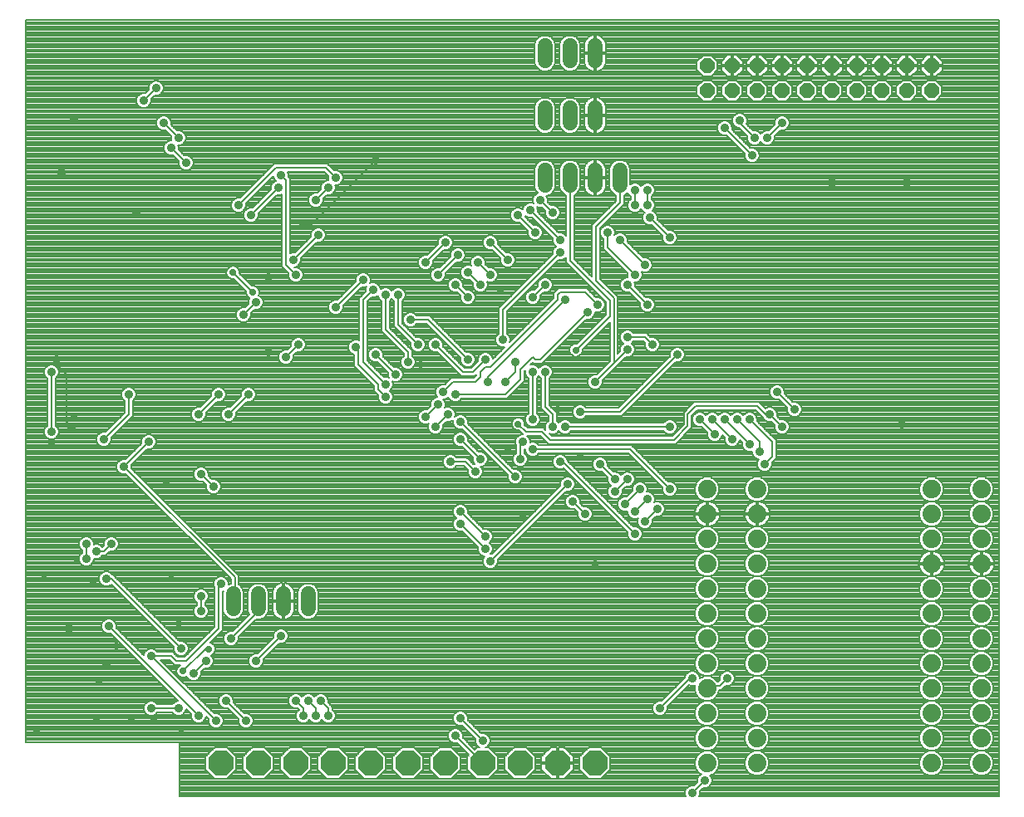
<source format=gbl>
G75*
G70*
%OFA0B0*%
%FSLAX24Y24*%
%IPPOS*%
%LPD*%
%AMOC8*
5,1,8,0,0,1.08239X$1,22.5*
%
%ADD10C,0.0740*%
%ADD11C,0.0600*%
%ADD12OC8,0.0600*%
%ADD13OC8,0.1005*%
%ADD14C,0.0080*%
%ADD15C,0.0278*%
%ADD16C,0.0360*%
D10*
X029243Y001705D03*
X029243Y002705D03*
X029243Y003705D03*
X029243Y004705D03*
X029243Y005705D03*
X029243Y006705D03*
X029243Y007705D03*
X029243Y008705D03*
X029243Y009705D03*
X029243Y010705D03*
X029243Y011705D03*
X029243Y012705D03*
X031243Y012705D03*
X031243Y011705D03*
X031243Y010705D03*
X031243Y009705D03*
X031243Y008705D03*
X031243Y007705D03*
X031243Y006705D03*
X031243Y005705D03*
X031243Y004705D03*
X031243Y003705D03*
X031243Y002705D03*
X031243Y001705D03*
X038243Y001705D03*
X038243Y002705D03*
X038243Y003705D03*
X038243Y004705D03*
X038243Y005705D03*
X038243Y006705D03*
X038243Y007705D03*
X038243Y008705D03*
X038243Y009705D03*
X038243Y010705D03*
X038243Y011705D03*
X038243Y012705D03*
X040243Y012705D03*
X040243Y011705D03*
X040243Y010705D03*
X040243Y009705D03*
X040243Y008705D03*
X040243Y007705D03*
X040243Y006705D03*
X040243Y005705D03*
X040243Y004705D03*
X040243Y003705D03*
X040243Y002705D03*
X040243Y001705D03*
D11*
X013243Y007905D02*
X013243Y008505D01*
X012243Y008505D02*
X012243Y007905D01*
X011243Y007905D02*
X011243Y008505D01*
X010243Y008505D02*
X010243Y007905D01*
X022743Y024905D02*
X022743Y025505D01*
X023743Y025505D02*
X023743Y024905D01*
X024743Y024905D02*
X024743Y025505D01*
X025743Y025505D02*
X025743Y024905D01*
X024743Y027405D02*
X024743Y028005D01*
X023743Y028005D02*
X023743Y027405D01*
X022743Y027405D02*
X022743Y028005D01*
X022743Y029905D02*
X022743Y030505D01*
X023743Y030505D02*
X023743Y029905D01*
X024743Y029905D02*
X024743Y030505D01*
D12*
X029243Y029705D03*
X030243Y029705D03*
X031243Y029705D03*
X032243Y029705D03*
X033243Y029705D03*
X034243Y029705D03*
X035243Y029705D03*
X036243Y029705D03*
X037243Y029705D03*
X038243Y029705D03*
X038243Y028705D03*
X037243Y028705D03*
X036243Y028705D03*
X035243Y028705D03*
X034243Y028705D03*
X033243Y028705D03*
X032243Y028705D03*
X031243Y028705D03*
X030243Y028705D03*
X029243Y028705D03*
D13*
X024743Y001705D03*
X023243Y001705D03*
X021743Y001705D03*
X020243Y001705D03*
X018743Y001705D03*
X017243Y001705D03*
X015743Y001705D03*
X014243Y001705D03*
X012743Y001705D03*
X011243Y001705D03*
X009743Y001705D03*
D14*
X001903Y002545D02*
X001903Y031541D01*
X040953Y031541D01*
X040953Y000365D01*
X028910Y000365D01*
X028943Y000445D01*
X028943Y000565D01*
X028939Y000575D01*
X029073Y000709D01*
X029083Y000705D01*
X029202Y000705D01*
X029313Y000751D01*
X029397Y000835D01*
X029443Y000945D01*
X029443Y001065D01*
X029397Y001175D01*
X029352Y001220D01*
X029520Y001290D01*
X029658Y001427D01*
X029733Y001608D01*
X029733Y001802D01*
X029658Y001983D01*
X029520Y002120D01*
X029340Y002195D01*
X029145Y002195D01*
X028965Y002120D01*
X028827Y001983D01*
X028753Y001802D01*
X028753Y001608D01*
X028827Y001427D01*
X028965Y001290D01*
X029006Y001273D01*
X028973Y001259D01*
X028888Y001175D01*
X028843Y001065D01*
X028843Y000945D01*
X028847Y000935D01*
X028712Y000801D01*
X028702Y000805D01*
X028583Y000805D01*
X028473Y000759D01*
X028388Y000675D01*
X028343Y000565D01*
X028343Y000445D01*
X028376Y000365D01*
X008083Y000365D01*
X008083Y002522D01*
X008059Y002545D01*
X001903Y002545D01*
X001903Y002560D02*
X018964Y002560D01*
X018973Y002551D02*
X019083Y002505D01*
X019202Y002505D01*
X019212Y002509D01*
X019689Y002032D01*
X019620Y001963D01*
X019620Y001447D01*
X019985Y001083D01*
X020501Y001083D01*
X020865Y001447D01*
X020865Y001963D01*
X020501Y002327D01*
X020357Y002327D01*
X020413Y002351D01*
X020497Y002435D01*
X020543Y002545D01*
X020543Y002665D01*
X020497Y002775D01*
X020413Y002859D01*
X020302Y002905D01*
X020183Y002905D01*
X020173Y002901D01*
X019639Y003435D01*
X019643Y003445D01*
X019643Y003565D01*
X019597Y003675D01*
X019513Y003759D01*
X019402Y003805D01*
X019283Y003805D01*
X019173Y003759D01*
X019088Y003675D01*
X019043Y003565D01*
X019043Y003445D01*
X019088Y003335D01*
X019173Y003251D01*
X019283Y003205D01*
X019402Y003205D01*
X019412Y003209D01*
X019947Y002675D01*
X019943Y002665D01*
X019943Y002545D01*
X019988Y002435D01*
X020073Y002351D01*
X020129Y002327D01*
X019985Y002327D01*
X019916Y002258D01*
X019439Y002735D01*
X019443Y002745D01*
X019443Y002865D01*
X019397Y002975D01*
X019313Y003059D01*
X019202Y003105D01*
X019083Y003105D01*
X018973Y003059D01*
X018888Y002975D01*
X018843Y002865D01*
X018843Y002745D01*
X018888Y002635D01*
X018973Y002551D01*
X018887Y002639D02*
X001903Y002639D01*
X001903Y002717D02*
X018855Y002717D01*
X018843Y002796D02*
X001903Y002796D01*
X001903Y002874D02*
X018847Y002874D01*
X018879Y002953D02*
X001903Y002953D01*
X001903Y003031D02*
X018945Y003031D01*
X019143Y002805D02*
X020243Y001705D01*
X019620Y001697D02*
X019365Y001697D01*
X019365Y001775D02*
X019620Y001775D01*
X019620Y001854D02*
X019365Y001854D01*
X019365Y001932D02*
X019620Y001932D01*
X019668Y002011D02*
X019318Y002011D01*
X019365Y001963D02*
X019001Y002327D01*
X018485Y002327D01*
X018120Y001963D01*
X018120Y001447D01*
X018485Y001083D01*
X019001Y001083D01*
X019365Y001447D01*
X019365Y001963D01*
X019239Y002089D02*
X019633Y002089D01*
X019554Y002168D02*
X019161Y002168D01*
X019082Y002246D02*
X019476Y002246D01*
X019397Y002325D02*
X019004Y002325D01*
X019240Y002482D02*
X008083Y002482D01*
X008083Y002403D02*
X019319Y002403D01*
X019536Y002639D02*
X019943Y002639D01*
X019943Y002560D02*
X019614Y002560D01*
X019693Y002482D02*
X019969Y002482D01*
X020021Y002403D02*
X019771Y002403D01*
X019850Y002325D02*
X019982Y002325D01*
X020243Y002605D02*
X019343Y003505D01*
X019643Y003502D02*
X028797Y003502D01*
X028827Y003427D02*
X028965Y003290D01*
X029145Y003215D01*
X029340Y003215D01*
X029520Y003290D01*
X029658Y003427D01*
X029733Y003608D01*
X029733Y003802D01*
X029658Y003983D01*
X029520Y004120D01*
X029340Y004195D01*
X029145Y004195D01*
X028965Y004120D01*
X028827Y003983D01*
X028753Y003802D01*
X028753Y003608D01*
X028827Y003427D01*
X028831Y003424D02*
X019651Y003424D01*
X019729Y003345D02*
X028910Y003345D01*
X029021Y003267D02*
X019808Y003267D01*
X019886Y003188D02*
X029128Y003188D01*
X029145Y003195D02*
X028965Y003120D01*
X028827Y002983D01*
X028753Y002802D01*
X028753Y002608D01*
X028827Y002427D01*
X028965Y002290D01*
X029145Y002215D01*
X029340Y002215D01*
X029520Y002290D01*
X029658Y002427D01*
X029733Y002608D01*
X029733Y002802D01*
X029658Y002983D01*
X029520Y003120D01*
X029340Y003195D01*
X029145Y003195D01*
X028954Y003110D02*
X019965Y003110D01*
X020043Y003031D02*
X028876Y003031D01*
X028815Y002953D02*
X020122Y002953D01*
X020377Y002874D02*
X028782Y002874D01*
X028753Y002796D02*
X020477Y002796D01*
X020521Y002717D02*
X028753Y002717D01*
X028753Y002639D02*
X020543Y002639D01*
X020543Y002560D02*
X028772Y002560D01*
X028805Y002482D02*
X020516Y002482D01*
X020465Y002403D02*
X028852Y002403D01*
X028930Y002325D02*
X025004Y002325D01*
X025001Y002327D02*
X024485Y002327D01*
X024120Y001963D01*
X024120Y001447D01*
X024485Y001083D01*
X025001Y001083D01*
X025365Y001447D01*
X025365Y001963D01*
X025001Y002327D01*
X025082Y002246D02*
X029070Y002246D01*
X029079Y002168D02*
X025161Y002168D01*
X025239Y002089D02*
X028934Y002089D01*
X028855Y002011D02*
X025318Y002011D01*
X025365Y001932D02*
X028806Y001932D01*
X028774Y001854D02*
X025365Y001854D01*
X025365Y001775D02*
X028753Y001775D01*
X028753Y001697D02*
X025365Y001697D01*
X025365Y001618D02*
X028753Y001618D01*
X028781Y001540D02*
X025365Y001540D01*
X025365Y001461D02*
X028813Y001461D01*
X028872Y001383D02*
X025301Y001383D01*
X025222Y001304D02*
X028951Y001304D01*
X028939Y001226D02*
X025144Y001226D01*
X025065Y001147D02*
X028877Y001147D01*
X028844Y001069D02*
X023515Y001069D01*
X023509Y001063D02*
X023885Y001439D01*
X023885Y001665D01*
X023283Y001665D01*
X023283Y001745D01*
X023885Y001745D01*
X023885Y001971D01*
X023509Y002347D01*
X023283Y002347D01*
X023283Y001745D01*
X023203Y001745D01*
X023203Y002347D01*
X022977Y002347D01*
X022600Y001971D01*
X022600Y001745D01*
X023203Y001745D01*
X023203Y001665D01*
X023283Y001665D01*
X023283Y001063D01*
X023509Y001063D01*
X023593Y001147D02*
X024420Y001147D01*
X024342Y001226D02*
X023672Y001226D01*
X023750Y001304D02*
X024263Y001304D01*
X024185Y001383D02*
X023829Y001383D01*
X023885Y001461D02*
X024120Y001461D01*
X024120Y001540D02*
X023885Y001540D01*
X023885Y001618D02*
X024120Y001618D01*
X024120Y001697D02*
X023283Y001697D01*
X023283Y001775D02*
X023203Y001775D01*
X023203Y001697D02*
X022365Y001697D01*
X022365Y001775D02*
X022600Y001775D01*
X022600Y001854D02*
X022365Y001854D01*
X022365Y001932D02*
X022600Y001932D01*
X022640Y002011D02*
X022318Y002011D01*
X022365Y001963D02*
X022001Y002327D01*
X021485Y002327D01*
X021120Y001963D01*
X021120Y001447D01*
X021485Y001083D01*
X022001Y001083D01*
X022365Y001447D01*
X022365Y001963D01*
X022239Y002089D02*
X022718Y002089D01*
X022797Y002168D02*
X022161Y002168D01*
X022082Y002246D02*
X022875Y002246D01*
X022954Y002325D02*
X022004Y002325D01*
X021482Y002325D02*
X020504Y002325D01*
X020582Y002246D02*
X021403Y002246D01*
X021325Y002168D02*
X020661Y002168D01*
X020739Y002089D02*
X021246Y002089D01*
X021168Y002011D02*
X020818Y002011D01*
X020865Y001932D02*
X021120Y001932D01*
X021120Y001854D02*
X020865Y001854D01*
X020865Y001775D02*
X021120Y001775D01*
X021120Y001697D02*
X020865Y001697D01*
X020865Y001618D02*
X021120Y001618D01*
X021120Y001540D02*
X020865Y001540D01*
X020865Y001461D02*
X021120Y001461D01*
X021185Y001383D02*
X020801Y001383D01*
X020722Y001304D02*
X021263Y001304D01*
X021342Y001226D02*
X020644Y001226D01*
X020565Y001147D02*
X021420Y001147D01*
X022065Y001147D02*
X022892Y001147D01*
X022814Y001226D02*
X022144Y001226D01*
X022222Y001304D02*
X022735Y001304D01*
X022657Y001383D02*
X022301Y001383D01*
X022365Y001461D02*
X022600Y001461D01*
X022600Y001439D02*
X022977Y001063D01*
X023203Y001063D01*
X023203Y001665D01*
X022600Y001665D01*
X022600Y001439D01*
X022600Y001540D02*
X022365Y001540D01*
X022365Y001618D02*
X022600Y001618D01*
X023203Y001618D02*
X023283Y001618D01*
X023283Y001540D02*
X023203Y001540D01*
X023203Y001461D02*
X023283Y001461D01*
X023283Y001383D02*
X023203Y001383D01*
X023203Y001304D02*
X023283Y001304D01*
X023283Y001226D02*
X023203Y001226D01*
X023203Y001147D02*
X023283Y001147D01*
X023283Y001069D02*
X023203Y001069D01*
X022971Y001069D02*
X008083Y001069D01*
X008083Y001147D02*
X009420Y001147D01*
X009485Y001083D02*
X010001Y001083D01*
X010365Y001447D01*
X010365Y001963D01*
X010001Y002327D01*
X009485Y002327D01*
X009120Y001963D01*
X009120Y001447D01*
X009485Y001083D01*
X009342Y001226D02*
X008083Y001226D01*
X008083Y001304D02*
X009263Y001304D01*
X009185Y001383D02*
X008083Y001383D01*
X008083Y001461D02*
X009120Y001461D01*
X009120Y001540D02*
X008083Y001540D01*
X008083Y001618D02*
X009120Y001618D01*
X009120Y001697D02*
X008083Y001697D01*
X008083Y001775D02*
X009120Y001775D01*
X009120Y001854D02*
X008083Y001854D01*
X008083Y001932D02*
X009120Y001932D01*
X009168Y002011D02*
X008083Y002011D01*
X008083Y002089D02*
X009246Y002089D01*
X009325Y002168D02*
X008083Y002168D01*
X008083Y002246D02*
X009403Y002246D01*
X009482Y002325D02*
X008083Y002325D01*
X008673Y003351D02*
X008783Y003305D01*
X008902Y003305D01*
X009013Y003351D01*
X009097Y003435D01*
X009143Y003545D01*
X009143Y003579D01*
X009247Y003475D01*
X009243Y003465D01*
X009243Y003345D01*
X008999Y003345D01*
X009086Y003424D02*
X009243Y003424D01*
X009243Y003345D02*
X009288Y003235D01*
X009373Y003151D01*
X009483Y003105D01*
X009602Y003105D01*
X009713Y003151D01*
X009797Y003235D01*
X009843Y003345D01*
X010443Y003345D01*
X010488Y003235D01*
X010573Y003151D01*
X010683Y003105D01*
X010802Y003105D01*
X010913Y003151D01*
X010997Y003235D01*
X011043Y003345D01*
X012887Y003345D01*
X012873Y003351D02*
X012983Y003305D01*
X013102Y003305D01*
X013213Y003351D01*
X013293Y003431D01*
X013373Y003351D01*
X013483Y003305D01*
X013602Y003305D01*
X013713Y003351D01*
X013793Y003431D01*
X013873Y003351D01*
X013983Y003305D01*
X014102Y003305D01*
X014213Y003351D01*
X014297Y003435D01*
X014343Y003545D01*
X014343Y003665D01*
X014297Y003775D01*
X014213Y003859D01*
X014203Y003863D01*
X014203Y003971D01*
X014039Y004135D01*
X014043Y004145D01*
X014043Y004265D01*
X013997Y004375D01*
X013913Y004459D01*
X013802Y004505D01*
X013683Y004505D01*
X013573Y004459D01*
X013493Y004379D01*
X013413Y004459D01*
X013302Y004505D01*
X013183Y004505D01*
X013073Y004459D01*
X012993Y004379D01*
X012913Y004459D01*
X012802Y004505D01*
X012683Y004505D01*
X012573Y004459D01*
X012488Y004375D01*
X012443Y004265D01*
X012443Y004145D01*
X012488Y004035D01*
X012573Y003951D01*
X012683Y003905D01*
X012802Y003905D01*
X012812Y003909D01*
X012868Y003854D01*
X012788Y003775D01*
X012743Y003665D01*
X012743Y003545D01*
X012788Y003435D01*
X012873Y003351D01*
X012800Y003424D02*
X011043Y003424D01*
X011043Y003465D02*
X010997Y003575D01*
X010913Y003659D01*
X012743Y003659D01*
X012743Y003581D02*
X010992Y003581D01*
X011027Y003502D02*
X012761Y003502D01*
X012773Y003738D02*
X010637Y003738D01*
X010673Y003701D02*
X010239Y004135D01*
X010243Y004145D01*
X010243Y004265D01*
X010197Y004375D01*
X010113Y004459D01*
X010002Y004505D01*
X009883Y004505D01*
X009773Y004459D01*
X009688Y004375D01*
X009643Y004265D01*
X009643Y004145D01*
X009688Y004035D01*
X009773Y003951D01*
X009883Y003905D01*
X010002Y003905D01*
X010012Y003909D01*
X010447Y003475D01*
X010443Y003465D01*
X010443Y003345D01*
X010443Y003424D02*
X009843Y003424D01*
X009843Y003465D02*
X009797Y003575D01*
X009713Y003659D01*
X010263Y003659D01*
X010341Y003581D02*
X009792Y003581D01*
X009827Y003502D02*
X010420Y003502D01*
X010475Y003267D02*
X009810Y003267D01*
X009843Y003345D02*
X009843Y003465D01*
X009713Y003659D02*
X009602Y003705D01*
X009483Y003705D01*
X009473Y003701D01*
X007329Y005845D01*
X007677Y005845D01*
X007877Y005645D01*
X008125Y005645D01*
X008076Y005625D01*
X008003Y005552D01*
X007964Y005457D01*
X007964Y005353D01*
X008003Y005258D01*
X008076Y005185D01*
X008171Y005146D01*
X008274Y005146D01*
X008368Y005185D01*
X008388Y005135D01*
X008473Y005051D01*
X008583Y005005D01*
X008702Y005005D01*
X008813Y005051D01*
X008897Y005135D01*
X008943Y005245D01*
X008943Y005365D01*
X008939Y005375D01*
X009073Y005509D01*
X009083Y005505D01*
X009202Y005505D01*
X009313Y005551D01*
X009397Y005635D01*
X009443Y005745D01*
X009443Y005865D01*
X009397Y005975D01*
X009337Y006035D01*
X009410Y006065D01*
X009482Y006138D01*
X009522Y006233D01*
X009522Y006337D01*
X009482Y006432D01*
X009410Y006505D01*
X009314Y006544D01*
X009308Y006544D01*
X009709Y006945D01*
X009803Y007039D01*
X009803Y008605D01*
X009835Y008619D01*
X009823Y008589D01*
X009823Y007821D01*
X009887Y007667D01*
X010005Y007549D01*
X010159Y007485D01*
X010326Y007485D01*
X010481Y007549D01*
X010599Y007667D01*
X010663Y007821D01*
X010663Y008589D01*
X010599Y008743D01*
X010481Y008861D01*
X010463Y008868D01*
X010463Y009231D01*
X006143Y013551D01*
X006143Y013665D01*
X006139Y013675D01*
X006773Y014309D01*
X006783Y014305D01*
X006902Y014305D01*
X007013Y014351D01*
X007097Y014435D01*
X007143Y014545D01*
X007143Y014665D01*
X007097Y014775D01*
X007013Y014859D01*
X006902Y014905D01*
X006783Y014905D01*
X006673Y014859D01*
X006588Y014775D01*
X006543Y014665D01*
X006543Y014545D01*
X006547Y014535D01*
X005912Y013901D01*
X005902Y013905D01*
X005783Y013905D01*
X005673Y013859D01*
X005588Y013775D01*
X005543Y013665D01*
X005543Y013545D01*
X005588Y013435D01*
X005673Y013351D01*
X005783Y013305D01*
X005902Y013305D01*
X005927Y013315D01*
X010143Y009099D01*
X010143Y008918D01*
X010043Y008877D01*
X010043Y008965D01*
X009997Y009075D01*
X009913Y009159D01*
X009802Y009205D01*
X009683Y009205D01*
X009573Y009159D01*
X009488Y009075D01*
X009443Y008965D01*
X009443Y008845D01*
X009483Y008749D01*
X009483Y007171D01*
X008277Y005965D01*
X008009Y005965D01*
X007903Y006071D01*
X007809Y006165D01*
X007201Y006165D01*
X007197Y006175D01*
X007113Y006259D01*
X007002Y006305D01*
X006883Y006305D01*
X006773Y006259D01*
X006688Y006175D01*
X006643Y006065D01*
X006643Y006031D01*
X005539Y007135D01*
X005543Y007145D01*
X005543Y007265D01*
X005497Y007375D01*
X005413Y007459D01*
X005302Y007505D01*
X005183Y007505D01*
X005073Y007459D01*
X004988Y007375D01*
X004943Y007265D01*
X004943Y007145D01*
X004988Y007035D01*
X005073Y006951D01*
X005183Y006905D01*
X005302Y006905D01*
X005312Y006909D01*
X008017Y004205D01*
X007983Y004205D01*
X007873Y004159D01*
X007788Y004075D01*
X007784Y004065D01*
X007201Y004065D01*
X007197Y004075D01*
X007113Y004159D01*
X007002Y004205D01*
X006883Y004205D01*
X006773Y004159D01*
X006688Y004075D01*
X006643Y003965D01*
X006643Y003845D01*
X006688Y003735D01*
X006773Y003651D01*
X006883Y003605D01*
X007002Y003605D01*
X007113Y003651D01*
X007197Y003735D01*
X007201Y003745D01*
X007784Y003745D01*
X007788Y003735D01*
X007873Y003651D01*
X007983Y003605D01*
X008102Y003605D01*
X008213Y003651D01*
X008297Y003735D01*
X008343Y003845D01*
X008343Y003879D01*
X008547Y003675D01*
X008543Y003665D01*
X008543Y003545D01*
X008588Y003435D01*
X008673Y003351D01*
X008687Y003345D02*
X001903Y003345D01*
X001903Y003267D02*
X009275Y003267D01*
X009336Y003188D02*
X001903Y003188D01*
X001903Y003110D02*
X009472Y003110D01*
X009613Y003110D02*
X010672Y003110D01*
X010813Y003110D02*
X019512Y003110D01*
X019434Y003188D02*
X010950Y003188D01*
X011010Y003267D02*
X019157Y003267D01*
X019084Y003345D02*
X014199Y003345D01*
X014286Y003424D02*
X019052Y003424D01*
X019043Y003502D02*
X014325Y003502D01*
X014343Y003581D02*
X019049Y003581D01*
X019082Y003659D02*
X014343Y003659D01*
X014313Y003738D02*
X019151Y003738D01*
X019535Y003738D02*
X027087Y003738D01*
X027088Y003735D02*
X027173Y003651D01*
X027283Y003605D01*
X027402Y003605D01*
X027513Y003651D01*
X027597Y003735D01*
X027643Y003845D01*
X027643Y003965D01*
X027639Y003975D01*
X028502Y004838D01*
X028583Y004805D01*
X028702Y004805D01*
X028764Y004831D01*
X028753Y004802D01*
X028753Y004608D01*
X028827Y004427D01*
X028965Y004290D01*
X029145Y004215D01*
X029340Y004215D01*
X029520Y004290D01*
X029658Y004427D01*
X029733Y004608D01*
X029733Y004645D01*
X029809Y004645D01*
X029903Y004739D01*
X029973Y004809D01*
X029983Y004805D01*
X030102Y004805D01*
X030213Y004851D01*
X030297Y004935D01*
X030343Y005045D01*
X030343Y005165D01*
X030297Y005275D01*
X030213Y005359D01*
X030102Y005405D01*
X029983Y005405D01*
X029873Y005359D01*
X029788Y005275D01*
X029743Y005165D01*
X029743Y005045D01*
X029747Y005035D01*
X029677Y004965D01*
X029665Y004965D01*
X029658Y004983D01*
X029520Y005120D01*
X029340Y005195D01*
X029145Y005195D01*
X028965Y005120D01*
X028943Y005098D01*
X028943Y005165D01*
X028897Y005275D01*
X028813Y005359D01*
X028702Y005405D01*
X028583Y005405D01*
X028473Y005359D01*
X028388Y005275D01*
X028343Y005165D01*
X028343Y005131D01*
X027412Y004201D01*
X027402Y004205D01*
X027283Y004205D01*
X027173Y004159D01*
X027088Y004075D01*
X027043Y003965D01*
X027043Y003845D01*
X027088Y003735D01*
X027055Y003816D02*
X014256Y003816D01*
X014203Y003895D02*
X027043Y003895D01*
X027046Y003973D02*
X014201Y003973D01*
X014123Y004052D02*
X027079Y004052D01*
X027144Y004130D02*
X014044Y004130D01*
X014043Y004209D02*
X027420Y004209D01*
X027499Y004287D02*
X014034Y004287D01*
X014001Y004366D02*
X027577Y004366D01*
X027656Y004444D02*
X013928Y004444D01*
X013743Y004205D02*
X014043Y003905D01*
X014043Y003605D01*
X013800Y003424D02*
X013786Y003424D01*
X013699Y003345D02*
X013887Y003345D01*
X013543Y003605D02*
X013543Y003905D01*
X013243Y004205D01*
X013428Y004444D02*
X013558Y004444D01*
X013058Y004444D02*
X012928Y004444D01*
X012743Y004205D02*
X013043Y003905D01*
X013043Y003605D01*
X012830Y003816D02*
X010558Y003816D01*
X010480Y003895D02*
X012827Y003895D01*
X012551Y003973D02*
X010401Y003973D01*
X010323Y004052D02*
X012482Y004052D01*
X012449Y004130D02*
X010244Y004130D01*
X010243Y004209D02*
X012443Y004209D01*
X012452Y004287D02*
X010234Y004287D01*
X010201Y004366D02*
X012485Y004366D01*
X012558Y004444D02*
X010128Y004444D01*
X009943Y004205D02*
X010743Y003405D01*
X010536Y003188D02*
X009750Y003188D01*
X009543Y003405D02*
X006943Y006005D01*
X007743Y006005D01*
X007943Y005805D01*
X008343Y005805D01*
X009643Y007105D01*
X009643Y008805D01*
X009743Y008905D01*
X010043Y008919D02*
X010143Y008919D01*
X010143Y008997D02*
X010029Y008997D01*
X009997Y009076D02*
X010143Y009076D01*
X010088Y009154D02*
X009918Y009154D01*
X010009Y009233D02*
X005442Y009233D01*
X005409Y009265D02*
X005503Y009171D01*
X008073Y006601D01*
X008083Y006605D01*
X008202Y006605D01*
X008313Y006559D01*
X008397Y006475D01*
X008443Y006365D01*
X008443Y006245D01*
X008397Y006135D01*
X008313Y006051D01*
X008202Y006005D01*
X008083Y006005D01*
X007973Y006051D01*
X007888Y006135D01*
X007843Y006245D01*
X007843Y006365D01*
X007847Y006375D01*
X005342Y008880D01*
X005313Y008851D01*
X005202Y008805D01*
X005083Y008805D01*
X004973Y008851D01*
X004888Y008935D01*
X004843Y009045D01*
X004843Y009165D01*
X004888Y009275D01*
X004973Y009359D01*
X005083Y009405D01*
X005202Y009405D01*
X005313Y009359D01*
X005397Y009275D01*
X005401Y009265D01*
X005409Y009265D01*
X005361Y009311D02*
X009931Y009311D01*
X009852Y009390D02*
X005240Y009390D01*
X005046Y009390D02*
X001903Y009390D01*
X001903Y009468D02*
X009774Y009468D01*
X009695Y009547D02*
X001903Y009547D01*
X001903Y009625D02*
X004235Y009625D01*
X004283Y009605D02*
X004402Y009605D01*
X004513Y009651D01*
X004597Y009735D01*
X004643Y009845D01*
X004643Y009922D01*
X004683Y009905D01*
X004802Y009905D01*
X004913Y009951D01*
X004997Y010035D01*
X005001Y010045D01*
X005109Y010045D01*
X005273Y010209D01*
X005283Y010205D01*
X005402Y010205D01*
X005513Y010251D01*
X005597Y010335D01*
X005643Y010445D01*
X005643Y010565D01*
X005597Y010675D01*
X005513Y010759D01*
X005402Y010805D01*
X005283Y010805D01*
X005173Y010759D01*
X005088Y010675D01*
X005043Y010565D01*
X005043Y010445D01*
X005047Y010435D01*
X004992Y010380D01*
X004913Y010459D01*
X004802Y010505D01*
X004683Y010505D01*
X004643Y010488D01*
X004643Y010565D01*
X004597Y010675D01*
X004513Y010759D01*
X004402Y010805D01*
X004283Y010805D01*
X004173Y010759D01*
X004088Y010675D01*
X004043Y010565D01*
X004043Y010445D01*
X004088Y010335D01*
X004173Y010251D01*
X004183Y010247D01*
X004183Y010163D01*
X004173Y010159D01*
X004088Y010075D01*
X004043Y009965D01*
X004043Y009845D01*
X004088Y009735D01*
X004173Y009651D01*
X004283Y009605D01*
X004451Y009625D02*
X009616Y009625D01*
X009538Y009704D02*
X004566Y009704D01*
X004617Y009782D02*
X009459Y009782D01*
X009381Y009861D02*
X004643Y009861D01*
X004885Y009939D02*
X009302Y009939D01*
X009224Y010018D02*
X004980Y010018D01*
X005160Y010096D02*
X009145Y010096D01*
X009067Y010175D02*
X005239Y010175D01*
X005043Y010205D02*
X005343Y010505D01*
X005548Y010724D02*
X008517Y010724D01*
X008439Y010803D02*
X005408Y010803D01*
X005277Y010803D02*
X004408Y010803D01*
X004277Y010803D02*
X001903Y010803D01*
X001903Y010881D02*
X008360Y010881D01*
X008282Y010960D02*
X001903Y010960D01*
X001903Y011038D02*
X008203Y011038D01*
X008125Y011117D02*
X001903Y011117D01*
X001903Y011195D02*
X008046Y011195D01*
X007968Y011274D02*
X001903Y011274D01*
X001903Y011352D02*
X007889Y011352D01*
X007811Y011431D02*
X001903Y011431D01*
X001903Y011509D02*
X007732Y011509D01*
X007654Y011588D02*
X001903Y011588D01*
X001903Y011666D02*
X007575Y011666D01*
X007497Y011745D02*
X001903Y011745D01*
X001903Y011823D02*
X007418Y011823D01*
X007340Y011902D02*
X001903Y011902D01*
X001903Y011980D02*
X007261Y011980D01*
X007183Y012059D02*
X001903Y012059D01*
X001903Y012137D02*
X007104Y012137D01*
X007026Y012216D02*
X001903Y012216D01*
X001903Y012294D02*
X006947Y012294D01*
X006869Y012373D02*
X001903Y012373D01*
X001903Y012451D02*
X006790Y012451D01*
X006712Y012530D02*
X001903Y012530D01*
X001903Y012608D02*
X006633Y012608D01*
X006555Y012687D02*
X001903Y012687D01*
X001903Y012765D02*
X006476Y012765D01*
X006398Y012844D02*
X001903Y012844D01*
X001903Y012922D02*
X006319Y012922D01*
X006241Y013001D02*
X001903Y013001D01*
X001903Y013079D02*
X006162Y013079D01*
X006084Y013158D02*
X001903Y013158D01*
X001903Y013236D02*
X006005Y013236D01*
X005926Y013315D02*
X005927Y013315D01*
X005760Y013315D02*
X001903Y013315D01*
X001903Y013393D02*
X005630Y013393D01*
X005573Y013472D02*
X001903Y013472D01*
X001903Y013550D02*
X005543Y013550D01*
X005543Y013629D02*
X001903Y013629D01*
X001903Y013707D02*
X005560Y013707D01*
X005599Y013786D02*
X001903Y013786D01*
X001903Y013864D02*
X005684Y013864D01*
X005954Y013943D02*
X001903Y013943D01*
X001903Y014021D02*
X006033Y014021D01*
X006111Y014100D02*
X001903Y014100D01*
X001903Y014178D02*
X006190Y014178D01*
X006268Y014257D02*
X001903Y014257D01*
X001903Y014335D02*
X006347Y014335D01*
X006425Y014414D02*
X005123Y014414D01*
X005102Y014405D02*
X005213Y014451D01*
X005297Y014535D01*
X005343Y014645D01*
X005343Y014765D01*
X005339Y014775D01*
X006203Y015639D01*
X006203Y016247D01*
X006213Y016251D01*
X006297Y016335D01*
X006343Y016445D01*
X006343Y016565D01*
X006297Y016675D01*
X006213Y016759D01*
X006102Y016805D01*
X005983Y016805D01*
X005873Y016759D01*
X005788Y016675D01*
X005743Y016565D01*
X005743Y016445D01*
X005788Y016335D01*
X005873Y016251D01*
X005883Y016247D01*
X005883Y015771D01*
X005112Y015001D01*
X005102Y015005D01*
X004983Y015005D01*
X004873Y014959D01*
X004788Y014875D01*
X004743Y014765D01*
X004743Y014645D01*
X004788Y014535D01*
X004873Y014451D01*
X004983Y014405D01*
X005102Y014405D01*
X004963Y014414D02*
X001903Y014414D01*
X001903Y014492D02*
X004831Y014492D01*
X004774Y014571D02*
X001903Y014571D01*
X001903Y014649D02*
X004743Y014649D01*
X004743Y014728D02*
X003057Y014728D01*
X003002Y014705D02*
X003113Y014751D01*
X003197Y014835D01*
X003243Y014945D01*
X003243Y015065D01*
X003197Y015175D01*
X003113Y015259D01*
X003103Y015263D01*
X003103Y017147D01*
X003113Y017151D01*
X003197Y017235D01*
X003243Y017345D01*
X003243Y017465D01*
X003197Y017575D01*
X003113Y017659D01*
X003002Y017705D01*
X002883Y017705D01*
X002773Y017659D01*
X002688Y017575D01*
X002643Y017465D01*
X002643Y017345D01*
X002688Y017235D01*
X002773Y017151D01*
X002783Y017147D01*
X002783Y015263D01*
X002773Y015259D01*
X002688Y015175D01*
X002643Y015065D01*
X002643Y014945D01*
X002688Y014835D01*
X002773Y014751D01*
X002883Y014705D01*
X003002Y014705D01*
X002829Y014728D02*
X001903Y014728D01*
X001903Y014806D02*
X002717Y014806D01*
X002668Y014885D02*
X001903Y014885D01*
X001903Y014963D02*
X002643Y014963D01*
X002643Y015042D02*
X001903Y015042D01*
X001903Y015120D02*
X002666Y015120D01*
X002712Y015199D02*
X001903Y015199D01*
X001903Y015277D02*
X002783Y015277D01*
X002783Y015356D02*
X001903Y015356D01*
X001903Y015434D02*
X002783Y015434D01*
X002783Y015513D02*
X001903Y015513D01*
X001903Y015591D02*
X002783Y015591D01*
X002783Y015670D02*
X001903Y015670D01*
X001903Y015748D02*
X002783Y015748D01*
X002783Y015827D02*
X001903Y015827D01*
X001903Y015905D02*
X002783Y015905D01*
X002783Y015984D02*
X001903Y015984D01*
X001903Y016062D02*
X002783Y016062D01*
X002783Y016141D02*
X001903Y016141D01*
X001903Y016219D02*
X002783Y016219D01*
X002783Y016298D02*
X001903Y016298D01*
X001903Y016376D02*
X002783Y016376D01*
X002783Y016455D02*
X001903Y016455D01*
X001903Y016533D02*
X002783Y016533D01*
X002783Y016612D02*
X001903Y016612D01*
X001903Y016690D02*
X002783Y016690D01*
X002783Y016769D02*
X001903Y016769D01*
X001903Y016847D02*
X002783Y016847D01*
X002783Y016926D02*
X001903Y016926D01*
X001903Y017004D02*
X002783Y017004D01*
X002783Y017083D02*
X001903Y017083D01*
X001903Y017161D02*
X002762Y017161D01*
X002687Y017240D02*
X001903Y017240D01*
X001903Y017318D02*
X002654Y017318D01*
X002643Y017397D02*
X001903Y017397D01*
X001903Y017475D02*
X002647Y017475D01*
X002680Y017554D02*
X001903Y017554D01*
X001903Y017632D02*
X002746Y017632D01*
X002943Y017405D02*
X002943Y015005D01*
X003220Y015120D02*
X005232Y015120D01*
X005310Y015199D02*
X003174Y015199D01*
X003103Y015277D02*
X005389Y015277D01*
X005467Y015356D02*
X003103Y015356D01*
X003103Y015434D02*
X005546Y015434D01*
X005624Y015513D02*
X003103Y015513D01*
X003103Y015591D02*
X005703Y015591D01*
X005781Y015670D02*
X003103Y015670D01*
X003103Y015748D02*
X005860Y015748D01*
X005883Y015827D02*
X003103Y015827D01*
X003103Y015905D02*
X005883Y015905D01*
X005883Y015984D02*
X003103Y015984D01*
X003103Y016062D02*
X005883Y016062D01*
X005883Y016141D02*
X003103Y016141D01*
X003103Y016219D02*
X005883Y016219D01*
X005826Y016298D02*
X003103Y016298D01*
X003103Y016376D02*
X005771Y016376D01*
X005743Y016455D02*
X003103Y016455D01*
X003103Y016533D02*
X005743Y016533D01*
X005762Y016612D02*
X003103Y016612D01*
X003103Y016690D02*
X005804Y016690D01*
X005895Y016769D02*
X003103Y016769D01*
X003103Y016847D02*
X015874Y016847D01*
X015883Y016839D02*
X015883Y016639D01*
X016047Y016475D01*
X016043Y016465D01*
X016043Y016345D01*
X016088Y016235D01*
X016173Y016151D01*
X016283Y016105D01*
X016402Y016105D01*
X016513Y016151D01*
X016597Y016235D01*
X016643Y016345D01*
X016643Y016465D01*
X016597Y016575D01*
X016517Y016655D01*
X016597Y016735D01*
X016643Y016845D01*
X016643Y016965D01*
X016614Y017034D01*
X016683Y017005D01*
X016802Y017005D01*
X016913Y017051D01*
X016997Y017135D01*
X017043Y017245D01*
X017043Y017365D01*
X016997Y017475D01*
X019146Y017475D01*
X019068Y017554D02*
X017416Y017554D01*
X017413Y017551D02*
X017497Y017635D01*
X017543Y017745D01*
X017543Y017865D01*
X017497Y017975D01*
X017413Y018059D01*
X017403Y018063D01*
X017403Y018271D01*
X016503Y019171D01*
X016503Y020247D01*
X016513Y020251D01*
X016593Y020331D01*
X016673Y020251D01*
X016683Y020247D01*
X016683Y019239D01*
X016777Y019145D01*
X017347Y018575D01*
X017343Y018565D01*
X017343Y018445D01*
X017388Y018335D01*
X017473Y018251D01*
X017583Y018205D01*
X017702Y018205D01*
X017813Y018251D01*
X017897Y018335D01*
X017943Y018445D01*
X017943Y018565D01*
X017897Y018675D01*
X017813Y018759D01*
X017702Y018805D01*
X017583Y018805D01*
X017573Y018801D01*
X017003Y019371D01*
X017003Y020247D01*
X017013Y020251D01*
X017097Y020335D01*
X017143Y020445D01*
X017143Y020565D01*
X017097Y020675D01*
X017013Y020759D01*
X016902Y020805D01*
X016783Y020805D01*
X016673Y020759D01*
X016593Y020679D01*
X016513Y020759D01*
X016402Y020805D01*
X016283Y020805D01*
X016173Y020759D01*
X016143Y020729D01*
X016143Y020765D01*
X016097Y020875D01*
X016013Y020959D01*
X015902Y021005D01*
X015783Y021005D01*
X015714Y020976D01*
X015743Y021045D01*
X015743Y021165D01*
X015697Y021275D01*
X015613Y021359D01*
X015502Y021405D01*
X015383Y021405D01*
X015273Y021359D01*
X015188Y021275D01*
X015143Y021165D01*
X015143Y021045D01*
X015147Y021035D01*
X014412Y020301D01*
X014413Y020301D01*
X014412Y020301D02*
X014402Y020305D01*
X014283Y020305D01*
X014173Y020259D01*
X014088Y020175D01*
X014043Y020065D01*
X014043Y019945D01*
X014088Y019835D01*
X014173Y019751D01*
X014283Y019705D01*
X014402Y019705D01*
X014513Y019751D01*
X014597Y019835D01*
X014643Y019945D01*
X014643Y020065D01*
X014639Y020075D01*
X015373Y020809D01*
X015383Y020805D01*
X015502Y020805D01*
X015571Y020834D01*
X015543Y020765D01*
X015543Y020645D01*
X015547Y020635D01*
X015283Y020371D01*
X015283Y018672D01*
X015202Y018705D01*
X015083Y018705D01*
X014973Y018659D01*
X014888Y018575D01*
X014843Y018465D01*
X014843Y018345D01*
X014888Y018235D01*
X014973Y018151D01*
X015083Y018105D01*
X015083Y017639D01*
X015883Y016839D01*
X015883Y016769D02*
X010990Y016769D01*
X011013Y016759D02*
X010902Y016805D01*
X010783Y016805D01*
X010673Y016759D01*
X010588Y016675D01*
X010543Y016565D01*
X010543Y016445D01*
X010547Y016435D01*
X010112Y016001D01*
X010102Y016005D01*
X009983Y016005D01*
X009873Y015959D01*
X009788Y015875D01*
X009743Y015765D01*
X009743Y015645D01*
X009788Y015535D01*
X009873Y015451D01*
X009983Y015405D01*
X010102Y015405D01*
X010213Y015451D01*
X010297Y015535D01*
X010343Y015645D01*
X010343Y015765D01*
X010339Y015775D01*
X010773Y016209D01*
X010783Y016205D01*
X010902Y016205D01*
X011013Y016251D01*
X011097Y016335D01*
X011143Y016445D01*
X011143Y016565D01*
X011097Y016675D01*
X011013Y016759D01*
X011082Y016690D02*
X015883Y016690D01*
X015910Y016612D02*
X011123Y016612D01*
X011143Y016533D02*
X015988Y016533D01*
X016043Y016455D02*
X011143Y016455D01*
X011114Y016376D02*
X016043Y016376D01*
X016063Y016298D02*
X011060Y016298D01*
X010936Y016219D02*
X016104Y016219D01*
X016197Y016141D02*
X010705Y016141D01*
X010626Y016062D02*
X018143Y016062D01*
X018143Y016045D02*
X018147Y016035D01*
X018012Y015901D01*
X018002Y015905D01*
X017883Y015905D01*
X017773Y015859D01*
X017688Y015775D01*
X017643Y015665D01*
X017643Y015545D01*
X017688Y015435D01*
X017773Y015351D01*
X017883Y015305D01*
X018002Y015305D01*
X018071Y015334D01*
X018043Y015265D01*
X018043Y015145D01*
X018088Y015035D01*
X018173Y014951D01*
X018283Y014905D01*
X018402Y014905D01*
X018513Y014951D01*
X018597Y015035D01*
X018643Y015145D01*
X018643Y015265D01*
X018639Y015275D01*
X018773Y015409D01*
X018783Y015405D01*
X018902Y015405D01*
X019013Y015451D01*
X019054Y015492D01*
X019043Y015465D01*
X019043Y015345D01*
X019088Y015235D01*
X019173Y015151D01*
X019283Y015105D01*
X019402Y015105D01*
X019412Y015109D01*
X021247Y013275D01*
X021243Y013265D01*
X021243Y013145D01*
X021288Y013035D01*
X021373Y012951D01*
X021483Y012905D01*
X021602Y012905D01*
X021713Y012951D01*
X021797Y013035D01*
X021843Y013145D01*
X021843Y013265D01*
X021797Y013375D01*
X021713Y013459D01*
X021602Y013505D01*
X021483Y013505D01*
X021473Y013501D01*
X019639Y015335D01*
X019643Y015345D01*
X019643Y015465D01*
X019597Y015575D01*
X019513Y015659D01*
X019402Y015705D01*
X019283Y015705D01*
X019173Y015659D01*
X019131Y015618D01*
X019143Y015645D01*
X019143Y015765D01*
X019097Y015875D01*
X019013Y015959D01*
X018902Y016005D01*
X018783Y016005D01*
X018714Y015976D01*
X018743Y016045D01*
X018743Y016165D01*
X018697Y016275D01*
X018667Y016305D01*
X018702Y016305D01*
X018813Y016351D01*
X018862Y016400D01*
X018888Y016335D01*
X018973Y016251D01*
X019083Y016205D01*
X019202Y016205D01*
X019313Y016251D01*
X019397Y016335D01*
X019401Y016345D01*
X021209Y016345D01*
X021809Y016945D01*
X021903Y017039D01*
X021903Y017439D01*
X021953Y017489D01*
X021943Y017465D01*
X021943Y017345D01*
X021988Y017235D01*
X022073Y017151D01*
X022083Y017147D01*
X022083Y015763D01*
X022073Y015759D01*
X021988Y015675D01*
X021943Y015565D01*
X021943Y015445D01*
X021988Y015335D01*
X022073Y015251D01*
X022183Y015205D01*
X022302Y015205D01*
X022413Y015251D01*
X022497Y015335D01*
X022543Y015445D01*
X022543Y015565D01*
X022497Y015675D01*
X022413Y015759D01*
X022403Y015763D01*
X022403Y017147D01*
X022413Y017151D01*
X022493Y017231D01*
X022573Y017151D01*
X022583Y017147D01*
X022583Y015939D01*
X022677Y015845D01*
X022883Y015639D01*
X022883Y015463D01*
X022873Y015459D01*
X022788Y015375D01*
X022743Y015265D01*
X022743Y015145D01*
X022767Y015087D01*
X022689Y015165D01*
X022049Y015165D01*
X021922Y015292D01*
X021922Y015377D01*
X021882Y015472D01*
X021810Y015545D01*
X021714Y015584D01*
X021611Y015584D01*
X021516Y015545D01*
X021443Y015472D01*
X021404Y015377D01*
X021404Y015273D01*
X021443Y015178D01*
X021516Y015105D01*
X021611Y015066D01*
X021696Y015066D01*
X021823Y014939D01*
X021857Y014905D01*
X021783Y014905D01*
X021673Y014859D01*
X021588Y014775D01*
X021543Y014665D01*
X021543Y014545D01*
X021583Y014449D01*
X021583Y014163D01*
X021573Y014159D01*
X021488Y014075D01*
X021443Y013965D01*
X021443Y013845D01*
X021488Y013735D01*
X021573Y013651D01*
X021683Y013605D01*
X021802Y013605D01*
X021913Y013651D01*
X021997Y013735D01*
X022043Y013845D01*
X022043Y013965D01*
X021997Y014075D01*
X021913Y014159D01*
X021903Y014163D01*
X021903Y014305D01*
X021943Y014322D01*
X021943Y014245D01*
X021988Y014135D01*
X022073Y014051D01*
X022183Y014005D01*
X022302Y014005D01*
X022413Y014051D01*
X022497Y014135D01*
X022501Y014145D01*
X026077Y014145D01*
X027447Y012775D01*
X027443Y012765D01*
X026843Y012765D01*
X026797Y012875D01*
X026713Y012959D01*
X026602Y013005D01*
X026483Y013005D01*
X026373Y012959D01*
X026288Y012875D01*
X026243Y012765D01*
X025929Y012765D01*
X025973Y012809D02*
X025983Y012805D01*
X026102Y012805D01*
X026213Y012851D01*
X026297Y012935D01*
X026343Y013045D01*
X026343Y013165D01*
X026297Y013275D01*
X026213Y013359D01*
X026102Y013405D01*
X025983Y013405D01*
X025873Y013359D01*
X025793Y013279D01*
X025713Y013359D01*
X025602Y013405D01*
X025483Y013405D01*
X025473Y013401D01*
X025239Y013635D01*
X025243Y013645D01*
X025243Y013765D01*
X025197Y013875D01*
X025113Y013959D01*
X025002Y014005D01*
X024883Y014005D01*
X024773Y013959D01*
X024688Y013875D01*
X024643Y013765D01*
X024643Y013645D01*
X024688Y013535D01*
X024773Y013451D01*
X024883Y013405D01*
X025002Y013405D01*
X025012Y013409D01*
X025247Y013175D01*
X025243Y013165D01*
X025243Y013045D01*
X025288Y012935D01*
X025369Y012855D01*
X025288Y012775D01*
X025243Y012665D01*
X025243Y012545D01*
X025288Y012435D01*
X025373Y012351D01*
X025483Y012305D01*
X025602Y012305D01*
X025713Y012351D01*
X025797Y012435D01*
X025843Y012545D01*
X025843Y012665D01*
X025839Y012675D01*
X025973Y012809D01*
X025851Y012687D02*
X026243Y012687D01*
X026243Y012645D02*
X026247Y012635D01*
X026012Y012401D01*
X026002Y012405D01*
X025883Y012405D01*
X025773Y012359D01*
X025688Y012275D01*
X025643Y012165D01*
X025643Y012045D01*
X025688Y011935D01*
X025773Y011851D01*
X025883Y011805D01*
X026002Y011805D01*
X026043Y011822D01*
X026043Y011745D01*
X026088Y011635D01*
X026173Y011551D01*
X026283Y011505D01*
X026402Y011505D01*
X026471Y011534D01*
X026443Y011465D01*
X026443Y011345D01*
X026488Y011235D01*
X026573Y011151D01*
X026683Y011105D01*
X026802Y011105D01*
X026913Y011151D01*
X026997Y011235D01*
X027043Y011345D01*
X027043Y011465D01*
X027039Y011475D01*
X027173Y011609D01*
X027183Y011605D01*
X027302Y011605D01*
X027413Y011651D01*
X027497Y011735D01*
X027543Y011845D01*
X027543Y011965D01*
X027497Y012075D01*
X027413Y012159D01*
X027302Y012205D01*
X027183Y012205D01*
X027114Y012176D01*
X027143Y012245D01*
X027143Y012365D01*
X027097Y012475D01*
X027013Y012559D01*
X026902Y012605D01*
X026826Y012605D01*
X026843Y012645D01*
X026843Y012765D01*
X026843Y012687D02*
X027443Y012687D01*
X027443Y012645D02*
X027488Y012535D01*
X027573Y012451D01*
X027683Y012405D01*
X027802Y012405D01*
X027913Y012451D01*
X028818Y012451D01*
X028827Y012427D02*
X028965Y012290D01*
X029145Y012215D01*
X029340Y012215D01*
X029520Y012290D01*
X029658Y012427D01*
X029733Y012608D01*
X030753Y012608D01*
X030827Y012427D01*
X030965Y012290D01*
X031145Y012215D01*
X031340Y012215D01*
X031520Y012290D01*
X031658Y012427D01*
X031733Y012608D01*
X037753Y012608D01*
X037827Y012427D01*
X037965Y012290D01*
X038145Y012215D01*
X038340Y012215D01*
X038520Y012290D01*
X038658Y012427D01*
X038733Y012608D01*
X039753Y012608D01*
X039827Y012427D01*
X039965Y012290D01*
X040145Y012215D01*
X040340Y012215D01*
X040520Y012290D01*
X040658Y012427D01*
X040733Y012608D01*
X040953Y012608D01*
X040953Y012530D02*
X040700Y012530D01*
X040733Y012608D02*
X040733Y012802D01*
X040658Y012983D01*
X040520Y013120D01*
X040340Y013195D01*
X040145Y013195D01*
X039965Y013120D01*
X039827Y012983D01*
X039753Y012802D01*
X039753Y012608D01*
X039753Y012687D02*
X038733Y012687D01*
X038733Y012765D02*
X039753Y012765D01*
X039770Y012844D02*
X038716Y012844D01*
X038733Y012802D02*
X038658Y012983D01*
X038520Y013120D01*
X038340Y013195D01*
X038145Y013195D01*
X037965Y013120D01*
X037827Y012983D01*
X037753Y012802D01*
X037753Y012608D01*
X037753Y012687D02*
X031733Y012687D01*
X031733Y012765D02*
X037753Y012765D01*
X037770Y012844D02*
X031716Y012844D01*
X031733Y012802D02*
X031658Y012983D01*
X031520Y013120D01*
X031340Y013195D01*
X031145Y013195D01*
X030965Y013120D01*
X030827Y012983D01*
X030753Y012802D01*
X030753Y012608D01*
X030753Y012687D02*
X029733Y012687D01*
X029733Y012765D02*
X030753Y012765D01*
X030770Y012844D02*
X029716Y012844D01*
X029733Y012802D02*
X029658Y012983D01*
X029520Y013120D01*
X029340Y013195D01*
X029145Y013195D01*
X028965Y013120D01*
X028827Y012983D01*
X028753Y012802D01*
X028753Y012608D01*
X028027Y012608D01*
X028043Y012645D02*
X028043Y012765D01*
X028753Y012765D01*
X028753Y012687D02*
X028043Y012687D01*
X028043Y012645D02*
X027997Y012535D01*
X027913Y012451D01*
X027992Y012530D02*
X028785Y012530D01*
X028753Y012608D02*
X028827Y012427D01*
X028882Y012373D02*
X027140Y012373D01*
X027143Y012294D02*
X028961Y012294D01*
X029047Y012178D02*
X028976Y012141D01*
X028911Y012094D01*
X028854Y012037D01*
X028807Y011972D01*
X028770Y011901D01*
X028745Y011824D01*
X028733Y011745D01*
X029203Y011745D01*
X029203Y012215D01*
X029203Y012215D01*
X029123Y012202D01*
X029047Y012178D01*
X028970Y012137D02*
X027435Y012137D01*
X027504Y012059D02*
X028875Y012059D01*
X028812Y011980D02*
X027536Y011980D01*
X027543Y011902D02*
X028771Y011902D01*
X028745Y011823D02*
X027534Y011823D01*
X027501Y011745D02*
X029203Y011745D01*
X029283Y011745D01*
X029753Y011745D01*
X029753Y011745D01*
X029740Y011824D01*
X029715Y011901D01*
X029679Y011972D01*
X029632Y012037D01*
X029575Y012094D01*
X029510Y012141D01*
X029439Y012178D01*
X029362Y012202D01*
X029283Y012215D01*
X029283Y012215D01*
X029283Y011745D01*
X029283Y011665D01*
X029753Y011665D01*
X029753Y011665D01*
X029740Y011586D01*
X029715Y011509D01*
X030770Y011509D01*
X030807Y011438D01*
X030854Y011373D01*
X030911Y011316D01*
X030976Y011269D01*
X031047Y011232D01*
X031123Y011208D01*
X031203Y011195D01*
X031203Y011665D01*
X031283Y011665D01*
X031283Y011745D01*
X031753Y011745D01*
X031753Y011745D01*
X031740Y011824D01*
X031715Y011901D01*
X031679Y011972D01*
X031632Y012037D01*
X031575Y012094D01*
X031510Y012141D01*
X031439Y012178D01*
X031362Y012202D01*
X031283Y012215D01*
X031283Y012215D01*
X031283Y011745D01*
X031203Y011745D01*
X031203Y012215D01*
X031203Y012215D01*
X031123Y012202D01*
X031047Y012178D01*
X030976Y012141D01*
X030911Y012094D01*
X030854Y012037D01*
X030807Y011972D01*
X030770Y011901D01*
X030745Y011824D01*
X030733Y011745D01*
X031203Y011745D01*
X031203Y011665D01*
X030733Y011665D01*
X030733Y011665D01*
X030745Y011586D01*
X030770Y011509D01*
X030745Y011588D02*
X029741Y011588D01*
X029715Y011509D02*
X029679Y011438D01*
X029632Y011373D01*
X029575Y011316D01*
X029510Y011269D01*
X029439Y011232D01*
X029362Y011208D01*
X029283Y011195D01*
X029283Y011195D01*
X031202Y011195D01*
X031203Y011195D02*
X031203Y011195D01*
X031283Y011195D01*
X031362Y011208D01*
X031439Y011232D01*
X031510Y011269D01*
X031575Y011316D01*
X031632Y011373D01*
X031679Y011438D01*
X031715Y011509D01*
X037794Y011509D01*
X037826Y011431D02*
X031674Y011431D01*
X031715Y011509D02*
X031740Y011586D01*
X031753Y011665D01*
X031283Y011665D01*
X031283Y011195D01*
X031283Y011195D01*
X040953Y011195D01*
X040953Y011117D02*
X040524Y011117D01*
X040520Y011120D02*
X040340Y011195D01*
X040145Y011195D01*
X039965Y011120D01*
X039827Y010983D01*
X039753Y010802D01*
X039753Y010608D01*
X039827Y010427D01*
X039965Y010290D01*
X040145Y010215D01*
X040340Y010215D01*
X040520Y010290D01*
X040658Y010427D01*
X040733Y010608D01*
X040733Y010802D01*
X040658Y010983D01*
X040520Y011120D01*
X040603Y011038D02*
X040953Y011038D01*
X040953Y010960D02*
X040668Y010960D01*
X040700Y010881D02*
X040953Y010881D01*
X040953Y010803D02*
X040733Y010803D01*
X040733Y010724D02*
X040953Y010724D01*
X040953Y010646D02*
X040733Y010646D01*
X040716Y010567D02*
X040953Y010567D01*
X040953Y010489D02*
X040684Y010489D01*
X040641Y010410D02*
X040953Y010410D01*
X040953Y010332D02*
X040562Y010332D01*
X040432Y010253D02*
X040953Y010253D01*
X040953Y010175D02*
X040445Y010175D01*
X040439Y010178D02*
X040362Y010202D01*
X040283Y010215D01*
X040283Y010215D01*
X040283Y009745D01*
X040753Y009745D01*
X040753Y009745D01*
X040740Y009824D01*
X040715Y009901D01*
X040679Y009972D01*
X040632Y010037D01*
X040575Y010094D01*
X040510Y010141D01*
X040439Y010178D01*
X040283Y010175D02*
X040203Y010175D01*
X040203Y010215D02*
X040203Y010215D01*
X040203Y009745D01*
X040283Y009745D01*
X040283Y009665D01*
X040753Y009665D01*
X040753Y009665D01*
X040740Y009586D01*
X040715Y009509D01*
X040679Y009438D01*
X040632Y009373D01*
X040575Y009316D01*
X040510Y009269D01*
X040439Y009232D01*
X040439Y009233D02*
X040953Y009233D01*
X040953Y009311D02*
X040568Y009311D01*
X040644Y009390D02*
X040953Y009390D01*
X040953Y009468D02*
X040694Y009468D01*
X040728Y009547D02*
X040953Y009547D01*
X040953Y009625D02*
X040746Y009625D01*
X040747Y009782D02*
X040953Y009782D01*
X040953Y009704D02*
X040283Y009704D01*
X040283Y009665D02*
X040283Y009195D01*
X040362Y009208D01*
X040439Y009232D01*
X040439Y009154D02*
X040953Y009154D01*
X040953Y009076D02*
X040565Y009076D01*
X040520Y009120D02*
X040340Y009195D01*
X040145Y009195D01*
X039965Y009120D01*
X039827Y008983D01*
X039753Y008802D01*
X039753Y008608D01*
X039827Y008427D01*
X039965Y008290D01*
X040145Y008215D01*
X040340Y008215D01*
X040520Y008290D01*
X040658Y008427D01*
X040733Y008608D01*
X040733Y008802D01*
X040658Y008983D01*
X040520Y009120D01*
X040644Y008997D02*
X040953Y008997D01*
X040953Y008919D02*
X040685Y008919D01*
X040717Y008840D02*
X040953Y008840D01*
X040953Y008762D02*
X040733Y008762D01*
X040733Y008683D02*
X040953Y008683D01*
X040953Y008605D02*
X040732Y008605D01*
X040699Y008526D02*
X040953Y008526D01*
X040953Y008448D02*
X040667Y008448D01*
X040600Y008369D02*
X040953Y008369D01*
X040953Y008291D02*
X040521Y008291D01*
X040489Y008134D02*
X040953Y008134D01*
X040953Y008212D02*
X013663Y008212D01*
X013663Y008134D02*
X028997Y008134D01*
X028965Y008120D02*
X028827Y007983D01*
X028753Y007802D01*
X028753Y007608D01*
X028827Y007427D01*
X028965Y007290D01*
X029145Y007215D01*
X029340Y007215D01*
X029520Y007290D01*
X029658Y007427D01*
X030828Y007427D01*
X030827Y007427D02*
X030965Y007290D01*
X031145Y007215D01*
X031340Y007215D01*
X031520Y007290D01*
X031658Y007427D01*
X037828Y007427D01*
X037827Y007427D02*
X037965Y007290D01*
X038145Y007215D01*
X038340Y007215D01*
X038520Y007290D01*
X038658Y007427D01*
X039828Y007427D01*
X039827Y007427D02*
X039965Y007290D01*
X040145Y007215D01*
X040340Y007215D01*
X040520Y007290D01*
X040658Y007427D01*
X040953Y007427D01*
X040953Y007349D02*
X040579Y007349D01*
X040658Y007427D02*
X040733Y007608D01*
X040733Y007802D01*
X040658Y007983D01*
X040520Y008120D01*
X040340Y008195D01*
X040145Y008195D01*
X039965Y008120D01*
X039827Y007983D01*
X039753Y007802D01*
X039753Y007608D01*
X039827Y007427D01*
X039795Y007506D02*
X038691Y007506D01*
X038723Y007584D02*
X039763Y007584D01*
X039753Y007663D02*
X038733Y007663D01*
X038733Y007608D02*
X038658Y007427D01*
X038579Y007349D02*
X039906Y007349D01*
X040013Y007270D02*
X038473Y007270D01*
X038349Y007192D02*
X040137Y007192D01*
X040145Y007195D02*
X039965Y007120D01*
X039827Y006983D01*
X039753Y006802D01*
X039753Y006608D01*
X039827Y006427D01*
X039965Y006290D01*
X040145Y006215D01*
X040340Y006215D01*
X040520Y006290D01*
X040658Y006427D01*
X040733Y006608D01*
X040733Y006802D01*
X040658Y006983D01*
X040520Y007120D01*
X040340Y007195D01*
X040145Y007195D01*
X040349Y007192D02*
X040953Y007192D01*
X040953Y007270D02*
X040473Y007270D01*
X040528Y007113D02*
X040953Y007113D01*
X040953Y007035D02*
X040606Y007035D01*
X040669Y006956D02*
X040953Y006956D01*
X040953Y006878D02*
X040702Y006878D01*
X040733Y006799D02*
X040953Y006799D01*
X040953Y006721D02*
X040733Y006721D01*
X040733Y006642D02*
X040953Y006642D01*
X040953Y006564D02*
X040715Y006564D01*
X040682Y006485D02*
X040953Y006485D01*
X040953Y006407D02*
X040637Y006407D01*
X040559Y006328D02*
X040953Y006328D01*
X040953Y006250D02*
X040424Y006250D01*
X040398Y006171D02*
X040953Y006171D01*
X040953Y006093D02*
X040548Y006093D01*
X040520Y006120D02*
X040340Y006195D01*
X040145Y006195D01*
X039965Y006120D01*
X039827Y005983D01*
X039753Y005802D01*
X039753Y005608D01*
X039827Y005427D01*
X039965Y005290D01*
X040145Y005215D01*
X040340Y005215D01*
X040520Y005290D01*
X040658Y005427D01*
X040733Y005608D01*
X040733Y005802D01*
X040658Y005983D01*
X040520Y006120D01*
X040627Y006014D02*
X040953Y006014D01*
X040953Y005936D02*
X040678Y005936D01*
X040710Y005857D02*
X040953Y005857D01*
X040953Y005779D02*
X040733Y005779D01*
X040733Y005700D02*
X040953Y005700D01*
X040953Y005622D02*
X040733Y005622D01*
X040706Y005543D02*
X040953Y005543D01*
X040953Y005465D02*
X040674Y005465D01*
X040617Y005386D02*
X040953Y005386D01*
X040953Y005308D02*
X040538Y005308D01*
X040448Y005151D02*
X040953Y005151D01*
X040953Y005229D02*
X040374Y005229D01*
X040340Y005195D02*
X040145Y005195D01*
X039965Y005120D01*
X039827Y004983D01*
X039753Y004802D01*
X039753Y004608D01*
X039827Y004427D01*
X039965Y004290D01*
X040145Y004215D01*
X040340Y004215D01*
X040520Y004290D01*
X040658Y004427D01*
X040733Y004608D01*
X040733Y004802D01*
X040658Y004983D01*
X040520Y005120D01*
X040340Y005195D01*
X040111Y005229D02*
X038374Y005229D01*
X038340Y005215D02*
X038520Y005290D01*
X038658Y005427D01*
X038733Y005608D01*
X038733Y005802D01*
X038658Y005983D01*
X038520Y006120D01*
X038340Y006195D01*
X038145Y006195D01*
X037965Y006120D01*
X037827Y005983D01*
X037753Y005802D01*
X037753Y005608D01*
X037827Y005427D01*
X037965Y005290D01*
X038145Y005215D01*
X038340Y005215D01*
X038340Y005195D02*
X038145Y005195D01*
X037965Y005120D01*
X037827Y004983D01*
X037753Y004802D01*
X037753Y004608D01*
X037827Y004427D01*
X037965Y004290D01*
X038145Y004215D01*
X038340Y004215D01*
X038520Y004290D01*
X038658Y004427D01*
X038733Y004608D01*
X038733Y004802D01*
X038658Y004983D01*
X038520Y005120D01*
X038340Y005195D01*
X038448Y005151D02*
X040038Y005151D01*
X039917Y005072D02*
X038569Y005072D01*
X038647Y004994D02*
X039838Y004994D01*
X039799Y004915D02*
X038686Y004915D01*
X038719Y004837D02*
X039767Y004837D01*
X039753Y004758D02*
X038733Y004758D01*
X038733Y004680D02*
X039753Y004680D01*
X039756Y004601D02*
X038730Y004601D01*
X038698Y004523D02*
X039788Y004523D01*
X039821Y004444D02*
X038665Y004444D01*
X038596Y004366D02*
X039889Y004366D01*
X039971Y004287D02*
X038514Y004287D01*
X038497Y004130D02*
X039988Y004130D01*
X039965Y004120D02*
X039827Y003983D01*
X039753Y003802D01*
X039753Y003608D01*
X039827Y003427D01*
X039965Y003290D01*
X040145Y003215D01*
X040340Y003215D01*
X040520Y003290D01*
X040658Y003427D01*
X040733Y003608D01*
X040733Y003802D01*
X040658Y003983D01*
X040520Y004120D01*
X040340Y004195D01*
X040145Y004195D01*
X039965Y004120D01*
X039896Y004052D02*
X038589Y004052D01*
X038520Y004120D02*
X038340Y004195D01*
X038145Y004195D01*
X037965Y004120D01*
X037827Y003983D01*
X037753Y003802D01*
X037753Y003608D01*
X037827Y003427D01*
X037965Y003290D01*
X038145Y003215D01*
X038340Y003215D01*
X038520Y003290D01*
X038658Y003427D01*
X038733Y003608D01*
X038733Y003802D01*
X038658Y003983D01*
X038520Y004120D01*
X038662Y003973D02*
X039823Y003973D01*
X039791Y003895D02*
X038695Y003895D01*
X038727Y003816D02*
X039758Y003816D01*
X039753Y003738D02*
X038733Y003738D01*
X038733Y003659D02*
X039753Y003659D01*
X039764Y003581D02*
X038722Y003581D01*
X038689Y003502D02*
X039797Y003502D01*
X039831Y003424D02*
X038654Y003424D01*
X038576Y003345D02*
X039910Y003345D01*
X040021Y003267D02*
X038465Y003267D01*
X038357Y003188D02*
X040128Y003188D01*
X040145Y003195D02*
X039965Y003120D01*
X039827Y002983D01*
X039753Y002802D01*
X039753Y002608D01*
X039827Y002427D01*
X039965Y002290D01*
X040145Y002215D01*
X040340Y002215D01*
X040520Y002290D01*
X040658Y002427D01*
X040733Y002608D01*
X040733Y002802D01*
X040658Y002983D01*
X040520Y003120D01*
X040340Y003195D01*
X040145Y003195D01*
X039954Y003110D02*
X038531Y003110D01*
X038520Y003120D02*
X038340Y003195D01*
X038145Y003195D01*
X037965Y003120D01*
X037827Y002983D01*
X037753Y002802D01*
X037753Y002608D01*
X037827Y002427D01*
X037965Y002290D01*
X038145Y002215D01*
X038340Y002215D01*
X038520Y002290D01*
X038658Y002427D01*
X038733Y002608D01*
X038733Y002802D01*
X038658Y002983D01*
X038520Y003120D01*
X038610Y003031D02*
X039876Y003031D01*
X039815Y002953D02*
X038671Y002953D01*
X038703Y002874D02*
X039782Y002874D01*
X039753Y002796D02*
X038733Y002796D01*
X038733Y002717D02*
X039753Y002717D01*
X039753Y002639D02*
X038733Y002639D01*
X038713Y002560D02*
X039772Y002560D01*
X039805Y002482D02*
X038681Y002482D01*
X038634Y002403D02*
X039852Y002403D01*
X039930Y002325D02*
X038555Y002325D01*
X038415Y002246D02*
X040070Y002246D01*
X040079Y002168D02*
X038407Y002168D01*
X038340Y002195D02*
X038520Y002120D01*
X038658Y001983D01*
X038733Y001802D01*
X038733Y001608D01*
X038658Y001427D01*
X038520Y001290D01*
X038340Y001215D01*
X038145Y001215D01*
X037965Y001290D01*
X037827Y001427D01*
X037753Y001608D01*
X037753Y001802D01*
X037827Y001983D01*
X037965Y002120D01*
X038145Y002195D01*
X038340Y002195D01*
X038552Y002089D02*
X039934Y002089D01*
X039965Y002120D02*
X039827Y001983D01*
X039753Y001802D01*
X039753Y001608D01*
X039827Y001427D01*
X039965Y001290D01*
X040145Y001215D01*
X040340Y001215D01*
X040520Y001290D01*
X040658Y001427D01*
X040733Y001608D01*
X040733Y001802D01*
X040658Y001983D01*
X040520Y002120D01*
X040340Y002195D01*
X040145Y002195D01*
X039965Y002120D01*
X039855Y002011D02*
X038630Y002011D01*
X038679Y001932D02*
X039806Y001932D01*
X039774Y001854D02*
X038712Y001854D01*
X038733Y001775D02*
X039753Y001775D01*
X039753Y001697D02*
X038733Y001697D01*
X038733Y001618D02*
X039753Y001618D01*
X039781Y001540D02*
X038705Y001540D01*
X038672Y001461D02*
X039813Y001461D01*
X039872Y001383D02*
X038613Y001383D01*
X038535Y001304D02*
X039951Y001304D01*
X040120Y001226D02*
X038366Y001226D01*
X038120Y001226D02*
X031366Y001226D01*
X031340Y001215D02*
X031520Y001290D01*
X031658Y001427D01*
X031733Y001608D01*
X031733Y001802D01*
X031658Y001983D01*
X031520Y002120D01*
X031340Y002195D01*
X031145Y002195D01*
X030965Y002120D01*
X030827Y001983D01*
X030753Y001802D01*
X030753Y001608D01*
X030827Y001427D01*
X030965Y001290D01*
X031145Y001215D01*
X031340Y001215D01*
X031535Y001304D02*
X037951Y001304D01*
X037872Y001383D02*
X031613Y001383D01*
X031672Y001461D02*
X037813Y001461D01*
X037781Y001540D02*
X031705Y001540D01*
X031733Y001618D02*
X037753Y001618D01*
X037753Y001697D02*
X031733Y001697D01*
X031733Y001775D02*
X037753Y001775D01*
X037774Y001854D02*
X031712Y001854D01*
X031679Y001932D02*
X037806Y001932D01*
X037855Y002011D02*
X031630Y002011D01*
X031552Y002089D02*
X037934Y002089D01*
X038079Y002168D02*
X031407Y002168D01*
X031415Y002246D02*
X038070Y002246D01*
X037930Y002325D02*
X031555Y002325D01*
X031520Y002290D02*
X031658Y002427D01*
X031733Y002608D01*
X031733Y002802D01*
X031658Y002983D01*
X031520Y003120D01*
X031340Y003195D01*
X031145Y003195D01*
X030965Y003120D01*
X030827Y002983D01*
X030753Y002802D01*
X030753Y002608D01*
X030827Y002427D01*
X030965Y002290D01*
X031145Y002215D01*
X031340Y002215D01*
X031520Y002290D01*
X031634Y002403D02*
X037852Y002403D01*
X037805Y002482D02*
X031681Y002482D01*
X031713Y002560D02*
X037772Y002560D01*
X037753Y002639D02*
X031733Y002639D01*
X031733Y002717D02*
X037753Y002717D01*
X037753Y002796D02*
X031733Y002796D01*
X031703Y002874D02*
X037782Y002874D01*
X037815Y002953D02*
X031671Y002953D01*
X031610Y003031D02*
X037876Y003031D01*
X037954Y003110D02*
X031531Y003110D01*
X031465Y003267D02*
X038021Y003267D01*
X038128Y003188D02*
X031357Y003188D01*
X031340Y003215D02*
X031520Y003290D01*
X031658Y003427D01*
X031733Y003608D01*
X031733Y003802D01*
X031658Y003983D01*
X031520Y004120D01*
X031340Y004195D01*
X031145Y004195D01*
X030965Y004120D01*
X030827Y003983D01*
X030753Y003802D01*
X030753Y003608D01*
X030827Y003427D01*
X030965Y003290D01*
X031145Y003215D01*
X031340Y003215D01*
X031128Y003188D02*
X029357Y003188D01*
X029465Y003267D02*
X031021Y003267D01*
X030910Y003345D02*
X029576Y003345D01*
X029654Y003424D02*
X030831Y003424D01*
X030797Y003502D02*
X029689Y003502D01*
X029722Y003581D02*
X030764Y003581D01*
X030753Y003659D02*
X029733Y003659D01*
X029733Y003738D02*
X030753Y003738D01*
X030758Y003816D02*
X029727Y003816D01*
X029695Y003895D02*
X030791Y003895D01*
X030823Y003973D02*
X029662Y003973D01*
X029589Y004052D02*
X030896Y004052D01*
X030988Y004130D02*
X029497Y004130D01*
X029514Y004287D02*
X030971Y004287D01*
X030965Y004290D02*
X031145Y004215D01*
X031340Y004215D01*
X031520Y004290D01*
X031658Y004427D01*
X031733Y004608D01*
X031733Y004802D01*
X031658Y004983D01*
X031520Y005120D01*
X031340Y005195D01*
X031145Y005195D01*
X030965Y005120D01*
X030827Y004983D01*
X030753Y004802D01*
X030753Y004608D01*
X030827Y004427D01*
X030965Y004290D01*
X030889Y004366D02*
X029596Y004366D01*
X029665Y004444D02*
X030821Y004444D01*
X030788Y004523D02*
X029698Y004523D01*
X029730Y004601D02*
X030756Y004601D01*
X030753Y004680D02*
X029844Y004680D01*
X029922Y004758D02*
X030753Y004758D01*
X030767Y004837D02*
X030179Y004837D01*
X030277Y004915D02*
X030799Y004915D01*
X030838Y004994D02*
X030321Y004994D01*
X030343Y005072D02*
X030917Y005072D01*
X031038Y005151D02*
X030343Y005151D01*
X030316Y005229D02*
X031111Y005229D01*
X031145Y005215D02*
X031340Y005215D01*
X031520Y005290D01*
X031658Y005427D01*
X031733Y005608D01*
X031733Y005802D01*
X031658Y005983D01*
X031520Y006120D01*
X031340Y006195D01*
X031145Y006195D01*
X030965Y006120D01*
X030827Y005983D01*
X030753Y005802D01*
X030753Y005608D01*
X030827Y005427D01*
X030965Y005290D01*
X031145Y005215D01*
X030947Y005308D02*
X030265Y005308D01*
X030148Y005386D02*
X030869Y005386D01*
X030812Y005465D02*
X029674Y005465D01*
X029658Y005427D02*
X029733Y005608D01*
X029733Y005802D01*
X029658Y005983D01*
X029520Y006120D01*
X029340Y006195D01*
X029145Y006195D01*
X028965Y006120D01*
X028827Y005983D01*
X028753Y005802D01*
X028753Y005608D01*
X028827Y005427D01*
X028965Y005290D01*
X029145Y005215D01*
X029340Y005215D01*
X029520Y005290D01*
X029658Y005427D01*
X029617Y005386D02*
X029937Y005386D01*
X029821Y005308D02*
X029538Y005308D01*
X029448Y005151D02*
X029743Y005151D01*
X029743Y005072D02*
X029569Y005072D01*
X029647Y004994D02*
X029705Y004994D01*
X029743Y004805D02*
X030043Y005105D01*
X029769Y005229D02*
X029374Y005229D01*
X029111Y005229D02*
X028916Y005229D01*
X028943Y005151D02*
X029038Y005151D01*
X028947Y005308D02*
X028865Y005308D01*
X028869Y005386D02*
X028748Y005386D01*
X028812Y005465D02*
X009029Y005465D01*
X008950Y005386D02*
X028537Y005386D01*
X028421Y005308D02*
X008943Y005308D01*
X008936Y005229D02*
X028369Y005229D01*
X028343Y005151D02*
X008904Y005151D01*
X008834Y005072D02*
X028284Y005072D01*
X028205Y004994D02*
X008181Y004994D01*
X008102Y005072D02*
X008452Y005072D01*
X008382Y005151D02*
X008285Y005151D01*
X008160Y005151D02*
X008024Y005151D01*
X008032Y005229D02*
X007945Y005229D01*
X007983Y005308D02*
X007867Y005308D01*
X007788Y005386D02*
X007964Y005386D01*
X007967Y005465D02*
X007710Y005465D01*
X007631Y005543D02*
X008000Y005543D01*
X008073Y005622D02*
X007553Y005622D01*
X007474Y005700D02*
X007822Y005700D01*
X007743Y005779D02*
X007396Y005779D01*
X007882Y006093D02*
X007931Y006093D01*
X007960Y006014D02*
X008061Y006014D01*
X008224Y006014D02*
X008326Y006014D01*
X008355Y006093D02*
X008404Y006093D01*
X008412Y006171D02*
X008483Y006171D01*
X008443Y006250D02*
X008561Y006250D01*
X008640Y006328D02*
X008443Y006328D01*
X008425Y006407D02*
X008718Y006407D01*
X008797Y006485D02*
X008387Y006485D01*
X008303Y006564D02*
X008875Y006564D01*
X008954Y006642D02*
X008032Y006642D01*
X007954Y006721D02*
X009032Y006721D01*
X009111Y006799D02*
X007875Y006799D01*
X007797Y006878D02*
X009189Y006878D01*
X009268Y006956D02*
X007718Y006956D01*
X007640Y007035D02*
X009346Y007035D01*
X009425Y007113D02*
X007561Y007113D01*
X007483Y007192D02*
X009483Y007192D01*
X009483Y007270D02*
X007404Y007270D01*
X007326Y007349D02*
X009483Y007349D01*
X009483Y007427D02*
X007247Y007427D01*
X007169Y007506D02*
X008882Y007506D01*
X008883Y007505D02*
X009002Y007505D01*
X009113Y007551D01*
X009197Y007635D01*
X009243Y007745D01*
X009243Y007865D01*
X009197Y007975D01*
X009113Y008059D01*
X009103Y008063D01*
X009103Y008147D01*
X009113Y008151D01*
X009197Y008235D01*
X009243Y008345D01*
X009243Y008465D01*
X009197Y008575D01*
X009113Y008659D01*
X009002Y008705D01*
X008883Y008705D01*
X008773Y008659D01*
X008688Y008575D01*
X008643Y008465D01*
X008643Y008345D01*
X008688Y008235D01*
X008773Y008151D01*
X008783Y008147D01*
X008783Y008063D01*
X008773Y008059D01*
X008688Y007975D01*
X008643Y007865D01*
X008643Y007745D01*
X008688Y007635D01*
X008773Y007551D01*
X008883Y007505D01*
X009004Y007506D02*
X009483Y007506D01*
X009483Y007584D02*
X009146Y007584D01*
X009209Y007663D02*
X009483Y007663D01*
X009483Y007741D02*
X009241Y007741D01*
X009243Y007820D02*
X009483Y007820D01*
X009483Y007898D02*
X009229Y007898D01*
X009196Y007977D02*
X009483Y007977D01*
X009483Y008055D02*
X009117Y008055D01*
X009103Y008134D02*
X009483Y008134D01*
X009483Y008212D02*
X009174Y008212D01*
X009220Y008291D02*
X009483Y008291D01*
X009483Y008369D02*
X009243Y008369D01*
X009243Y008448D02*
X009483Y008448D01*
X009483Y008526D02*
X009217Y008526D01*
X009168Y008605D02*
X009483Y008605D01*
X009483Y008683D02*
X009056Y008683D01*
X008830Y008683D02*
X005991Y008683D01*
X005913Y008762D02*
X009478Y008762D01*
X009445Y008840D02*
X005834Y008840D01*
X005756Y008919D02*
X009443Y008919D01*
X009456Y008997D02*
X005677Y008997D01*
X005599Y009076D02*
X009489Y009076D01*
X009568Y009154D02*
X005520Y009154D01*
X005343Y009105D02*
X005143Y009105D01*
X005343Y009105D02*
X008143Y006305D01*
X007874Y006171D02*
X007199Y006171D01*
X007123Y006250D02*
X007843Y006250D01*
X007843Y006328D02*
X006346Y006328D01*
X006268Y006407D02*
X007815Y006407D01*
X007737Y006485D02*
X006189Y006485D01*
X006111Y006564D02*
X007658Y006564D01*
X007580Y006642D02*
X006032Y006642D01*
X005954Y006721D02*
X007501Y006721D01*
X007423Y006799D02*
X005875Y006799D01*
X005797Y006878D02*
X007344Y006878D01*
X007266Y006956D02*
X005718Y006956D01*
X005640Y007035D02*
X007187Y007035D01*
X007109Y007113D02*
X005561Y007113D01*
X005543Y007192D02*
X007030Y007192D01*
X006952Y007270D02*
X005541Y007270D01*
X005508Y007349D02*
X006873Y007349D01*
X006795Y007427D02*
X005445Y007427D01*
X005243Y007205D02*
X008843Y003605D01*
X009125Y003502D02*
X009220Y003502D01*
X009437Y003738D02*
X010184Y003738D01*
X010106Y003816D02*
X009358Y003816D01*
X009280Y003895D02*
X010027Y003895D01*
X009751Y003973D02*
X009201Y003973D01*
X009123Y004052D02*
X009682Y004052D01*
X009649Y004130D02*
X009044Y004130D01*
X008966Y004209D02*
X009643Y004209D01*
X009652Y004287D02*
X008887Y004287D01*
X008809Y004366D02*
X009685Y004366D01*
X009758Y004444D02*
X008730Y004444D01*
X008652Y004523D02*
X027734Y004523D01*
X027813Y004601D02*
X008573Y004601D01*
X008495Y004680D02*
X027891Y004680D01*
X027970Y004758D02*
X008416Y004758D01*
X008338Y004837D02*
X028048Y004837D01*
X028127Y004915D02*
X008259Y004915D01*
X008223Y005405D02*
X009103Y006285D01*
X009263Y006285D01*
X009437Y006093D02*
X011053Y006093D01*
X011083Y006105D02*
X010973Y006059D01*
X010888Y005975D01*
X010843Y005865D01*
X010843Y005745D01*
X010888Y005635D01*
X010973Y005551D01*
X011083Y005505D01*
X011202Y005505D01*
X011313Y005551D01*
X011397Y005635D01*
X011443Y005745D01*
X011443Y005865D01*
X011439Y005875D01*
X012073Y006509D01*
X012083Y006505D01*
X012202Y006505D01*
X012313Y006551D01*
X012397Y006635D01*
X012443Y006745D01*
X012443Y006865D01*
X012397Y006975D01*
X012313Y007059D01*
X012202Y007105D01*
X012083Y007105D01*
X011973Y007059D01*
X011888Y006975D01*
X011843Y006865D01*
X011843Y006745D01*
X011847Y006735D01*
X011212Y006101D01*
X011202Y006105D01*
X011083Y006105D01*
X010928Y006014D02*
X009358Y006014D01*
X009413Y005936D02*
X010872Y005936D01*
X010843Y005857D02*
X009443Y005857D01*
X009443Y005779D02*
X010843Y005779D01*
X010862Y005700D02*
X009424Y005700D01*
X009384Y005622D02*
X010902Y005622D01*
X010991Y005543D02*
X009294Y005543D01*
X009143Y005805D02*
X008643Y005305D01*
X007699Y004523D02*
X001903Y004523D01*
X001903Y004601D02*
X007621Y004601D01*
X007542Y004680D02*
X001903Y004680D01*
X001903Y004758D02*
X007464Y004758D01*
X007385Y004837D02*
X001903Y004837D01*
X001903Y004915D02*
X007307Y004915D01*
X007228Y004994D02*
X001903Y004994D01*
X001903Y005072D02*
X007150Y005072D01*
X007071Y005151D02*
X001903Y005151D01*
X001903Y005229D02*
X006993Y005229D01*
X006914Y005308D02*
X001903Y005308D01*
X001903Y005386D02*
X006836Y005386D01*
X006757Y005465D02*
X001903Y005465D01*
X001903Y005543D02*
X006679Y005543D01*
X006600Y005622D02*
X001903Y005622D01*
X001903Y005700D02*
X006522Y005700D01*
X006443Y005779D02*
X001903Y005779D01*
X001903Y005857D02*
X006365Y005857D01*
X006286Y005936D02*
X001903Y005936D01*
X001903Y006014D02*
X006208Y006014D01*
X006129Y006093D02*
X001903Y006093D01*
X001903Y006171D02*
X006051Y006171D01*
X005972Y006250D02*
X001903Y006250D01*
X001903Y006328D02*
X005894Y006328D01*
X005815Y006407D02*
X001903Y006407D01*
X001903Y006485D02*
X005737Y006485D01*
X005658Y006564D02*
X001903Y006564D01*
X001903Y006642D02*
X005580Y006642D01*
X005501Y006721D02*
X001903Y006721D01*
X001903Y006799D02*
X005423Y006799D01*
X005344Y006878D02*
X001903Y006878D01*
X001903Y006956D02*
X005068Y006956D01*
X004989Y007035D02*
X001903Y007035D01*
X001903Y007113D02*
X004956Y007113D01*
X004943Y007192D02*
X001903Y007192D01*
X001903Y007270D02*
X004945Y007270D01*
X004978Y007349D02*
X001903Y007349D01*
X001903Y007427D02*
X005041Y007427D01*
X005931Y008291D02*
X001903Y008291D01*
X001903Y008369D02*
X005853Y008369D01*
X005774Y008448D02*
X001903Y008448D01*
X001903Y008526D02*
X005696Y008526D01*
X005617Y008605D02*
X001903Y008605D01*
X001903Y008683D02*
X005539Y008683D01*
X005460Y008762D02*
X001903Y008762D01*
X001903Y008840D02*
X004999Y008840D01*
X004905Y008919D02*
X001903Y008919D01*
X001903Y008997D02*
X004863Y008997D01*
X004843Y009076D02*
X001903Y009076D01*
X001903Y009154D02*
X004843Y009154D01*
X004871Y009233D02*
X001903Y009233D01*
X001903Y009311D02*
X004925Y009311D01*
X005287Y008840D02*
X005382Y008840D01*
X006070Y008605D02*
X008718Y008605D01*
X008668Y008526D02*
X006148Y008526D01*
X006227Y008448D02*
X008643Y008448D01*
X008643Y008369D02*
X006305Y008369D01*
X006384Y008291D02*
X008666Y008291D01*
X008712Y008212D02*
X006462Y008212D01*
X006541Y008134D02*
X008783Y008134D01*
X008769Y008055D02*
X006619Y008055D01*
X006698Y007977D02*
X008690Y007977D01*
X008657Y007898D02*
X006776Y007898D01*
X006855Y007820D02*
X008643Y007820D01*
X008645Y007741D02*
X006933Y007741D01*
X007012Y007663D02*
X008677Y007663D01*
X008740Y007584D02*
X007090Y007584D01*
X006716Y007506D02*
X001903Y007506D01*
X001903Y007584D02*
X006638Y007584D01*
X006559Y007663D02*
X001903Y007663D01*
X001903Y007741D02*
X006481Y007741D01*
X006402Y007820D02*
X001903Y007820D01*
X001903Y007898D02*
X006324Y007898D01*
X006245Y007977D02*
X001903Y007977D01*
X001903Y008055D02*
X006167Y008055D01*
X006088Y008134D02*
X001903Y008134D01*
X001903Y008212D02*
X006010Y008212D01*
X004343Y009905D02*
X004343Y010505D01*
X004548Y010724D02*
X005138Y010724D01*
X005076Y010646D02*
X004609Y010646D01*
X004642Y010567D02*
X005044Y010567D01*
X005043Y010489D02*
X004842Y010489D01*
X004962Y010410D02*
X005022Y010410D01*
X005043Y010205D02*
X004743Y010205D01*
X004643Y010489D02*
X004643Y010489D01*
X004183Y010175D02*
X001903Y010175D01*
X001903Y010253D02*
X004171Y010253D01*
X004092Y010332D02*
X001903Y010332D01*
X001903Y010410D02*
X004057Y010410D01*
X004043Y010489D02*
X001903Y010489D01*
X001903Y010567D02*
X004044Y010567D01*
X004076Y010646D02*
X001903Y010646D01*
X001903Y010724D02*
X004138Y010724D01*
X004110Y010096D02*
X001903Y010096D01*
X001903Y010018D02*
X004065Y010018D01*
X004043Y009939D02*
X001903Y009939D01*
X001903Y009861D02*
X004043Y009861D01*
X004069Y009782D02*
X001903Y009782D01*
X001903Y009704D02*
X004120Y009704D01*
X005515Y010253D02*
X008988Y010253D01*
X008910Y010332D02*
X005594Y010332D01*
X005628Y010410D02*
X008831Y010410D01*
X008753Y010489D02*
X005643Y010489D01*
X005642Y010567D02*
X008674Y010567D01*
X008596Y010646D02*
X005609Y010646D01*
X007479Y012216D02*
X022727Y012216D01*
X022806Y012294D02*
X007400Y012294D01*
X007322Y012373D02*
X022884Y012373D01*
X022963Y012451D02*
X007243Y012451D01*
X007165Y012530D02*
X009324Y012530D01*
X009273Y012551D02*
X009383Y012505D01*
X009502Y012505D01*
X009613Y012551D01*
X009697Y012635D01*
X009743Y012745D01*
X009743Y012865D01*
X009697Y012975D01*
X009613Y013059D01*
X009502Y013105D01*
X009383Y013105D01*
X009373Y013101D01*
X009239Y013235D01*
X009243Y013245D01*
X009243Y013365D01*
X009197Y013475D01*
X009113Y013559D01*
X009002Y013605D01*
X008883Y013605D01*
X008773Y013559D01*
X008688Y013475D01*
X008643Y013365D01*
X008643Y013245D01*
X008688Y013135D01*
X008773Y013051D01*
X008883Y013005D01*
X009002Y013005D01*
X009012Y013009D01*
X009147Y012875D01*
X009143Y012865D01*
X009143Y012745D01*
X009188Y012635D01*
X009273Y012551D01*
X009215Y012608D02*
X007086Y012608D01*
X007008Y012687D02*
X009167Y012687D01*
X009143Y012765D02*
X006929Y012765D01*
X006851Y012844D02*
X009143Y012844D01*
X009099Y012922D02*
X006772Y012922D01*
X006694Y013001D02*
X009021Y013001D01*
X008744Y013079D02*
X006615Y013079D01*
X006537Y013158D02*
X008679Y013158D01*
X008647Y013236D02*
X006458Y013236D01*
X006380Y013315D02*
X008643Y013315D01*
X008655Y013393D02*
X006301Y013393D01*
X006223Y013472D02*
X008687Y013472D01*
X008764Y013550D02*
X006144Y013550D01*
X006143Y013629D02*
X018695Y013629D01*
X018688Y013635D02*
X018773Y013551D01*
X018883Y013505D01*
X019002Y013505D01*
X019113Y013551D01*
X019197Y013635D01*
X019201Y013645D01*
X019477Y013645D01*
X019647Y013475D01*
X019643Y013465D01*
X019643Y013345D01*
X019688Y013235D01*
X019773Y013151D01*
X019883Y013105D01*
X020002Y013105D01*
X020113Y013151D01*
X020197Y013235D01*
X020243Y013345D01*
X020243Y013465D01*
X020197Y013575D01*
X020167Y013605D01*
X020202Y013605D01*
X020313Y013651D01*
X020397Y013735D01*
X020443Y013845D01*
X020443Y013965D01*
X020397Y014075D01*
X020313Y014159D01*
X020202Y014205D01*
X020083Y014205D01*
X020073Y014201D01*
X019639Y014635D01*
X019643Y014645D01*
X019643Y014765D01*
X019597Y014875D01*
X019513Y014959D01*
X019402Y015005D01*
X019283Y015005D01*
X019173Y014959D01*
X019088Y014875D01*
X019043Y014765D01*
X019043Y014645D01*
X019088Y014535D01*
X019173Y014451D01*
X019283Y014405D01*
X019402Y014405D01*
X019412Y014409D01*
X019847Y013975D01*
X019843Y013965D01*
X019843Y013845D01*
X019888Y013735D01*
X019919Y013705D01*
X019883Y013705D01*
X019873Y013701D01*
X019609Y013965D01*
X019201Y013965D01*
X019197Y013975D01*
X019113Y014059D01*
X019002Y014105D01*
X018883Y014105D01*
X018773Y014059D01*
X018688Y013975D01*
X018643Y013865D01*
X018643Y013745D01*
X018688Y013635D01*
X018659Y013707D02*
X006171Y013707D01*
X006250Y013786D02*
X018643Y013786D01*
X018643Y013864D02*
X006328Y013864D01*
X006407Y013943D02*
X018675Y013943D01*
X018735Y014021D02*
X006485Y014021D01*
X006564Y014100D02*
X018870Y014100D01*
X019016Y014100D02*
X019722Y014100D01*
X019643Y014178D02*
X006642Y014178D01*
X006721Y014257D02*
X019565Y014257D01*
X019486Y014335D02*
X006975Y014335D01*
X007076Y014414D02*
X019263Y014414D01*
X019131Y014492D02*
X007121Y014492D01*
X007143Y014571D02*
X019074Y014571D01*
X019043Y014649D02*
X007143Y014649D01*
X007117Y014728D02*
X019043Y014728D01*
X019060Y014806D02*
X007066Y014806D01*
X006952Y014885D02*
X019098Y014885D01*
X019182Y014963D02*
X018525Y014963D01*
X018600Y015042D02*
X019480Y015042D01*
X019504Y014963D02*
X019558Y014963D01*
X019588Y014885D02*
X019637Y014885D01*
X019626Y014806D02*
X019715Y014806D01*
X019643Y014728D02*
X019794Y014728D01*
X019872Y014649D02*
X019643Y014649D01*
X019704Y014571D02*
X019951Y014571D01*
X020029Y014492D02*
X019782Y014492D01*
X019861Y014414D02*
X020108Y014414D01*
X020186Y014335D02*
X019939Y014335D01*
X020018Y014257D02*
X020265Y014257D01*
X020268Y014178D02*
X020343Y014178D01*
X020373Y014100D02*
X020422Y014100D01*
X020419Y014021D02*
X020500Y014021D01*
X020443Y013943D02*
X020579Y013943D01*
X020657Y013864D02*
X020443Y013864D01*
X020418Y013786D02*
X020736Y013786D01*
X020814Y013707D02*
X020369Y013707D01*
X020259Y013629D02*
X020893Y013629D01*
X020971Y013550D02*
X020207Y013550D01*
X020240Y013472D02*
X021050Y013472D01*
X021128Y013393D02*
X020243Y013393D01*
X020230Y013315D02*
X021207Y013315D01*
X021243Y013236D02*
X020198Y013236D01*
X020120Y013158D02*
X021243Y013158D01*
X021270Y013079D02*
X009565Y013079D01*
X009672Y013001D02*
X021323Y013001D01*
X021442Y012922D02*
X009719Y012922D01*
X009743Y012844D02*
X023344Y012844D01*
X023343Y012845D02*
X023347Y012835D01*
X020612Y010101D01*
X020602Y010105D01*
X020567Y010105D01*
X020597Y010135D01*
X020643Y010245D01*
X020643Y010365D01*
X020597Y010475D01*
X020517Y010555D01*
X020597Y010635D01*
X020643Y010745D01*
X020643Y010865D01*
X020597Y010975D01*
X020513Y011059D01*
X020402Y011105D01*
X020283Y011105D01*
X020273Y011101D01*
X019639Y011735D01*
X019643Y011745D01*
X019643Y011865D01*
X019597Y011975D01*
X019513Y012059D01*
X019402Y012105D01*
X019283Y012105D01*
X019173Y012059D01*
X019088Y011975D01*
X019043Y011865D01*
X019043Y011745D01*
X019088Y011635D01*
X019169Y011555D01*
X019088Y011475D01*
X019043Y011365D01*
X019043Y011245D01*
X019088Y011135D01*
X019173Y011051D01*
X019283Y011005D01*
X019402Y011005D01*
X019412Y011009D01*
X020047Y010375D01*
X020043Y010365D01*
X020043Y010245D01*
X020088Y010135D01*
X020173Y010051D01*
X020283Y010005D01*
X020319Y010005D01*
X020288Y009975D01*
X020243Y009865D01*
X020243Y009745D01*
X020288Y009635D01*
X020373Y009551D01*
X020483Y009505D01*
X020602Y009505D01*
X020713Y009551D01*
X020797Y009635D01*
X020843Y009745D01*
X020843Y009865D01*
X020839Y009875D01*
X023573Y012609D01*
X023583Y012605D01*
X023702Y012605D01*
X023813Y012651D01*
X023897Y012735D01*
X023943Y012845D01*
X023943Y012965D01*
X023897Y013075D01*
X023813Y013159D01*
X023702Y013205D01*
X023583Y013205D01*
X023473Y013159D01*
X023388Y013075D01*
X023343Y012965D01*
X023343Y012845D01*
X023343Y012922D02*
X021644Y012922D01*
X021763Y013001D02*
X023358Y013001D01*
X023393Y013079D02*
X021815Y013079D01*
X021843Y013158D02*
X023471Y013158D01*
X023628Y013393D02*
X021779Y013393D01*
X021822Y013315D02*
X023707Y013315D01*
X023785Y013236D02*
X021843Y013236D01*
X021683Y013472D02*
X023550Y013472D01*
X023483Y013538D02*
X026047Y010975D01*
X026043Y010965D01*
X026043Y010845D01*
X026088Y010735D01*
X026173Y010651D01*
X026283Y010605D01*
X026402Y010605D01*
X026513Y010651D01*
X026597Y010735D01*
X026643Y010845D01*
X026643Y010965D01*
X026597Y011075D01*
X026513Y011159D01*
X026402Y011205D01*
X026283Y011205D01*
X026273Y011201D01*
X023643Y013831D01*
X023643Y013865D01*
X023597Y013975D01*
X023513Y014059D01*
X023402Y014105D01*
X023283Y014105D01*
X023173Y014059D01*
X023088Y013975D01*
X023043Y013865D01*
X023043Y013745D01*
X023088Y013635D01*
X023173Y013551D01*
X023283Y013505D01*
X023402Y013505D01*
X023483Y013538D01*
X023443Y013805D02*
X023343Y013805D01*
X023443Y013805D02*
X026343Y010905D01*
X026556Y011117D02*
X026655Y011117D01*
X026612Y011038D02*
X028883Y011038D01*
X028827Y010983D02*
X028753Y010802D01*
X028753Y010608D01*
X028827Y010427D01*
X028965Y010290D01*
X029145Y010215D01*
X029340Y010215D01*
X029520Y010290D01*
X029658Y010427D01*
X029733Y010608D01*
X029733Y010802D01*
X029658Y010983D01*
X029520Y011120D01*
X029340Y011195D01*
X029145Y011195D01*
X028965Y011120D01*
X028827Y010983D01*
X028818Y010960D02*
X026643Y010960D01*
X026643Y010881D02*
X028785Y010881D01*
X028753Y010803D02*
X026625Y010803D01*
X026586Y010724D02*
X028753Y010724D01*
X028753Y010646D02*
X026500Y010646D01*
X026185Y010646D02*
X021610Y010646D01*
X021688Y010724D02*
X026100Y010724D01*
X026061Y010803D02*
X021767Y010803D01*
X021845Y010881D02*
X026043Y010881D01*
X026043Y010960D02*
X021924Y010960D01*
X022002Y011038D02*
X025983Y011038D01*
X025905Y011117D02*
X022081Y011117D01*
X022159Y011195D02*
X025826Y011195D01*
X025748Y011274D02*
X022238Y011274D01*
X022316Y011352D02*
X025669Y011352D01*
X025591Y011431D02*
X024464Y011431D01*
X024513Y011451D02*
X024597Y011535D01*
X024643Y011645D01*
X024643Y011765D01*
X024597Y011875D01*
X024513Y011959D01*
X024402Y012005D01*
X024283Y012005D01*
X024273Y012001D01*
X024139Y012135D01*
X024143Y012145D01*
X024143Y012265D01*
X024097Y012375D01*
X024013Y012459D01*
X023902Y012505D01*
X023783Y012505D01*
X023673Y012459D01*
X023588Y012375D01*
X023543Y012265D01*
X023543Y012145D01*
X023588Y012035D01*
X023673Y011951D01*
X023783Y011905D01*
X023902Y011905D01*
X023912Y011909D01*
X024047Y011775D01*
X024043Y011765D01*
X024043Y011645D01*
X024088Y011535D01*
X024173Y011451D01*
X024283Y011405D01*
X024402Y011405D01*
X024513Y011451D01*
X024571Y011509D02*
X025512Y011509D01*
X025434Y011588D02*
X024619Y011588D01*
X024643Y011666D02*
X025355Y011666D01*
X025277Y011745D02*
X024643Y011745D01*
X024619Y011823D02*
X025198Y011823D01*
X025120Y011902D02*
X024571Y011902D01*
X024463Y011980D02*
X025041Y011980D01*
X024963Y012059D02*
X024216Y012059D01*
X024139Y012137D02*
X024884Y012137D01*
X024806Y012216D02*
X024143Y012216D01*
X024131Y012294D02*
X024727Y012294D01*
X024649Y012373D02*
X024098Y012373D01*
X024021Y012451D02*
X024570Y012451D01*
X024492Y012530D02*
X023494Y012530D01*
X023572Y012608D02*
X023576Y012608D01*
X023710Y012608D02*
X024413Y012608D01*
X024335Y012687D02*
X023849Y012687D01*
X023910Y012765D02*
X024256Y012765D01*
X024178Y012844D02*
X023942Y012844D01*
X023943Y012922D02*
X024099Y012922D01*
X024021Y013001D02*
X023928Y013001D01*
X023942Y013079D02*
X023893Y013079D01*
X023864Y013158D02*
X023815Y013158D01*
X023643Y012905D02*
X020543Y009805D01*
X020825Y009704D02*
X028753Y009704D01*
X028753Y009782D02*
X020843Y009782D01*
X020843Y009861D02*
X028777Y009861D01*
X028753Y009802D02*
X028753Y009608D01*
X028827Y009427D01*
X028965Y009290D01*
X029145Y009215D01*
X029340Y009215D01*
X029520Y009290D01*
X029658Y009427D01*
X029733Y009608D01*
X029733Y009802D01*
X029658Y009983D01*
X029520Y010120D01*
X029340Y010195D01*
X029145Y010195D01*
X028965Y010120D01*
X028827Y009983D01*
X028753Y009802D01*
X028809Y009939D02*
X020903Y009939D01*
X020982Y010018D02*
X028862Y010018D01*
X028941Y010096D02*
X021060Y010096D01*
X021139Y010175D02*
X029096Y010175D01*
X029054Y010253D02*
X021217Y010253D01*
X021296Y010332D02*
X028923Y010332D01*
X028845Y010410D02*
X021374Y010410D01*
X021453Y010489D02*
X028802Y010489D01*
X028770Y010567D02*
X021531Y010567D01*
X021314Y010803D02*
X020643Y010803D01*
X020636Y010881D02*
X021393Y010881D01*
X021471Y010960D02*
X020604Y010960D01*
X020534Y011038D02*
X021550Y011038D01*
X021628Y011117D02*
X020258Y011117D01*
X020179Y011195D02*
X021707Y011195D01*
X021785Y011274D02*
X020101Y011274D01*
X020022Y011352D02*
X021864Y011352D01*
X021942Y011431D02*
X019944Y011431D01*
X019865Y011509D02*
X022021Y011509D01*
X022099Y011588D02*
X019787Y011588D01*
X019708Y011666D02*
X022178Y011666D01*
X022256Y011745D02*
X019642Y011745D01*
X019643Y011823D02*
X022335Y011823D01*
X022413Y011902D02*
X019628Y011902D01*
X019592Y011980D02*
X022492Y011980D01*
X022570Y012059D02*
X019514Y012059D01*
X019343Y011805D02*
X020343Y010805D01*
X020634Y010724D02*
X021236Y010724D01*
X021157Y010646D02*
X020601Y010646D01*
X020529Y010567D02*
X021079Y010567D01*
X021000Y010489D02*
X020584Y010489D01*
X020624Y010410D02*
X020922Y010410D01*
X020843Y010332D02*
X020643Y010332D01*
X020643Y010253D02*
X020765Y010253D01*
X020686Y010175D02*
X020613Y010175D01*
X020343Y010305D02*
X019343Y011305D01*
X019064Y011195D02*
X008499Y011195D01*
X008421Y011274D02*
X019043Y011274D01*
X019043Y011352D02*
X008342Y011352D01*
X008264Y011431D02*
X019070Y011431D01*
X019123Y011509D02*
X008185Y011509D01*
X008107Y011588D02*
X019136Y011588D01*
X019076Y011666D02*
X008028Y011666D01*
X007950Y011745D02*
X019043Y011745D01*
X019043Y011823D02*
X007871Y011823D01*
X007793Y011902D02*
X019058Y011902D01*
X019094Y011980D02*
X007714Y011980D01*
X007636Y012059D02*
X019172Y012059D01*
X019107Y011117D02*
X008578Y011117D01*
X008656Y011038D02*
X019203Y011038D01*
X019462Y010960D02*
X008735Y010960D01*
X008813Y010881D02*
X019540Y010881D01*
X019619Y010803D02*
X008892Y010803D01*
X008970Y010724D02*
X019697Y010724D01*
X019776Y010646D02*
X009049Y010646D01*
X009127Y010567D02*
X019854Y010567D01*
X019933Y010489D02*
X009206Y010489D01*
X009284Y010410D02*
X020011Y010410D01*
X020043Y010332D02*
X009363Y010332D01*
X009441Y010253D02*
X020043Y010253D01*
X020072Y010175D02*
X009520Y010175D01*
X009598Y010096D02*
X020128Y010096D01*
X020253Y010018D02*
X009677Y010018D01*
X009755Y009939D02*
X020274Y009939D01*
X020243Y009861D02*
X009834Y009861D01*
X009912Y009782D02*
X020243Y009782D01*
X020260Y009704D02*
X009991Y009704D01*
X010069Y009625D02*
X020299Y009625D01*
X020383Y009547D02*
X010148Y009547D01*
X010226Y009468D02*
X028811Y009468D01*
X028778Y009547D02*
X020703Y009547D01*
X020787Y009625D02*
X028753Y009625D01*
X028865Y009390D02*
X010305Y009390D01*
X010383Y009311D02*
X028944Y009311D01*
X029103Y009233D02*
X010462Y009233D01*
X010463Y009154D02*
X029046Y009154D01*
X028965Y009120D02*
X028827Y008983D01*
X028753Y008802D01*
X028753Y008608D01*
X028827Y008427D01*
X028965Y008290D01*
X029145Y008215D01*
X029340Y008215D01*
X029520Y008290D01*
X029658Y008427D01*
X029733Y008608D01*
X029733Y008802D01*
X029658Y008983D01*
X029520Y009120D01*
X029340Y009195D01*
X029145Y009195D01*
X028965Y009120D01*
X028920Y009076D02*
X010463Y009076D01*
X010463Y008997D02*
X028842Y008997D01*
X028801Y008919D02*
X013342Y008919D01*
X013326Y008925D02*
X013159Y008925D01*
X013005Y008861D01*
X012887Y008743D01*
X012823Y008589D01*
X012823Y007821D01*
X012887Y007667D01*
X013005Y007549D01*
X013159Y007485D01*
X013326Y007485D01*
X013481Y007549D01*
X013599Y007667D01*
X013663Y007821D01*
X013663Y008589D01*
X013599Y008743D01*
X013481Y008861D01*
X013326Y008925D01*
X013144Y008919D02*
X012394Y008919D01*
X012412Y008913D02*
X012346Y008934D01*
X012283Y008944D01*
X012283Y008245D01*
X012683Y008245D01*
X012683Y008540D01*
X012672Y008608D01*
X012651Y008674D01*
X012619Y008736D01*
X012578Y008792D01*
X012529Y008841D01*
X012473Y008881D01*
X012412Y008913D01*
X012283Y008919D02*
X012203Y008919D01*
X012203Y008944D02*
X012140Y008934D01*
X012074Y008913D01*
X012012Y008881D01*
X011956Y008841D01*
X011907Y008792D01*
X011866Y008736D01*
X011835Y008674D01*
X011814Y008608D01*
X011803Y008540D01*
X011803Y008245D01*
X012203Y008245D01*
X012203Y008944D01*
X012203Y008840D02*
X012283Y008840D01*
X012283Y008762D02*
X012203Y008762D01*
X012203Y008683D02*
X012283Y008683D01*
X012283Y008605D02*
X012203Y008605D01*
X012203Y008526D02*
X012283Y008526D01*
X012283Y008448D02*
X012203Y008448D01*
X012203Y008369D02*
X012283Y008369D01*
X012283Y008291D02*
X012203Y008291D01*
X012203Y008245D02*
X012283Y008245D01*
X012283Y008165D01*
X012683Y008165D01*
X012683Y007870D01*
X012672Y007802D01*
X012651Y007736D01*
X012619Y007674D01*
X012578Y007618D01*
X012529Y007569D01*
X012473Y007529D01*
X012412Y007497D01*
X012346Y007476D01*
X012283Y007466D01*
X012283Y008165D01*
X012203Y008165D01*
X012203Y007466D01*
X012140Y007476D01*
X012074Y007497D01*
X012012Y007529D01*
X011956Y007569D01*
X011907Y007618D01*
X011866Y007674D01*
X011835Y007736D01*
X011814Y007802D01*
X011803Y007870D01*
X011803Y008165D01*
X012203Y008165D01*
X012203Y008245D01*
X012203Y008212D02*
X011663Y008212D01*
X011663Y008134D02*
X011803Y008134D01*
X011803Y008055D02*
X011663Y008055D01*
X011663Y007977D02*
X011803Y007977D01*
X011803Y007898D02*
X011663Y007898D01*
X011663Y007821D02*
X011663Y008589D01*
X011599Y008743D01*
X011481Y008861D01*
X011326Y008925D01*
X011159Y008925D01*
X011005Y008861D01*
X010887Y008743D01*
X010823Y008589D01*
X010823Y007821D01*
X010884Y007673D01*
X010212Y007001D01*
X010202Y007005D01*
X010083Y007005D01*
X009973Y006959D01*
X009888Y006875D01*
X009843Y006765D01*
X009843Y006645D01*
X009888Y006535D01*
X009973Y006451D01*
X010083Y006405D01*
X010202Y006405D01*
X010313Y006451D01*
X010397Y006535D01*
X010443Y006645D01*
X010443Y006765D01*
X010439Y006775D01*
X011152Y007488D01*
X011159Y007485D01*
X011326Y007485D01*
X011481Y007549D01*
X011599Y007667D01*
X011663Y007821D01*
X011662Y007820D02*
X011811Y007820D01*
X011833Y007741D02*
X011629Y007741D01*
X011594Y007663D02*
X011875Y007663D01*
X011942Y007584D02*
X011516Y007584D01*
X011376Y007506D02*
X012058Y007506D01*
X012203Y007506D02*
X012283Y007506D01*
X012283Y007584D02*
X012203Y007584D01*
X012203Y007663D02*
X012283Y007663D01*
X012283Y007741D02*
X012203Y007741D01*
X012203Y007820D02*
X012283Y007820D01*
X012283Y007898D02*
X012203Y007898D01*
X012203Y007977D02*
X012283Y007977D01*
X012283Y008055D02*
X012203Y008055D01*
X012203Y008134D02*
X012283Y008134D01*
X012283Y008212D02*
X012823Y008212D01*
X012823Y008134D02*
X012683Y008134D01*
X012683Y008055D02*
X012823Y008055D01*
X012823Y007977D02*
X012683Y007977D01*
X012683Y007898D02*
X012823Y007898D01*
X012824Y007820D02*
X012675Y007820D01*
X012652Y007741D02*
X012856Y007741D01*
X012891Y007663D02*
X012611Y007663D01*
X012544Y007584D02*
X012970Y007584D01*
X013110Y007506D02*
X012428Y007506D01*
X012338Y007035D02*
X028879Y007035D01*
X028827Y006983D02*
X028753Y006802D01*
X028753Y006608D01*
X028827Y006427D01*
X028965Y006290D01*
X029145Y006215D01*
X029340Y006215D01*
X029520Y006290D01*
X029658Y006427D01*
X029733Y006608D01*
X029733Y006802D01*
X029658Y006983D01*
X029520Y007120D01*
X029340Y007195D01*
X029145Y007195D01*
X028965Y007120D01*
X028827Y006983D01*
X028816Y006956D02*
X012405Y006956D01*
X012437Y006878D02*
X028784Y006878D01*
X028753Y006799D02*
X012443Y006799D01*
X012433Y006721D02*
X028753Y006721D01*
X028753Y006642D02*
X012400Y006642D01*
X012326Y006564D02*
X028771Y006564D01*
X028804Y006485D02*
X012049Y006485D01*
X011971Y006407D02*
X028848Y006407D01*
X028927Y006328D02*
X011892Y006328D01*
X011814Y006250D02*
X029062Y006250D01*
X029087Y006171D02*
X011735Y006171D01*
X011657Y006093D02*
X028937Y006093D01*
X028859Y006014D02*
X011578Y006014D01*
X011500Y005936D02*
X028808Y005936D01*
X028775Y005857D02*
X011443Y005857D01*
X011443Y005779D02*
X028753Y005779D01*
X028753Y005700D02*
X011424Y005700D01*
X011384Y005622D02*
X028753Y005622D01*
X028780Y005543D02*
X011294Y005543D01*
X011143Y005805D02*
X012143Y006805D01*
X011843Y006799D02*
X010463Y006799D01*
X010443Y006721D02*
X011832Y006721D01*
X011754Y006642D02*
X010441Y006642D01*
X010409Y006564D02*
X011675Y006564D01*
X011597Y006485D02*
X010347Y006485D01*
X010206Y006407D02*
X011518Y006407D01*
X011440Y006328D02*
X009522Y006328D01*
X009522Y006250D02*
X011361Y006250D01*
X011283Y006171D02*
X009496Y006171D01*
X009493Y006407D02*
X010079Y006407D01*
X009939Y006485D02*
X009429Y006485D01*
X009328Y006564D02*
X009877Y006564D01*
X009844Y006642D02*
X009406Y006642D01*
X009485Y006721D02*
X009843Y006721D01*
X009857Y006799D02*
X009563Y006799D01*
X009642Y006878D02*
X009891Y006878D01*
X009970Y006956D02*
X009720Y006956D01*
X009799Y007035D02*
X010246Y007035D01*
X010325Y007113D02*
X009803Y007113D01*
X009803Y007192D02*
X010403Y007192D01*
X010482Y007270D02*
X009803Y007270D01*
X009803Y007349D02*
X010560Y007349D01*
X010639Y007427D02*
X009803Y007427D01*
X009803Y007506D02*
X010110Y007506D01*
X009970Y007584D02*
X009803Y007584D01*
X009803Y007663D02*
X009891Y007663D01*
X009856Y007741D02*
X009803Y007741D01*
X009803Y007820D02*
X009824Y007820D01*
X009823Y007898D02*
X009803Y007898D01*
X009803Y007977D02*
X009823Y007977D01*
X009823Y008055D02*
X009803Y008055D01*
X009803Y008134D02*
X009823Y008134D01*
X009823Y008212D02*
X009803Y008212D01*
X009803Y008291D02*
X009823Y008291D01*
X009823Y008369D02*
X009803Y008369D01*
X009803Y008448D02*
X009823Y008448D01*
X009823Y008526D02*
X009803Y008526D01*
X009803Y008605D02*
X009829Y008605D01*
X010243Y008205D02*
X010303Y008205D01*
X010303Y009165D01*
X005863Y013605D01*
X005843Y013605D01*
X006843Y014605D01*
X006734Y014885D02*
X005449Y014885D01*
X005527Y014963D02*
X018160Y014963D01*
X018086Y015042D02*
X005606Y015042D01*
X005684Y015120D02*
X018053Y015120D01*
X018043Y015199D02*
X005763Y015199D01*
X005841Y015277D02*
X018048Y015277D01*
X017768Y015356D02*
X005920Y015356D01*
X005998Y015434D02*
X008713Y015434D01*
X008673Y015451D02*
X008783Y015405D01*
X008902Y015405D01*
X009013Y015451D01*
X009097Y015535D01*
X009143Y015645D01*
X009143Y015765D01*
X009139Y015775D01*
X009573Y016209D01*
X009583Y016205D01*
X009702Y016205D01*
X009813Y016251D01*
X009897Y016335D01*
X009943Y016445D01*
X009943Y016565D01*
X009897Y016675D01*
X009813Y016759D01*
X009702Y016805D01*
X009583Y016805D01*
X009473Y016759D01*
X009388Y016675D01*
X009343Y016565D01*
X009343Y016445D01*
X009347Y016435D01*
X008912Y016001D01*
X008902Y016005D01*
X008783Y016005D01*
X008673Y015959D01*
X008588Y015875D01*
X008543Y015765D01*
X008543Y015645D01*
X008588Y015535D01*
X008673Y015451D01*
X008611Y015513D02*
X006077Y015513D01*
X006155Y015591D02*
X008565Y015591D01*
X008543Y015670D02*
X006203Y015670D01*
X006203Y015748D02*
X008543Y015748D01*
X008568Y015827D02*
X006203Y015827D01*
X006203Y015905D02*
X008619Y015905D01*
X008731Y015984D02*
X006203Y015984D01*
X006203Y016062D02*
X008974Y016062D01*
X009052Y016141D02*
X006203Y016141D01*
X006203Y016219D02*
X009131Y016219D01*
X009209Y016298D02*
X006260Y016298D01*
X006314Y016376D02*
X009288Y016376D01*
X009343Y016455D02*
X006343Y016455D01*
X006343Y016533D02*
X009343Y016533D01*
X009362Y016612D02*
X006323Y016612D01*
X006282Y016690D02*
X009404Y016690D01*
X009495Y016769D02*
X006190Y016769D01*
X006043Y016505D02*
X006043Y015705D01*
X005043Y014705D01*
X005254Y014492D02*
X006504Y014492D01*
X006543Y014571D02*
X005312Y014571D01*
X005343Y014649D02*
X006543Y014649D01*
X006569Y014728D02*
X005343Y014728D01*
X005370Y014806D02*
X006620Y014806D01*
X005153Y015042D02*
X003243Y015042D01*
X003243Y014963D02*
X004882Y014963D01*
X004798Y014885D02*
X003218Y014885D01*
X003168Y014806D02*
X004760Y014806D01*
X003743Y015205D02*
X003543Y015405D01*
X003543Y017305D01*
X003143Y017705D01*
X003143Y017905D01*
X003140Y017632D02*
X015089Y017632D01*
X015083Y017711D02*
X012416Y017711D01*
X012402Y017705D02*
X012513Y017751D01*
X012597Y017835D01*
X012643Y017945D01*
X012643Y018065D01*
X012639Y018075D01*
X012773Y018209D01*
X012783Y018205D01*
X012902Y018205D01*
X013013Y018251D01*
X013097Y018335D01*
X013143Y018445D01*
X013143Y018565D01*
X013097Y018675D01*
X013013Y018759D01*
X012902Y018805D01*
X012783Y018805D01*
X012673Y018759D01*
X012588Y018675D01*
X012543Y018565D01*
X012543Y018445D01*
X012547Y018435D01*
X012412Y018301D01*
X012402Y018305D01*
X012283Y018305D01*
X012173Y018259D01*
X012088Y018175D01*
X012043Y018065D01*
X012043Y017945D01*
X012088Y017835D01*
X012173Y017751D01*
X012283Y017705D01*
X012402Y017705D01*
X012270Y017711D02*
X001903Y017711D01*
X001903Y017789D02*
X012134Y017789D01*
X012075Y017868D02*
X001903Y017868D01*
X001903Y017946D02*
X012043Y017946D01*
X012043Y018025D02*
X001903Y018025D01*
X001903Y018103D02*
X012059Y018103D01*
X012095Y018182D02*
X001903Y018182D01*
X001903Y018260D02*
X012175Y018260D01*
X012450Y018339D02*
X001903Y018339D01*
X001903Y018417D02*
X012529Y018417D01*
X012543Y018496D02*
X001903Y018496D01*
X001903Y018574D02*
X012547Y018574D01*
X012579Y018653D02*
X001903Y018653D01*
X001903Y018731D02*
X012645Y018731D01*
X012843Y018505D02*
X012343Y018005D01*
X012551Y017789D02*
X015083Y017789D01*
X015083Y017868D02*
X012611Y017868D01*
X012643Y017946D02*
X015083Y017946D01*
X015083Y018025D02*
X012643Y018025D01*
X012667Y018103D02*
X015083Y018103D01*
X014942Y018182D02*
X012746Y018182D01*
X013022Y018260D02*
X014878Y018260D01*
X014846Y018339D02*
X013099Y018339D01*
X013131Y018417D02*
X014843Y018417D01*
X014856Y018496D02*
X013143Y018496D01*
X013139Y018574D02*
X014888Y018574D01*
X014966Y018653D02*
X013106Y018653D01*
X013041Y018731D02*
X015283Y018731D01*
X015283Y018810D02*
X001903Y018810D01*
X001903Y018888D02*
X015283Y018888D01*
X015283Y018967D02*
X001903Y018967D01*
X001903Y019045D02*
X015283Y019045D01*
X015283Y019124D02*
X001903Y019124D01*
X001903Y019202D02*
X015283Y019202D01*
X015283Y019281D02*
X001903Y019281D01*
X001903Y019359D02*
X015283Y019359D01*
X015283Y019438D02*
X010781Y019438D01*
X010813Y019451D02*
X010897Y019535D01*
X010943Y019645D01*
X010943Y019765D01*
X010939Y019775D01*
X011073Y019909D01*
X011083Y019905D01*
X011202Y019905D01*
X011313Y019951D01*
X011397Y020035D01*
X011443Y020145D01*
X011443Y020265D01*
X011397Y020375D01*
X011313Y020459D01*
X011253Y020484D01*
X011282Y020553D01*
X011282Y020657D01*
X011242Y020752D01*
X011170Y020825D01*
X011074Y020864D01*
X010990Y020864D01*
X010482Y021372D01*
X010482Y021457D01*
X010442Y021552D01*
X010370Y021625D01*
X010274Y021664D01*
X010171Y021664D01*
X010076Y021625D01*
X010003Y021552D01*
X009964Y021457D01*
X009964Y021353D01*
X010003Y021258D01*
X010076Y021185D01*
X010171Y021146D01*
X010256Y021146D01*
X010764Y020638D01*
X010764Y020553D01*
X010803Y020458D01*
X010876Y020385D01*
X010892Y020379D01*
X010888Y020375D01*
X010843Y020265D01*
X010843Y020145D01*
X010847Y020135D01*
X010712Y020001D01*
X010702Y020005D01*
X010583Y020005D01*
X010473Y019959D01*
X010388Y019875D01*
X010343Y019765D01*
X010343Y019645D01*
X010388Y019535D01*
X010473Y019451D01*
X010583Y019405D01*
X010702Y019405D01*
X010813Y019451D01*
X010878Y019516D02*
X015283Y019516D01*
X015283Y019595D02*
X010922Y019595D01*
X010943Y019673D02*
X015283Y019673D01*
X015283Y019752D02*
X014514Y019752D01*
X014592Y019830D02*
X015283Y019830D01*
X015283Y019909D02*
X014628Y019909D01*
X014643Y019987D02*
X015283Y019987D01*
X015283Y020066D02*
X014642Y020066D01*
X014708Y020144D02*
X015283Y020144D01*
X015283Y020223D02*
X014787Y020223D01*
X014865Y020301D02*
X015283Y020301D01*
X015291Y020380D02*
X014944Y020380D01*
X015022Y020458D02*
X015370Y020458D01*
X015448Y020537D02*
X015101Y020537D01*
X015179Y020615D02*
X015527Y020615D01*
X015543Y020694D02*
X015258Y020694D01*
X015336Y020772D02*
X015546Y020772D01*
X015727Y021008D02*
X018377Y021008D01*
X018383Y021005D02*
X018502Y021005D01*
X018613Y021051D01*
X018697Y021135D01*
X018743Y021245D01*
X018743Y021365D01*
X018739Y021375D01*
X019173Y021809D01*
X019183Y021805D01*
X019302Y021805D01*
X019413Y021851D01*
X019497Y021935D01*
X019543Y022045D01*
X019543Y022165D01*
X019497Y022275D01*
X019413Y022359D01*
X019302Y022405D01*
X019183Y022405D01*
X019073Y022359D01*
X018988Y022275D01*
X018943Y022165D01*
X018943Y022045D01*
X018947Y022035D01*
X018512Y021601D01*
X018502Y021605D01*
X018383Y021605D01*
X018273Y021559D01*
X018188Y021475D01*
X018143Y021365D01*
X018143Y021245D01*
X018188Y021135D01*
X018273Y021051D01*
X018383Y021005D01*
X018509Y021008D02*
X018861Y021008D01*
X018843Y020965D02*
X018843Y020845D01*
X018888Y020735D01*
X018973Y020651D01*
X019083Y020605D01*
X019202Y020605D01*
X019212Y020609D01*
X019347Y020475D01*
X019343Y020465D01*
X019343Y020345D01*
X019388Y020235D01*
X019473Y020151D01*
X019583Y020105D01*
X019702Y020105D01*
X019813Y020151D01*
X019897Y020235D01*
X019943Y020345D01*
X019943Y020465D01*
X019897Y020575D01*
X019813Y020659D01*
X019702Y020705D01*
X019583Y020705D01*
X019573Y020701D01*
X019439Y020835D01*
X019443Y020845D01*
X019443Y020965D01*
X019397Y021075D01*
X019313Y021159D01*
X019202Y021205D01*
X019083Y021205D01*
X018973Y021159D01*
X018888Y021075D01*
X018843Y020965D01*
X018843Y020929D02*
X016043Y020929D01*
X016107Y020851D02*
X018843Y020851D01*
X018873Y020772D02*
X016982Y020772D01*
X017079Y020694D02*
X018930Y020694D01*
X019059Y020615D02*
X017122Y020615D01*
X017143Y020537D02*
X019285Y020537D01*
X019343Y020458D02*
X017143Y020458D01*
X017116Y020380D02*
X019343Y020380D01*
X019361Y020301D02*
X017063Y020301D01*
X017003Y020223D02*
X019401Y020223D01*
X019489Y020144D02*
X017003Y020144D01*
X017003Y020066D02*
X020977Y020066D01*
X021056Y020144D02*
X019797Y020144D01*
X019885Y020223D02*
X021134Y020223D01*
X021213Y020301D02*
X019924Y020301D01*
X019943Y020380D02*
X021291Y020380D01*
X021370Y020458D02*
X019943Y020458D01*
X019913Y020537D02*
X021448Y020537D01*
X021527Y020615D02*
X020227Y020615D01*
X020202Y020605D02*
X020313Y020651D01*
X020397Y020735D01*
X020443Y020845D01*
X020443Y020965D01*
X020414Y021034D01*
X020483Y021005D01*
X020602Y021005D01*
X020713Y021051D01*
X020797Y021135D01*
X020843Y021245D01*
X020843Y021365D01*
X020797Y021475D01*
X020713Y021559D01*
X020602Y021605D01*
X020483Y021605D01*
X020473Y021601D01*
X020339Y021735D01*
X020343Y021745D01*
X020343Y021865D01*
X020297Y021975D01*
X020213Y022059D01*
X020102Y022105D01*
X019983Y022105D01*
X019873Y022059D01*
X019788Y021975D01*
X019743Y021865D01*
X019743Y021745D01*
X019771Y021676D01*
X019702Y021705D01*
X019583Y021705D01*
X019473Y021659D01*
X019388Y021575D01*
X019343Y021465D01*
X019343Y021345D01*
X019388Y021235D01*
X019473Y021151D01*
X019583Y021105D01*
X019702Y021105D01*
X019712Y021109D01*
X019847Y020975D01*
X019843Y020965D01*
X019843Y020845D01*
X019888Y020735D01*
X019973Y020651D01*
X020083Y020605D01*
X020202Y020605D01*
X020059Y020615D02*
X019857Y020615D01*
X019930Y020694D02*
X019730Y020694D01*
X019873Y020772D02*
X019502Y020772D01*
X019443Y020851D02*
X019843Y020851D01*
X019843Y020929D02*
X019443Y020929D01*
X019425Y021008D02*
X019814Y021008D01*
X019735Y021086D02*
X019386Y021086D01*
X019459Y021165D02*
X019300Y021165D01*
X019385Y021243D02*
X018742Y021243D01*
X018743Y021322D02*
X019353Y021322D01*
X019343Y021400D02*
X018764Y021400D01*
X018843Y021479D02*
X019349Y021479D01*
X019381Y021557D02*
X018921Y021557D01*
X019000Y021636D02*
X019449Y021636D01*
X019433Y021871D02*
X019745Y021871D01*
X019743Y021793D02*
X019157Y021793D01*
X019078Y021714D02*
X019756Y021714D01*
X019778Y021950D02*
X019503Y021950D01*
X019536Y022028D02*
X019842Y022028D01*
X020043Y021805D02*
X020543Y021305D01*
X020748Y021086D02*
X021998Y021086D01*
X022076Y021165D02*
X020809Y021165D01*
X020842Y021243D02*
X022155Y021243D01*
X022233Y021322D02*
X020843Y021322D01*
X020828Y021400D02*
X022312Y021400D01*
X022390Y021479D02*
X020794Y021479D01*
X020715Y021557D02*
X022469Y021557D01*
X022547Y021636D02*
X021376Y021636D01*
X021413Y021651D02*
X021497Y021735D01*
X021543Y021845D01*
X021543Y021965D01*
X021497Y022075D01*
X021413Y022159D01*
X021302Y022205D01*
X021183Y022205D01*
X021173Y022201D01*
X020839Y022535D01*
X020843Y022545D01*
X020843Y022665D01*
X020797Y022775D01*
X020713Y022859D01*
X020602Y022905D01*
X020483Y022905D01*
X020373Y022859D01*
X020288Y022775D01*
X020243Y022665D01*
X020243Y022545D01*
X020288Y022435D01*
X020373Y022351D01*
X020483Y022305D01*
X020602Y022305D01*
X020612Y022309D01*
X020947Y021975D01*
X020943Y021965D01*
X020943Y021845D01*
X020988Y021735D01*
X021073Y021651D01*
X021183Y021605D01*
X021302Y021605D01*
X021413Y021651D01*
X021476Y021714D02*
X022626Y021714D01*
X022704Y021793D02*
X021521Y021793D01*
X021543Y021871D02*
X022783Y021871D01*
X022861Y021950D02*
X021543Y021950D01*
X021517Y022028D02*
X022940Y022028D01*
X023018Y022107D02*
X021465Y022107D01*
X021351Y022185D02*
X023043Y022185D01*
X023043Y022145D02*
X023047Y022135D01*
X020883Y019971D01*
X020883Y018963D01*
X020873Y018959D01*
X020788Y018875D01*
X020743Y018765D01*
X020743Y018645D01*
X020788Y018535D01*
X020873Y018451D01*
X020983Y018405D01*
X021102Y018405D01*
X021126Y018415D01*
X020643Y017931D01*
X020643Y017965D01*
X020597Y018075D01*
X020513Y018159D01*
X020402Y018205D01*
X020283Y018205D01*
X020173Y018159D01*
X020088Y018075D01*
X020043Y017965D01*
X020043Y017845D01*
X020047Y017835D01*
X019777Y017565D01*
X019509Y017565D01*
X018639Y018435D01*
X018643Y018445D01*
X018643Y018565D01*
X018597Y018675D01*
X018513Y018759D01*
X018402Y018805D01*
X018283Y018805D01*
X018173Y018759D01*
X018088Y018675D01*
X018043Y018565D01*
X018043Y018445D01*
X018088Y018335D01*
X018173Y018251D01*
X018283Y018205D01*
X018402Y018205D01*
X018412Y018209D01*
X019283Y017339D01*
X019377Y017245D01*
X019909Y017245D01*
X019983Y017319D01*
X019983Y017271D01*
X019877Y017165D01*
X018977Y017165D01*
X018883Y017071D01*
X018712Y016901D01*
X018702Y016905D01*
X018583Y016905D01*
X018473Y016859D01*
X018388Y016775D01*
X018343Y016665D01*
X018343Y016545D01*
X018388Y016435D01*
X018419Y016405D01*
X018383Y016405D01*
X018273Y016359D01*
X018188Y016275D01*
X018143Y016165D01*
X018143Y016045D01*
X018095Y015984D02*
X010548Y015984D01*
X010469Y015905D02*
X018017Y015905D01*
X018143Y016141D02*
X016488Y016141D01*
X016581Y016219D02*
X018165Y016219D01*
X018211Y016298D02*
X016623Y016298D01*
X016643Y016376D02*
X018313Y016376D01*
X018380Y016455D02*
X016643Y016455D01*
X016614Y016533D02*
X018348Y016533D01*
X018343Y016612D02*
X016561Y016612D01*
X016552Y016690D02*
X018353Y016690D01*
X018386Y016769D02*
X016611Y016769D01*
X016643Y016847D02*
X018461Y016847D01*
X018737Y016926D02*
X016643Y016926D01*
X016626Y017004D02*
X018816Y017004D01*
X018894Y017083D02*
X016945Y017083D01*
X017008Y017161D02*
X018973Y017161D01*
X019043Y017005D02*
X019943Y017005D01*
X020143Y017205D01*
X020143Y017405D01*
X020343Y017605D01*
X020543Y017605D01*
X023243Y020305D01*
X023243Y020505D01*
X023343Y020605D01*
X024343Y020605D01*
X024843Y020105D01*
X025119Y020223D02*
X025179Y020223D01*
X025183Y020219D02*
X025183Y019711D01*
X024016Y018544D01*
X023931Y018544D01*
X023836Y018505D01*
X023763Y018432D01*
X023724Y018337D01*
X023724Y018233D01*
X023763Y018138D01*
X023836Y018065D01*
X023931Y018026D01*
X024034Y018026D01*
X024130Y018065D01*
X024202Y018138D01*
X024242Y018233D01*
X024242Y018318D01*
X025343Y019419D01*
X025343Y017831D01*
X024812Y017301D01*
X024802Y017305D01*
X024683Y017305D01*
X024573Y017259D01*
X024488Y017175D01*
X024443Y017065D01*
X024443Y016945D01*
X024488Y016835D01*
X024573Y016751D01*
X024683Y016705D01*
X024802Y016705D01*
X024913Y016751D01*
X024997Y016835D01*
X025043Y016945D01*
X025043Y017065D01*
X025039Y017075D01*
X025589Y017625D01*
X025589Y017625D01*
X025683Y017719D01*
X025973Y018009D01*
X025983Y018005D01*
X026102Y018005D01*
X026213Y018051D01*
X026297Y018135D01*
X026343Y018245D01*
X026343Y018365D01*
X026297Y018475D01*
X026217Y018555D01*
X026297Y018635D01*
X026301Y018645D01*
X026677Y018645D01*
X026747Y018575D01*
X026743Y018565D01*
X026743Y018445D01*
X026788Y018335D01*
X026873Y018251D01*
X026983Y018205D01*
X027102Y018205D01*
X027213Y018251D01*
X027297Y018335D01*
X027343Y018445D01*
X027343Y018565D01*
X027297Y018675D01*
X027213Y018759D01*
X027102Y018805D01*
X026983Y018805D01*
X026973Y018801D01*
X026903Y018871D01*
X026809Y018965D01*
X026301Y018965D01*
X026297Y018975D01*
X026213Y019059D01*
X026102Y019105D01*
X025983Y019105D01*
X025873Y019059D01*
X025788Y018975D01*
X025743Y018865D01*
X025743Y018745D01*
X025788Y018635D01*
X025869Y018555D01*
X025788Y018475D01*
X025743Y018365D01*
X025743Y018245D01*
X025747Y018235D01*
X025663Y018151D01*
X025663Y020431D01*
X025569Y020525D01*
X024943Y021151D01*
X024943Y023179D01*
X025903Y024139D01*
X025903Y024517D01*
X025981Y024549D01*
X026053Y024621D01*
X026088Y024535D01*
X026173Y024451D01*
X026183Y024447D01*
X026183Y024363D01*
X026173Y024359D01*
X026088Y024275D01*
X026043Y024165D01*
X026043Y024045D01*
X026088Y023935D01*
X026173Y023851D01*
X026283Y023805D01*
X026402Y023805D01*
X026513Y023851D01*
X026593Y023931D01*
X026673Y023851D01*
X026737Y023824D01*
X026688Y023775D01*
X026643Y023665D01*
X026643Y023545D01*
X026688Y023435D01*
X026773Y023351D01*
X026883Y023305D01*
X027002Y023305D01*
X027012Y023309D01*
X027447Y022875D01*
X027443Y022865D01*
X027443Y022745D01*
X027488Y022635D01*
X027573Y022551D01*
X027683Y022505D01*
X027802Y022505D01*
X027913Y022551D01*
X027997Y022635D01*
X028043Y022745D01*
X028043Y022865D01*
X027997Y022975D01*
X027913Y023059D01*
X027802Y023105D01*
X027683Y023105D01*
X027673Y023101D01*
X027239Y023535D01*
X027243Y023545D01*
X027243Y023665D01*
X027197Y023775D01*
X027113Y023859D01*
X027048Y023886D01*
X027097Y023935D01*
X027143Y024045D01*
X027143Y024165D01*
X027097Y024275D01*
X027013Y024359D01*
X027003Y024363D01*
X027003Y024447D01*
X027013Y024451D01*
X027097Y024535D01*
X027143Y024645D01*
X027143Y024765D01*
X027097Y024875D01*
X027013Y024959D01*
X026902Y025005D01*
X026783Y025005D01*
X026673Y024959D01*
X026593Y024879D01*
X026513Y024959D01*
X026402Y025005D01*
X026283Y025005D01*
X026173Y024959D01*
X026163Y024949D01*
X026163Y025589D01*
X026099Y025743D01*
X025981Y025861D01*
X025826Y025925D01*
X025659Y025925D01*
X025505Y025861D01*
X025387Y025743D01*
X025323Y025589D01*
X025323Y024821D01*
X025387Y024667D01*
X025505Y024549D01*
X025583Y024517D01*
X025583Y024271D01*
X024717Y023405D01*
X024623Y023311D01*
X024623Y021231D01*
X023903Y021951D01*
X023903Y024517D01*
X023981Y024549D01*
X024099Y024667D01*
X024163Y024821D01*
X024163Y025589D01*
X024099Y025743D01*
X023981Y025861D01*
X023826Y025925D01*
X023659Y025925D01*
X023505Y025861D01*
X023387Y025743D01*
X023323Y025589D01*
X023323Y024821D01*
X023387Y024667D01*
X023505Y024549D01*
X023583Y024517D01*
X023583Y022889D01*
X023513Y022959D01*
X023402Y023005D01*
X023283Y023005D01*
X023273Y023001D01*
X022439Y023835D01*
X022443Y023845D01*
X022443Y023965D01*
X022414Y024034D01*
X022483Y024005D01*
X022602Y024005D01*
X022612Y024009D01*
X022747Y023875D01*
X022743Y023865D01*
X022743Y023745D01*
X022788Y023635D01*
X022873Y023551D01*
X022983Y023505D01*
X023102Y023505D01*
X023213Y023551D01*
X023297Y023635D01*
X023343Y023745D01*
X023343Y023865D01*
X023297Y023975D01*
X023213Y024059D01*
X023102Y024105D01*
X022983Y024105D01*
X022973Y024101D01*
X022839Y024235D01*
X022843Y024245D01*
X022843Y024365D01*
X022797Y024475D01*
X022787Y024485D01*
X022826Y024485D01*
X022981Y024549D01*
X023099Y024667D01*
X023163Y024821D01*
X023163Y025589D01*
X023099Y025743D01*
X022981Y025861D01*
X022826Y025925D01*
X022659Y025925D01*
X022505Y025861D01*
X022387Y025743D01*
X022323Y025589D01*
X022323Y024821D01*
X022387Y024667D01*
X022459Y024595D01*
X022373Y024559D01*
X022288Y024475D01*
X022243Y024365D01*
X022243Y024245D01*
X022271Y024176D01*
X022202Y024205D01*
X022083Y024205D01*
X021973Y024159D01*
X021888Y024075D01*
X021843Y023965D01*
X021843Y023929D01*
X021813Y023959D01*
X021702Y024005D01*
X021583Y024005D01*
X021473Y023959D01*
X021388Y023875D01*
X021343Y023765D01*
X021343Y023645D01*
X021388Y023535D01*
X021473Y023451D01*
X021583Y023405D01*
X021702Y023405D01*
X021712Y023409D01*
X022047Y023075D01*
X022043Y023065D01*
X022043Y022945D01*
X022088Y022835D01*
X022173Y022751D01*
X022283Y022705D01*
X022402Y022705D01*
X022513Y022751D01*
X022597Y022835D01*
X022643Y022945D01*
X022643Y023065D01*
X022597Y023175D01*
X022513Y023259D01*
X022402Y023305D01*
X022283Y023305D01*
X022273Y023301D01*
X021939Y023635D01*
X021943Y023645D01*
X021943Y023681D01*
X021973Y023651D01*
X022083Y023605D01*
X022202Y023605D01*
X022212Y023609D01*
X023047Y022775D01*
X023043Y022765D01*
X023043Y022645D01*
X023088Y022535D01*
X023169Y022455D01*
X023088Y022375D01*
X023043Y022265D01*
X023043Y022145D01*
X023043Y022264D02*
X021111Y022264D01*
X021032Y022342D02*
X023075Y022342D01*
X023134Y022421D02*
X020954Y022421D01*
X020875Y022499D02*
X023124Y022499D01*
X023071Y022578D02*
X020843Y022578D01*
X020843Y022656D02*
X023043Y022656D01*
X023043Y022735D02*
X022474Y022735D01*
X022575Y022813D02*
X023008Y022813D01*
X022930Y022892D02*
X022621Y022892D01*
X022643Y022970D02*
X022851Y022970D01*
X022773Y023049D02*
X022643Y023049D01*
X022617Y023127D02*
X022694Y023127D01*
X022616Y023206D02*
X022566Y023206D01*
X022537Y023284D02*
X022453Y023284D01*
X022459Y023363D02*
X022212Y023363D01*
X022133Y023441D02*
X022380Y023441D01*
X022302Y023520D02*
X022055Y023520D01*
X021976Y023598D02*
X022223Y023598D01*
X021947Y023677D02*
X021943Y023677D01*
X021643Y023705D02*
X022343Y023005D01*
X022065Y022892D02*
X020635Y022892D01*
X020759Y022813D02*
X022110Y022813D01*
X022212Y022735D02*
X020814Y022735D01*
X020543Y022605D02*
X021243Y021905D01*
X020965Y021793D02*
X020343Y021793D01*
X020340Y021871D02*
X020943Y021871D01*
X020943Y021950D02*
X020308Y021950D01*
X020244Y022028D02*
X020893Y022028D01*
X020815Y022107D02*
X019543Y022107D01*
X019534Y022185D02*
X020736Y022185D01*
X020658Y022264D02*
X019502Y022264D01*
X019430Y022342D02*
X020394Y022342D01*
X020303Y022421D02*
X018983Y022421D01*
X018997Y022435D02*
X019043Y022545D01*
X019043Y022665D01*
X018997Y022775D01*
X018913Y022859D01*
X018802Y022905D01*
X018683Y022905D01*
X018573Y022859D01*
X018488Y022775D01*
X018443Y022665D01*
X018443Y022545D01*
X018447Y022535D01*
X018012Y022101D01*
X018002Y022105D01*
X017883Y022105D01*
X017773Y022059D01*
X017688Y021975D01*
X017643Y021865D01*
X017643Y021745D01*
X017688Y021635D01*
X017773Y021551D01*
X017883Y021505D01*
X018002Y021505D01*
X018113Y021551D01*
X018197Y021635D01*
X018243Y021745D01*
X018243Y021865D01*
X018239Y021875D01*
X018673Y022309D01*
X018683Y022305D01*
X018802Y022305D01*
X018913Y022351D01*
X018997Y022435D01*
X019024Y022499D02*
X020262Y022499D01*
X020243Y022578D02*
X019043Y022578D01*
X019043Y022656D02*
X020243Y022656D01*
X020272Y022735D02*
X019014Y022735D01*
X018959Y022813D02*
X020327Y022813D01*
X020451Y022892D02*
X018835Y022892D01*
X018651Y022892D02*
X013943Y022892D01*
X013943Y022845D02*
X013943Y022965D01*
X013897Y023075D01*
X013813Y023159D01*
X013702Y023205D01*
X013583Y023205D01*
X013473Y023159D01*
X013388Y023075D01*
X013343Y022965D01*
X013343Y022845D01*
X013347Y022835D01*
X012712Y022201D01*
X012702Y022205D01*
X012583Y022205D01*
X012503Y022172D01*
X012503Y025171D01*
X012439Y025235D01*
X012443Y025245D01*
X012443Y025365D01*
X012410Y025445D01*
X013877Y025445D01*
X014047Y025275D01*
X014043Y025265D01*
X014043Y025145D01*
X014060Y025105D01*
X013983Y025105D01*
X013873Y025059D01*
X013788Y024975D01*
X013743Y024865D01*
X013743Y024745D01*
X013747Y024735D01*
X013612Y024601D01*
X013602Y024605D01*
X013483Y024605D01*
X013373Y024559D01*
X013288Y024475D01*
X013243Y024365D01*
X013243Y024245D01*
X013288Y024135D01*
X013373Y024051D01*
X013483Y024005D01*
X013602Y024005D01*
X013713Y024051D01*
X013797Y024135D01*
X013843Y024245D01*
X013843Y024365D01*
X013839Y024375D01*
X013973Y024509D01*
X013983Y024505D01*
X014102Y024505D01*
X014213Y024551D01*
X014297Y024635D01*
X014343Y024745D01*
X014343Y024865D01*
X014326Y024905D01*
X014402Y024905D01*
X014513Y024951D01*
X014597Y025035D01*
X014643Y025145D01*
X014643Y025265D01*
X014597Y025375D01*
X014513Y025459D01*
X014402Y025505D01*
X014283Y025505D01*
X014273Y025501D01*
X014009Y025765D01*
X011877Y025765D01*
X011783Y025671D01*
X010512Y024401D01*
X010502Y024405D01*
X010383Y024405D01*
X010273Y024359D01*
X010188Y024275D01*
X010143Y024165D01*
X010143Y024045D01*
X010188Y023935D01*
X010273Y023851D01*
X010383Y023805D01*
X010502Y023805D01*
X010613Y023851D01*
X010697Y023935D01*
X010743Y024045D01*
X010743Y024165D01*
X010739Y024175D01*
X011843Y025279D01*
X011843Y025245D01*
X011888Y025135D01*
X011937Y025086D01*
X011873Y025059D01*
X011788Y024975D01*
X011743Y024865D01*
X011743Y024745D01*
X011747Y024735D01*
X011012Y024001D01*
X011002Y024005D01*
X010883Y024005D01*
X010773Y023959D01*
X010688Y023875D01*
X010643Y023765D01*
X010643Y023645D01*
X010688Y023535D01*
X010773Y023451D01*
X010883Y023405D01*
X011002Y023405D01*
X011113Y023451D01*
X011197Y023535D01*
X011243Y023645D01*
X011243Y023765D01*
X011239Y023775D01*
X011973Y024509D01*
X011983Y024505D01*
X012102Y024505D01*
X012183Y024538D01*
X012183Y021639D01*
X012447Y021375D01*
X012443Y021365D01*
X012443Y021245D01*
X012488Y021135D01*
X012573Y021051D01*
X012683Y021005D01*
X012802Y021005D01*
X012913Y021051D01*
X012997Y021135D01*
X013043Y021245D01*
X013043Y021365D01*
X012997Y021475D01*
X012913Y021559D01*
X012802Y021605D01*
X012683Y021605D01*
X012673Y021601D01*
X012669Y021605D01*
X012702Y021605D01*
X012813Y021651D01*
X012897Y021735D01*
X012943Y021845D01*
X012943Y021965D01*
X012939Y021975D01*
X013573Y022609D01*
X013583Y022605D01*
X013702Y022605D01*
X013813Y022651D01*
X013897Y022735D01*
X013943Y022845D01*
X013929Y022813D02*
X018527Y022813D01*
X018472Y022735D02*
X013897Y022735D01*
X013818Y022656D02*
X018443Y022656D01*
X018443Y022578D02*
X013542Y022578D01*
X013463Y022499D02*
X018411Y022499D01*
X018332Y022421D02*
X013385Y022421D01*
X013306Y022342D02*
X018254Y022342D01*
X018175Y022264D02*
X013228Y022264D01*
X013149Y022185D02*
X018097Y022185D01*
X018018Y022107D02*
X013071Y022107D01*
X012992Y022028D02*
X017742Y022028D01*
X017678Y021950D02*
X012943Y021950D01*
X012943Y021871D02*
X017645Y021871D01*
X017643Y021793D02*
X012921Y021793D01*
X012876Y021714D02*
X017656Y021714D01*
X017688Y021636D02*
X012776Y021636D01*
X012915Y021557D02*
X017766Y021557D01*
X017943Y021805D02*
X018743Y022605D01*
X018892Y022342D02*
X019056Y022342D01*
X018984Y022264D02*
X018628Y022264D01*
X018549Y022185D02*
X018951Y022185D01*
X018943Y022107D02*
X018471Y022107D01*
X018392Y022028D02*
X018940Y022028D01*
X018861Y021950D02*
X018314Y021950D01*
X018240Y021871D02*
X018783Y021871D01*
X018704Y021793D02*
X018243Y021793D01*
X018230Y021714D02*
X018626Y021714D01*
X018547Y021636D02*
X018197Y021636D01*
X018271Y021557D02*
X018119Y021557D01*
X018192Y021479D02*
X012994Y021479D01*
X013028Y021400D02*
X015371Y021400D01*
X015514Y021400D02*
X018157Y021400D01*
X018143Y021322D02*
X015651Y021322D01*
X015710Y021243D02*
X018144Y021243D01*
X018176Y021165D02*
X015743Y021165D01*
X015743Y021086D02*
X018237Y021086D01*
X018443Y021305D02*
X019243Y022105D01*
X019643Y021405D02*
X020143Y020905D01*
X020356Y020694D02*
X021605Y020694D01*
X021684Y020772D02*
X020412Y020772D01*
X020443Y020851D02*
X021762Y020851D01*
X021841Y020929D02*
X020443Y020929D01*
X020425Y021008D02*
X020477Y021008D01*
X020609Y021008D02*
X021919Y021008D01*
X022136Y020772D02*
X022384Y020772D01*
X022447Y020835D02*
X022312Y020701D01*
X022302Y020705D01*
X022183Y020705D01*
X022073Y020659D01*
X021988Y020575D01*
X021943Y020465D01*
X021943Y020345D01*
X021988Y020235D01*
X022073Y020151D01*
X022183Y020105D01*
X022302Y020105D01*
X022413Y020151D01*
X022497Y020235D01*
X022543Y020345D01*
X022543Y020465D01*
X022539Y020475D01*
X022673Y020609D01*
X022683Y020605D01*
X022802Y020605D01*
X022913Y020651D01*
X022997Y020735D01*
X023043Y020845D01*
X023043Y020965D01*
X022997Y021075D01*
X022913Y021159D01*
X022802Y021205D01*
X022683Y021205D01*
X022573Y021159D01*
X022488Y021075D01*
X022443Y020965D01*
X022443Y020845D01*
X022447Y020835D01*
X022443Y020851D02*
X022215Y020851D01*
X022293Y020929D02*
X022443Y020929D01*
X022461Y021008D02*
X022372Y021008D01*
X022450Y021086D02*
X022500Y021086D01*
X022529Y021165D02*
X022586Y021165D01*
X022607Y021243D02*
X024158Y021243D01*
X024080Y021322D02*
X022686Y021322D01*
X022764Y021400D02*
X024001Y021400D01*
X023923Y021479D02*
X022843Y021479D01*
X022921Y021557D02*
X023844Y021557D01*
X023766Y021636D02*
X023000Y021636D01*
X023078Y021714D02*
X023687Y021714D01*
X023609Y021793D02*
X023157Y021793D01*
X023235Y021871D02*
X023583Y021871D01*
X023583Y021819D02*
X025183Y020219D01*
X025143Y020165D02*
X025097Y020275D01*
X025013Y020359D01*
X024902Y020405D01*
X024783Y020405D01*
X024773Y020401D01*
X024409Y020765D01*
X023277Y020765D01*
X023183Y020671D01*
X023083Y020571D01*
X023083Y020371D01*
X021333Y018621D01*
X021343Y018645D01*
X021343Y018765D01*
X021297Y018875D01*
X021213Y018959D01*
X021203Y018963D01*
X021203Y019839D01*
X023273Y021909D01*
X023283Y021905D01*
X023402Y021905D01*
X023513Y021951D01*
X023583Y022021D01*
X023583Y021819D01*
X023583Y021950D02*
X023510Y021950D01*
X023743Y021885D02*
X025343Y020285D01*
X025343Y019645D01*
X023983Y018285D01*
X024220Y018182D02*
X025343Y018182D01*
X025343Y018260D02*
X024242Y018260D01*
X024263Y018339D02*
X025343Y018339D01*
X025343Y018417D02*
X024341Y018417D01*
X024420Y018496D02*
X025343Y018496D01*
X025343Y018574D02*
X024498Y018574D01*
X024577Y018653D02*
X025343Y018653D01*
X025343Y018731D02*
X024655Y018731D01*
X024734Y018810D02*
X025343Y018810D01*
X025343Y018888D02*
X024812Y018888D01*
X024891Y018967D02*
X025343Y018967D01*
X025343Y019045D02*
X024969Y019045D01*
X025048Y019124D02*
X025343Y019124D01*
X025343Y019202D02*
X025126Y019202D01*
X025205Y019281D02*
X025343Y019281D01*
X025343Y019359D02*
X025283Y019359D01*
X025066Y019595D02*
X024657Y019595D01*
X024697Y019635D02*
X024743Y019745D01*
X024743Y019822D01*
X024783Y019805D01*
X024902Y019805D01*
X025013Y019851D01*
X025097Y019935D01*
X025143Y020045D01*
X025143Y020165D01*
X025143Y020144D02*
X025183Y020144D01*
X025183Y020066D02*
X025143Y020066D01*
X025119Y019987D02*
X025183Y019987D01*
X025183Y019909D02*
X025071Y019909D01*
X024963Y019830D02*
X025183Y019830D01*
X025183Y019752D02*
X024743Y019752D01*
X024713Y019673D02*
X025145Y019673D01*
X024988Y019516D02*
X024529Y019516D01*
X024502Y019505D02*
X024613Y019551D01*
X024697Y019635D01*
X024502Y019505D02*
X024383Y019505D01*
X024373Y019509D01*
X022609Y017745D01*
X022277Y017745D01*
X022243Y017779D01*
X022159Y017695D01*
X022183Y017705D01*
X022302Y017705D01*
X022413Y017659D01*
X022493Y017579D01*
X022573Y017659D01*
X022683Y017705D01*
X022802Y017705D01*
X022913Y017659D01*
X022997Y017575D01*
X023043Y017465D01*
X023043Y017345D01*
X022997Y017235D01*
X022913Y017151D01*
X022903Y017147D01*
X022903Y016071D01*
X023203Y015771D01*
X023203Y015463D01*
X023213Y015459D01*
X023293Y015379D01*
X023373Y015459D01*
X023483Y015505D01*
X023602Y015505D01*
X023713Y015459D01*
X023797Y015375D01*
X023801Y015365D01*
X027484Y015365D01*
X027488Y015375D01*
X027573Y015459D01*
X027683Y015505D01*
X027802Y015505D01*
X027913Y015459D01*
X027997Y015375D01*
X028043Y015265D01*
X028043Y015145D01*
X027997Y015035D01*
X027913Y014951D01*
X027802Y014905D01*
X027683Y014905D01*
X027573Y014951D01*
X027488Y015035D01*
X027484Y015045D01*
X023801Y015045D01*
X023797Y015035D01*
X023713Y014951D01*
X023602Y014905D01*
X023483Y014905D01*
X023373Y014951D01*
X023293Y015031D01*
X023213Y014951D01*
X023102Y014905D01*
X022983Y014905D01*
X022925Y014929D01*
X023009Y014845D01*
X027837Y014845D01*
X028303Y015311D01*
X028303Y015791D01*
X028623Y016111D01*
X028717Y016205D01*
X031329Y016205D01*
X031574Y015960D01*
X031683Y016005D01*
X031802Y016005D01*
X031913Y015959D01*
X031997Y015875D01*
X032043Y015765D01*
X032043Y015645D01*
X032039Y015635D01*
X032173Y015501D01*
X032183Y015505D01*
X032302Y015505D01*
X032413Y015459D01*
X032497Y015375D01*
X032543Y015265D01*
X032543Y015145D01*
X032497Y015035D01*
X032413Y014951D01*
X032302Y014905D01*
X032183Y014905D01*
X032073Y014951D01*
X031988Y015035D01*
X031943Y015145D01*
X031943Y015265D01*
X031947Y015275D01*
X031812Y015409D01*
X031802Y015405D01*
X031683Y015405D01*
X031573Y015451D01*
X031488Y015535D01*
X031447Y015634D01*
X031423Y015659D01*
X031197Y015885D01*
X028849Y015885D01*
X028623Y015659D01*
X028623Y015179D01*
X028529Y015085D01*
X027969Y014525D01*
X022877Y014525D01*
X022783Y014619D01*
X022557Y014845D01*
X022027Y014845D01*
X022097Y014775D01*
X022143Y014665D01*
X022143Y014588D01*
X022183Y014605D01*
X022302Y014605D01*
X022413Y014559D01*
X022497Y014475D01*
X022501Y014465D01*
X026209Y014465D01*
X026303Y014371D01*
X027673Y013001D01*
X027683Y013005D01*
X027802Y013005D01*
X027913Y012959D01*
X027997Y012875D01*
X028043Y012765D01*
X028010Y012844D02*
X028770Y012844D01*
X028802Y012922D02*
X027950Y012922D01*
X027813Y013001D02*
X028845Y013001D01*
X028924Y013079D02*
X027595Y013079D01*
X027517Y013158D02*
X029055Y013158D01*
X029431Y013158D02*
X031055Y013158D01*
X030924Y013079D02*
X029562Y013079D01*
X029640Y013001D02*
X030845Y013001D01*
X030802Y012922D02*
X029683Y012922D01*
X029733Y012802D02*
X029733Y012608D01*
X029700Y012530D02*
X030785Y012530D01*
X030818Y012451D02*
X029668Y012451D01*
X029603Y012373D02*
X030882Y012373D01*
X030961Y012294D02*
X029525Y012294D01*
X029516Y012137D02*
X030970Y012137D01*
X030875Y012059D02*
X029611Y012059D01*
X029673Y011980D02*
X030812Y011980D01*
X030771Y011902D02*
X029715Y011902D01*
X029740Y011823D02*
X030745Y011823D01*
X030733Y011745D02*
X030733Y011745D01*
X030812Y011431D02*
X029674Y011431D01*
X029611Y011352D02*
X030875Y011352D01*
X030969Y011274D02*
X029517Y011274D01*
X029524Y011117D02*
X030961Y011117D01*
X030965Y011120D02*
X030827Y010983D01*
X030753Y010802D01*
X030753Y010608D01*
X030827Y010427D01*
X030965Y010290D01*
X031145Y010215D01*
X031340Y010215D01*
X031520Y010290D01*
X031658Y010427D01*
X031733Y010608D01*
X031733Y010802D01*
X031658Y010983D01*
X031520Y011120D01*
X031340Y011195D01*
X031145Y011195D01*
X030965Y011120D01*
X030883Y011038D02*
X029603Y011038D01*
X029668Y010960D02*
X030818Y010960D01*
X030785Y010881D02*
X029700Y010881D01*
X029733Y010803D02*
X030753Y010803D01*
X030753Y010724D02*
X029733Y010724D01*
X029733Y010646D02*
X030753Y010646D01*
X030770Y010567D02*
X029716Y010567D01*
X029684Y010489D02*
X030802Y010489D01*
X030845Y010410D02*
X029641Y010410D01*
X029562Y010332D02*
X030923Y010332D01*
X031054Y010253D02*
X029432Y010253D01*
X029390Y010175D02*
X031096Y010175D01*
X031145Y010195D02*
X030965Y010120D01*
X030827Y009983D01*
X030753Y009802D01*
X030753Y009608D01*
X030827Y009427D01*
X030965Y009290D01*
X031145Y009215D01*
X031340Y009215D01*
X031520Y009290D01*
X031658Y009427D01*
X031733Y009608D01*
X031733Y009802D01*
X031658Y009983D01*
X031520Y010120D01*
X031340Y010195D01*
X031145Y010195D01*
X030941Y010096D02*
X029545Y010096D01*
X029623Y010018D02*
X030862Y010018D01*
X030809Y009939D02*
X029676Y009939D01*
X029709Y009861D02*
X030777Y009861D01*
X030753Y009782D02*
X029733Y009782D01*
X029733Y009704D02*
X030753Y009704D01*
X030753Y009625D02*
X029733Y009625D01*
X029708Y009547D02*
X030778Y009547D01*
X030811Y009468D02*
X029675Y009468D01*
X029620Y009390D02*
X030865Y009390D01*
X030944Y009311D02*
X029542Y009311D01*
X029383Y009233D02*
X031103Y009233D01*
X031145Y009195D02*
X030965Y009120D01*
X030827Y008983D01*
X030753Y008802D01*
X030753Y008608D01*
X030827Y008427D01*
X030965Y008290D01*
X031145Y008215D01*
X031340Y008215D01*
X031520Y008290D01*
X031658Y008427D01*
X031733Y008608D01*
X031733Y008802D01*
X031658Y008983D01*
X031520Y009120D01*
X031340Y009195D01*
X031145Y009195D01*
X031046Y009154D02*
X029439Y009154D01*
X029565Y009076D02*
X030920Y009076D01*
X030842Y008997D02*
X029644Y008997D01*
X029685Y008919D02*
X030801Y008919D01*
X030768Y008840D02*
X029717Y008840D01*
X029733Y008762D02*
X030753Y008762D01*
X030753Y008683D02*
X029733Y008683D01*
X029732Y008605D02*
X030754Y008605D01*
X030787Y008526D02*
X029699Y008526D01*
X029667Y008448D02*
X030819Y008448D01*
X030886Y008369D02*
X029600Y008369D01*
X029521Y008291D02*
X030964Y008291D01*
X030997Y008134D02*
X029489Y008134D01*
X029520Y008120D02*
X029340Y008195D01*
X029145Y008195D01*
X028965Y008120D01*
X028900Y008055D02*
X013663Y008055D01*
X013663Y007977D02*
X028825Y007977D01*
X028792Y007898D02*
X013663Y007898D01*
X013662Y007820D02*
X028760Y007820D01*
X028753Y007741D02*
X013629Y007741D01*
X013594Y007663D02*
X028753Y007663D01*
X028763Y007584D02*
X013516Y007584D01*
X013376Y007506D02*
X028795Y007506D01*
X028828Y007427D02*
X011091Y007427D01*
X011013Y007349D02*
X028906Y007349D01*
X029013Y007270D02*
X010934Y007270D01*
X010856Y007192D02*
X029137Y007192D01*
X028958Y007113D02*
X010777Y007113D01*
X010699Y007035D02*
X011948Y007035D01*
X011881Y006956D02*
X010620Y006956D01*
X010542Y006878D02*
X011848Y006878D01*
X010874Y007663D02*
X010594Y007663D01*
X010629Y007741D02*
X010856Y007741D01*
X010824Y007820D02*
X010662Y007820D01*
X010663Y007898D02*
X010823Y007898D01*
X010823Y007977D02*
X010663Y007977D01*
X010663Y008055D02*
X010823Y008055D01*
X010823Y008134D02*
X010663Y008134D01*
X010663Y008212D02*
X010823Y008212D01*
X010823Y008291D02*
X010663Y008291D01*
X010663Y008369D02*
X010823Y008369D01*
X010823Y008448D02*
X010663Y008448D01*
X010663Y008526D02*
X010823Y008526D01*
X010829Y008605D02*
X010656Y008605D01*
X010624Y008683D02*
X010862Y008683D01*
X010905Y008762D02*
X010580Y008762D01*
X010502Y008840D02*
X010984Y008840D01*
X011144Y008919D02*
X010463Y008919D01*
X011342Y008919D02*
X012092Y008919D01*
X011956Y008840D02*
X011502Y008840D01*
X011580Y008762D02*
X011885Y008762D01*
X011840Y008683D02*
X011624Y008683D01*
X011656Y008605D02*
X011813Y008605D01*
X011803Y008526D02*
X011663Y008526D01*
X011663Y008448D02*
X011803Y008448D01*
X011803Y008369D02*
X011663Y008369D01*
X011663Y008291D02*
X011803Y008291D01*
X011243Y008205D02*
X011243Y007805D01*
X010143Y006705D01*
X010376Y007506D02*
X010717Y007506D01*
X010796Y007584D02*
X010516Y007584D01*
X008943Y007805D02*
X008943Y008405D01*
X006763Y006250D02*
X006425Y006250D01*
X006503Y006171D02*
X006687Y006171D01*
X006654Y006093D02*
X006582Y006093D01*
X007778Y004444D02*
X001903Y004444D01*
X001903Y004366D02*
X007856Y004366D01*
X007935Y004287D02*
X001903Y004287D01*
X001903Y004209D02*
X008013Y004209D01*
X007844Y004130D02*
X007142Y004130D01*
X006943Y003905D02*
X008043Y003905D01*
X008331Y003816D02*
X008406Y003816D01*
X008484Y003738D02*
X008298Y003738D01*
X008221Y003659D02*
X008543Y003659D01*
X008543Y003581D02*
X001903Y003581D01*
X001903Y003659D02*
X006765Y003659D01*
X006687Y003738D02*
X001903Y003738D01*
X001903Y003816D02*
X006655Y003816D01*
X006643Y003895D02*
X001903Y003895D01*
X001903Y003973D02*
X006646Y003973D01*
X006679Y004052D02*
X001903Y004052D01*
X001903Y004130D02*
X006744Y004130D01*
X007198Y003738D02*
X007787Y003738D01*
X007865Y003659D02*
X007121Y003659D01*
X008561Y003502D02*
X001903Y003502D01*
X001903Y003424D02*
X008600Y003424D01*
X010004Y002325D02*
X010982Y002325D01*
X010985Y002327D02*
X010620Y001963D01*
X010620Y001447D01*
X010985Y001083D01*
X011501Y001083D01*
X011865Y001447D01*
X011865Y001963D01*
X011501Y002327D01*
X010985Y002327D01*
X010903Y002246D02*
X010082Y002246D01*
X010161Y002168D02*
X010825Y002168D01*
X010746Y002089D02*
X010239Y002089D01*
X010318Y002011D02*
X010668Y002011D01*
X010620Y001932D02*
X010365Y001932D01*
X010365Y001854D02*
X010620Y001854D01*
X010620Y001775D02*
X010365Y001775D01*
X010365Y001697D02*
X010620Y001697D01*
X010620Y001618D02*
X010365Y001618D01*
X010365Y001540D02*
X010620Y001540D01*
X010620Y001461D02*
X010365Y001461D01*
X010301Y001383D02*
X010685Y001383D01*
X010763Y001304D02*
X010222Y001304D01*
X010144Y001226D02*
X010842Y001226D01*
X010920Y001147D02*
X010065Y001147D01*
X011565Y001147D02*
X012420Y001147D01*
X012485Y001083D02*
X013001Y001083D01*
X013365Y001447D01*
X013365Y001963D01*
X013001Y002327D01*
X012485Y002327D01*
X012120Y001963D01*
X012120Y001447D01*
X012485Y001083D01*
X012342Y001226D02*
X011644Y001226D01*
X011722Y001304D02*
X012263Y001304D01*
X012185Y001383D02*
X011801Y001383D01*
X011865Y001461D02*
X012120Y001461D01*
X012120Y001540D02*
X011865Y001540D01*
X011865Y001618D02*
X012120Y001618D01*
X012120Y001697D02*
X011865Y001697D01*
X011865Y001775D02*
X012120Y001775D01*
X012120Y001854D02*
X011865Y001854D01*
X011865Y001932D02*
X012120Y001932D01*
X012168Y002011D02*
X011818Y002011D01*
X011739Y002089D02*
X012246Y002089D01*
X012325Y002168D02*
X011661Y002168D01*
X011582Y002246D02*
X012403Y002246D01*
X012482Y002325D02*
X011504Y002325D01*
X011043Y003345D02*
X011043Y003465D01*
X010913Y003659D02*
X010802Y003705D01*
X010683Y003705D01*
X010673Y003701D01*
X013199Y003345D02*
X013387Y003345D01*
X013300Y003424D02*
X013286Y003424D01*
X013004Y002325D02*
X013982Y002325D01*
X013985Y002327D02*
X013620Y001963D01*
X013620Y001447D01*
X013985Y001083D01*
X014501Y001083D01*
X014865Y001447D01*
X014865Y001963D01*
X014501Y002327D01*
X013985Y002327D01*
X013903Y002246D02*
X013082Y002246D01*
X013161Y002168D02*
X013825Y002168D01*
X013746Y002089D02*
X013239Y002089D01*
X013318Y002011D02*
X013668Y002011D01*
X013620Y001932D02*
X013365Y001932D01*
X013365Y001854D02*
X013620Y001854D01*
X013620Y001775D02*
X013365Y001775D01*
X013365Y001697D02*
X013620Y001697D01*
X013620Y001618D02*
X013365Y001618D01*
X013365Y001540D02*
X013620Y001540D01*
X013620Y001461D02*
X013365Y001461D01*
X013301Y001383D02*
X013685Y001383D01*
X013763Y001304D02*
X013222Y001304D01*
X013144Y001226D02*
X013842Y001226D01*
X013920Y001147D02*
X013065Y001147D01*
X014565Y001147D02*
X015420Y001147D01*
X015485Y001083D02*
X015120Y001447D01*
X015120Y001963D01*
X015485Y002327D01*
X016001Y002327D01*
X016365Y001963D01*
X016365Y001447D01*
X016001Y001083D01*
X015485Y001083D01*
X015342Y001226D02*
X014644Y001226D01*
X014722Y001304D02*
X015263Y001304D01*
X015185Y001383D02*
X014801Y001383D01*
X014865Y001461D02*
X015120Y001461D01*
X015120Y001540D02*
X014865Y001540D01*
X014865Y001618D02*
X015120Y001618D01*
X015120Y001697D02*
X014865Y001697D01*
X014865Y001775D02*
X015120Y001775D01*
X015120Y001854D02*
X014865Y001854D01*
X014865Y001932D02*
X015120Y001932D01*
X015168Y002011D02*
X014818Y002011D01*
X014739Y002089D02*
X015246Y002089D01*
X015325Y002168D02*
X014661Y002168D01*
X014582Y002246D02*
X015403Y002246D01*
X015482Y002325D02*
X014504Y002325D01*
X016004Y002325D02*
X016982Y002325D01*
X016985Y002327D02*
X016620Y001963D01*
X016620Y001447D01*
X016985Y001083D01*
X017501Y001083D01*
X017865Y001447D01*
X017865Y001963D01*
X017501Y002327D01*
X016985Y002327D01*
X016903Y002246D02*
X016082Y002246D01*
X016161Y002168D02*
X016825Y002168D01*
X016746Y002089D02*
X016239Y002089D01*
X016318Y002011D02*
X016668Y002011D01*
X016620Y001932D02*
X016365Y001932D01*
X016365Y001854D02*
X016620Y001854D01*
X016620Y001775D02*
X016365Y001775D01*
X016365Y001697D02*
X016620Y001697D01*
X016620Y001618D02*
X016365Y001618D01*
X016365Y001540D02*
X016620Y001540D01*
X016620Y001461D02*
X016365Y001461D01*
X016301Y001383D02*
X016685Y001383D01*
X016763Y001304D02*
X016222Y001304D01*
X016144Y001226D02*
X016842Y001226D01*
X016920Y001147D02*
X016065Y001147D01*
X017565Y001147D02*
X018420Y001147D01*
X018342Y001226D02*
X017644Y001226D01*
X017722Y001304D02*
X018263Y001304D01*
X018185Y001383D02*
X017801Y001383D01*
X017865Y001461D02*
X018120Y001461D01*
X018120Y001540D02*
X017865Y001540D01*
X017865Y001618D02*
X018120Y001618D01*
X018120Y001697D02*
X017865Y001697D01*
X017865Y001775D02*
X018120Y001775D01*
X018120Y001854D02*
X017865Y001854D01*
X017865Y001932D02*
X018120Y001932D01*
X018168Y002011D02*
X017818Y002011D01*
X017739Y002089D02*
X018246Y002089D01*
X018325Y002168D02*
X017661Y002168D01*
X017582Y002246D02*
X018403Y002246D01*
X018482Y002325D02*
X017504Y002325D01*
X019065Y001147D02*
X019920Y001147D01*
X019842Y001226D02*
X019144Y001226D01*
X019222Y001304D02*
X019763Y001304D01*
X019685Y001383D02*
X019301Y001383D01*
X019365Y001461D02*
X019620Y001461D01*
X019620Y001540D02*
X019365Y001540D01*
X019365Y001618D02*
X019620Y001618D01*
X019457Y002717D02*
X019905Y002717D01*
X019826Y002796D02*
X019443Y002796D01*
X019439Y002874D02*
X019748Y002874D01*
X019669Y002953D02*
X019406Y002953D01*
X019341Y003031D02*
X019591Y003031D01*
X019636Y003581D02*
X028764Y003581D01*
X028753Y003659D02*
X027521Y003659D01*
X027598Y003738D02*
X028753Y003738D01*
X028758Y003816D02*
X027631Y003816D01*
X027643Y003895D02*
X028791Y003895D01*
X028823Y003973D02*
X027639Y003973D01*
X027716Y004052D02*
X028896Y004052D01*
X028988Y004130D02*
X027794Y004130D01*
X027873Y004209D02*
X040953Y004209D01*
X040953Y004287D02*
X040514Y004287D01*
X040596Y004366D02*
X040953Y004366D01*
X040953Y004444D02*
X040665Y004444D01*
X040698Y004523D02*
X040953Y004523D01*
X040953Y004601D02*
X040730Y004601D01*
X040733Y004680D02*
X040953Y004680D01*
X040953Y004758D02*
X040733Y004758D01*
X040719Y004837D02*
X040953Y004837D01*
X040953Y004915D02*
X040686Y004915D01*
X040647Y004994D02*
X040953Y004994D01*
X040953Y005072D02*
X040569Y005072D01*
X039947Y005308D02*
X038538Y005308D01*
X038617Y005386D02*
X039869Y005386D01*
X039812Y005465D02*
X038674Y005465D01*
X038706Y005543D02*
X039780Y005543D01*
X039753Y005622D02*
X038733Y005622D01*
X038733Y005700D02*
X039753Y005700D01*
X039753Y005779D02*
X038733Y005779D01*
X038710Y005857D02*
X039775Y005857D01*
X039808Y005936D02*
X038678Y005936D01*
X038627Y006014D02*
X039859Y006014D01*
X039937Y006093D02*
X038548Y006093D01*
X038398Y006171D02*
X040087Y006171D01*
X040062Y006250D02*
X038424Y006250D01*
X038340Y006215D02*
X038520Y006290D01*
X038658Y006427D01*
X038733Y006608D01*
X038733Y006802D01*
X038658Y006983D01*
X038520Y007120D01*
X038340Y007195D01*
X038145Y007195D01*
X037965Y007120D01*
X037827Y006983D01*
X037753Y006802D01*
X037753Y006608D01*
X037827Y006427D01*
X037965Y006290D01*
X038145Y006215D01*
X038340Y006215D01*
X038559Y006328D02*
X039927Y006328D01*
X039848Y006407D02*
X038637Y006407D01*
X038682Y006485D02*
X039804Y006485D01*
X039771Y006564D02*
X038715Y006564D01*
X038733Y006642D02*
X039753Y006642D01*
X039753Y006721D02*
X038733Y006721D01*
X038733Y006799D02*
X039753Y006799D01*
X039784Y006878D02*
X038702Y006878D01*
X038669Y006956D02*
X039816Y006956D01*
X039879Y007035D02*
X038606Y007035D01*
X038528Y007113D02*
X039958Y007113D01*
X039753Y007741D02*
X038733Y007741D01*
X038733Y007802D02*
X038658Y007983D01*
X038520Y008120D01*
X038340Y008195D01*
X038145Y008195D01*
X037965Y008120D01*
X037827Y007983D01*
X037753Y007802D01*
X037753Y007608D01*
X037827Y007427D01*
X037795Y007506D02*
X031691Y007506D01*
X031723Y007584D02*
X037763Y007584D01*
X037753Y007663D02*
X031733Y007663D01*
X031733Y007608D02*
X031658Y007427D01*
X031579Y007349D02*
X037906Y007349D01*
X038013Y007270D02*
X031473Y007270D01*
X031349Y007192D02*
X038137Y007192D01*
X037958Y007113D02*
X031528Y007113D01*
X031520Y007120D02*
X031340Y007195D01*
X031145Y007195D01*
X030965Y007120D01*
X030827Y006983D01*
X030753Y006802D01*
X030753Y006608D01*
X030827Y006427D01*
X030965Y006290D01*
X031145Y006215D01*
X031340Y006215D01*
X031520Y006290D01*
X031658Y006427D01*
X031733Y006608D01*
X031733Y006802D01*
X031658Y006983D01*
X031520Y007120D01*
X031606Y007035D02*
X037879Y007035D01*
X037816Y006956D02*
X031669Y006956D01*
X031702Y006878D02*
X037784Y006878D01*
X037753Y006799D02*
X031733Y006799D01*
X031733Y006721D02*
X037753Y006721D01*
X037753Y006642D02*
X031733Y006642D01*
X031715Y006564D02*
X037771Y006564D01*
X037804Y006485D02*
X031682Y006485D01*
X031637Y006407D02*
X037848Y006407D01*
X037927Y006328D02*
X031559Y006328D01*
X031424Y006250D02*
X038062Y006250D01*
X038087Y006171D02*
X031398Y006171D01*
X031548Y006093D02*
X037937Y006093D01*
X037859Y006014D02*
X031627Y006014D01*
X031678Y005936D02*
X037808Y005936D01*
X037775Y005857D02*
X031710Y005857D01*
X031733Y005779D02*
X037753Y005779D01*
X037753Y005700D02*
X031733Y005700D01*
X031733Y005622D02*
X037753Y005622D01*
X037780Y005543D02*
X031706Y005543D01*
X031674Y005465D02*
X037812Y005465D01*
X037869Y005386D02*
X031617Y005386D01*
X031538Y005308D02*
X037947Y005308D01*
X038038Y005151D02*
X031448Y005151D01*
X031374Y005229D02*
X038111Y005229D01*
X037917Y005072D02*
X031569Y005072D01*
X031647Y004994D02*
X037838Y004994D01*
X037799Y004915D02*
X031686Y004915D01*
X031719Y004837D02*
X037767Y004837D01*
X037753Y004758D02*
X031733Y004758D01*
X031733Y004680D02*
X037753Y004680D01*
X037756Y004601D02*
X031730Y004601D01*
X031698Y004523D02*
X037788Y004523D01*
X037821Y004444D02*
X031665Y004444D01*
X031596Y004366D02*
X037889Y004366D01*
X037971Y004287D02*
X031514Y004287D01*
X031497Y004130D02*
X037988Y004130D01*
X037896Y004052D02*
X031589Y004052D01*
X031662Y003973D02*
X037823Y003973D01*
X037791Y003895D02*
X031695Y003895D01*
X031727Y003816D02*
X037758Y003816D01*
X037753Y003738D02*
X031733Y003738D01*
X031733Y003659D02*
X037753Y003659D01*
X037764Y003581D02*
X031722Y003581D01*
X031689Y003502D02*
X037797Y003502D01*
X037831Y003424D02*
X031654Y003424D01*
X031576Y003345D02*
X037910Y003345D01*
X040357Y003188D02*
X040953Y003188D01*
X040953Y003110D02*
X040531Y003110D01*
X040610Y003031D02*
X040953Y003031D01*
X040953Y002953D02*
X040671Y002953D01*
X040703Y002874D02*
X040953Y002874D01*
X040953Y002796D02*
X040733Y002796D01*
X040733Y002717D02*
X040953Y002717D01*
X040953Y002639D02*
X040733Y002639D01*
X040713Y002560D02*
X040953Y002560D01*
X040953Y002482D02*
X040681Y002482D01*
X040634Y002403D02*
X040953Y002403D01*
X040953Y002325D02*
X040555Y002325D01*
X040415Y002246D02*
X040953Y002246D01*
X040953Y002168D02*
X040407Y002168D01*
X040552Y002089D02*
X040953Y002089D01*
X040953Y002011D02*
X040630Y002011D01*
X040679Y001932D02*
X040953Y001932D01*
X040953Y001854D02*
X040712Y001854D01*
X040733Y001775D02*
X040953Y001775D01*
X040953Y001697D02*
X040733Y001697D01*
X040733Y001618D02*
X040953Y001618D01*
X040953Y001540D02*
X040705Y001540D01*
X040672Y001461D02*
X040953Y001461D01*
X040953Y001383D02*
X040613Y001383D01*
X040535Y001304D02*
X040953Y001304D01*
X040953Y001226D02*
X040366Y001226D01*
X040953Y001147D02*
X029409Y001147D01*
X029441Y001069D02*
X040953Y001069D01*
X040953Y000990D02*
X029443Y000990D01*
X029429Y000912D02*
X040953Y000912D01*
X040953Y000833D02*
X029395Y000833D01*
X029317Y000755D02*
X040953Y000755D01*
X040953Y000676D02*
X029040Y000676D01*
X028962Y000598D02*
X040953Y000598D01*
X040953Y000519D02*
X028943Y000519D01*
X028941Y000441D02*
X040953Y000441D01*
X040953Y003267D02*
X040465Y003267D01*
X040576Y003345D02*
X040953Y003345D01*
X040953Y003424D02*
X040654Y003424D01*
X040689Y003502D02*
X040953Y003502D01*
X040953Y003581D02*
X040722Y003581D01*
X040733Y003659D02*
X040953Y003659D01*
X040953Y003738D02*
X040733Y003738D01*
X040727Y003816D02*
X040953Y003816D01*
X040953Y003895D02*
X040695Y003895D01*
X040662Y003973D02*
X040953Y003973D01*
X040953Y004052D02*
X040589Y004052D01*
X040497Y004130D02*
X040953Y004130D01*
X040953Y007506D02*
X040691Y007506D01*
X040723Y007584D02*
X040953Y007584D01*
X040953Y007663D02*
X040733Y007663D01*
X040733Y007741D02*
X040953Y007741D01*
X040953Y007820D02*
X040726Y007820D01*
X040693Y007898D02*
X040953Y007898D01*
X040953Y007977D02*
X040661Y007977D01*
X040586Y008055D02*
X040953Y008055D01*
X039997Y008134D02*
X038489Y008134D01*
X038586Y008055D02*
X039900Y008055D01*
X039825Y007977D02*
X038661Y007977D01*
X038693Y007898D02*
X039792Y007898D01*
X039760Y007820D02*
X038726Y007820D01*
X038733Y007802D02*
X038733Y007608D01*
X038520Y008290D02*
X038340Y008215D01*
X038145Y008215D01*
X037965Y008290D01*
X037827Y008427D01*
X037753Y008608D01*
X037753Y008802D01*
X037827Y008983D01*
X037965Y009120D01*
X038145Y009195D01*
X038340Y009195D01*
X038520Y009120D01*
X038658Y008983D01*
X038733Y008802D01*
X038733Y008608D01*
X038658Y008427D01*
X038520Y008290D01*
X038521Y008291D02*
X039964Y008291D01*
X039886Y008369D02*
X038600Y008369D01*
X038667Y008448D02*
X039819Y008448D01*
X039787Y008526D02*
X038699Y008526D01*
X038732Y008605D02*
X039754Y008605D01*
X039753Y008683D02*
X038733Y008683D01*
X038733Y008762D02*
X039753Y008762D01*
X039768Y008840D02*
X038717Y008840D01*
X038685Y008919D02*
X039801Y008919D01*
X039842Y008997D02*
X038644Y008997D01*
X038565Y009076D02*
X039920Y009076D01*
X040046Y009154D02*
X038439Y009154D01*
X038439Y009232D02*
X038510Y009269D01*
X038575Y009316D01*
X038632Y009373D01*
X038679Y009438D01*
X038715Y009509D01*
X038740Y009586D01*
X038753Y009665D01*
X038283Y009665D01*
X038283Y009745D01*
X038753Y009745D01*
X038753Y009745D01*
X038740Y009824D01*
X038715Y009901D01*
X038679Y009972D01*
X038632Y010037D01*
X038575Y010094D01*
X038510Y010141D01*
X038439Y010178D01*
X038362Y010202D01*
X038283Y010215D01*
X038283Y010215D01*
X038283Y009745D01*
X038203Y009745D01*
X038203Y010215D01*
X038203Y010215D01*
X038123Y010202D01*
X038047Y010178D01*
X037976Y010141D01*
X037911Y010094D01*
X037854Y010037D01*
X037807Y009972D01*
X037770Y009901D01*
X037745Y009824D01*
X037733Y009745D01*
X038203Y009745D01*
X038203Y009665D01*
X038283Y009665D01*
X038283Y009195D01*
X038362Y009208D01*
X038439Y009232D01*
X038439Y009233D02*
X040047Y009233D01*
X040047Y009232D02*
X040123Y009208D01*
X040203Y009195D01*
X040203Y009665D01*
X040283Y009665D01*
X040283Y009625D02*
X040203Y009625D01*
X040203Y009665D02*
X039733Y009665D01*
X039733Y009665D01*
X039745Y009586D01*
X039770Y009509D01*
X039807Y009438D01*
X039854Y009373D01*
X039911Y009316D01*
X039976Y009269D01*
X040047Y009232D01*
X039917Y009311D02*
X038568Y009311D01*
X038644Y009390D02*
X039842Y009390D01*
X039791Y009468D02*
X038694Y009468D01*
X038728Y009547D02*
X039758Y009547D01*
X039739Y009625D02*
X038746Y009625D01*
X038753Y009665D02*
X038753Y009665D01*
X038747Y009782D02*
X039739Y009782D01*
X039733Y009745D02*
X039733Y009745D01*
X040203Y009745D01*
X040203Y009665D01*
X040203Y009704D02*
X038283Y009704D01*
X038283Y009782D02*
X038203Y009782D01*
X038203Y009704D02*
X031733Y009704D01*
X031733Y009782D02*
X037739Y009782D01*
X037733Y009745D02*
X037733Y009745D01*
X037733Y009665D02*
X037733Y009665D01*
X038203Y009665D01*
X038203Y009195D01*
X038203Y009195D01*
X038123Y009208D01*
X038047Y009232D01*
X037976Y009269D01*
X037911Y009316D01*
X037854Y009373D01*
X037807Y009438D01*
X037770Y009509D01*
X037745Y009586D01*
X037733Y009665D01*
X037739Y009625D02*
X031733Y009625D01*
X031708Y009547D02*
X037758Y009547D01*
X037791Y009468D02*
X031675Y009468D01*
X031620Y009390D02*
X037842Y009390D01*
X037917Y009311D02*
X031542Y009311D01*
X031383Y009233D02*
X038047Y009233D01*
X038046Y009154D02*
X031439Y009154D01*
X031565Y009076D02*
X037920Y009076D01*
X037842Y008997D02*
X031644Y008997D01*
X031685Y008919D02*
X037801Y008919D01*
X037768Y008840D02*
X031717Y008840D01*
X031733Y008762D02*
X037753Y008762D01*
X037753Y008683D02*
X031733Y008683D01*
X031732Y008605D02*
X037754Y008605D01*
X037787Y008526D02*
X031699Y008526D01*
X031667Y008448D02*
X037819Y008448D01*
X037886Y008369D02*
X031600Y008369D01*
X031521Y008291D02*
X037964Y008291D01*
X037997Y008134D02*
X031489Y008134D01*
X031520Y008120D02*
X031340Y008195D01*
X031145Y008195D01*
X030965Y008120D01*
X030827Y007983D01*
X030753Y007802D01*
X030753Y007608D01*
X030827Y007427D01*
X030795Y007506D02*
X029691Y007506D01*
X029723Y007584D02*
X030763Y007584D01*
X030753Y007663D02*
X029733Y007663D01*
X029733Y007608D02*
X029658Y007427D01*
X029579Y007349D02*
X030906Y007349D01*
X031013Y007270D02*
X029473Y007270D01*
X029349Y007192D02*
X031137Y007192D01*
X030958Y007113D02*
X029528Y007113D01*
X029606Y007035D02*
X030879Y007035D01*
X030816Y006956D02*
X029669Y006956D01*
X029702Y006878D02*
X030784Y006878D01*
X030753Y006799D02*
X029733Y006799D01*
X029733Y006721D02*
X030753Y006721D01*
X030753Y006642D02*
X029733Y006642D01*
X029715Y006564D02*
X030771Y006564D01*
X030804Y006485D02*
X029682Y006485D01*
X029637Y006407D02*
X030848Y006407D01*
X030927Y006328D02*
X029559Y006328D01*
X029424Y006250D02*
X031062Y006250D01*
X031087Y006171D02*
X029398Y006171D01*
X029548Y006093D02*
X030937Y006093D01*
X030859Y006014D02*
X029627Y006014D01*
X029678Y005936D02*
X030808Y005936D01*
X030775Y005857D02*
X029710Y005857D01*
X029733Y005779D02*
X030753Y005779D01*
X030753Y005700D02*
X029733Y005700D01*
X029733Y005622D02*
X030753Y005622D01*
X030780Y005543D02*
X029706Y005543D01*
X029743Y004805D02*
X029343Y004805D01*
X029243Y004705D01*
X028889Y004366D02*
X028030Y004366D01*
X028108Y004444D02*
X028821Y004444D01*
X028788Y004523D02*
X028187Y004523D01*
X028265Y004601D02*
X028756Y004601D01*
X028753Y004680D02*
X028344Y004680D01*
X028422Y004758D02*
X028753Y004758D01*
X028507Y004837D02*
X028501Y004837D01*
X028543Y005105D02*
X028643Y005105D01*
X028543Y005105D02*
X027343Y003905D01*
X027165Y003659D02*
X019604Y003659D01*
X023203Y002325D02*
X023283Y002325D01*
X023283Y002246D02*
X023203Y002246D01*
X023203Y002168D02*
X023283Y002168D01*
X023283Y002089D02*
X023203Y002089D01*
X023203Y002011D02*
X023283Y002011D01*
X023283Y001932D02*
X023203Y001932D01*
X023203Y001854D02*
X023283Y001854D01*
X023610Y002246D02*
X024403Y002246D01*
X024325Y002168D02*
X023689Y002168D01*
X023767Y002089D02*
X024246Y002089D01*
X024168Y002011D02*
X023846Y002011D01*
X023885Y001932D02*
X024120Y001932D01*
X024120Y001854D02*
X023885Y001854D01*
X023885Y001775D02*
X024120Y001775D01*
X024482Y002325D02*
X023532Y002325D01*
X027951Y004287D02*
X028971Y004287D01*
X029531Y003110D02*
X030954Y003110D01*
X030876Y003031D02*
X029610Y003031D01*
X029671Y002953D02*
X030815Y002953D01*
X030782Y002874D02*
X029703Y002874D01*
X029733Y002796D02*
X030753Y002796D01*
X030753Y002717D02*
X029733Y002717D01*
X029733Y002639D02*
X030753Y002639D01*
X030772Y002560D02*
X029713Y002560D01*
X029681Y002482D02*
X030805Y002482D01*
X030852Y002403D02*
X029634Y002403D01*
X029555Y002325D02*
X030930Y002325D01*
X031070Y002246D02*
X029415Y002246D01*
X029407Y002168D02*
X031079Y002168D01*
X030934Y002089D02*
X029552Y002089D01*
X029630Y002011D02*
X030855Y002011D01*
X030806Y001932D02*
X029679Y001932D01*
X029712Y001854D02*
X030774Y001854D01*
X030753Y001775D02*
X029733Y001775D01*
X029733Y001697D02*
X030753Y001697D01*
X030753Y001618D02*
X029733Y001618D01*
X029705Y001540D02*
X030781Y001540D01*
X030813Y001461D02*
X029672Y001461D01*
X029613Y001383D02*
X030872Y001383D01*
X030951Y001304D02*
X029535Y001304D01*
X029366Y001226D02*
X031120Y001226D01*
X029143Y001005D02*
X028643Y000505D01*
X028343Y000519D02*
X008083Y000519D01*
X008083Y000441D02*
X028345Y000441D01*
X028356Y000598D02*
X008083Y000598D01*
X008083Y000676D02*
X028390Y000676D01*
X028468Y000755D02*
X008083Y000755D01*
X008083Y000833D02*
X028745Y000833D01*
X028823Y000912D02*
X008083Y000912D01*
X008083Y000990D02*
X028843Y000990D01*
X029733Y007608D02*
X029733Y007802D01*
X029658Y007983D01*
X029520Y008120D01*
X029586Y008055D02*
X030900Y008055D01*
X030825Y007977D02*
X029661Y007977D01*
X029693Y007898D02*
X030792Y007898D01*
X030760Y007820D02*
X029726Y007820D01*
X029733Y007741D02*
X030753Y007741D01*
X031520Y008120D02*
X031658Y007983D01*
X031733Y007802D01*
X031733Y007608D01*
X031733Y007741D02*
X037753Y007741D01*
X037760Y007820D02*
X031726Y007820D01*
X031693Y007898D02*
X037792Y007898D01*
X037825Y007977D02*
X031661Y007977D01*
X031586Y008055D02*
X037900Y008055D01*
X038283Y009195D02*
X038283Y009195D01*
X038283Y009233D02*
X038203Y009233D01*
X038203Y009311D02*
X038283Y009311D01*
X038283Y009390D02*
X038203Y009390D01*
X038203Y009468D02*
X038283Y009468D01*
X038283Y009547D02*
X038203Y009547D01*
X038203Y009625D02*
X038283Y009625D01*
X038283Y009861D02*
X038203Y009861D01*
X038203Y009939D02*
X038283Y009939D01*
X038283Y010018D02*
X038203Y010018D01*
X038203Y010096D02*
X038283Y010096D01*
X038283Y010175D02*
X038203Y010175D01*
X038145Y010215D02*
X038340Y010215D01*
X038520Y010290D01*
X038658Y010427D01*
X038733Y010608D01*
X038733Y010802D01*
X038658Y010983D01*
X038520Y011120D01*
X038340Y011195D01*
X038145Y011195D01*
X037965Y011120D01*
X037827Y010983D01*
X037753Y010802D01*
X037753Y010608D01*
X037827Y010427D01*
X037965Y010290D01*
X038145Y010215D01*
X038054Y010253D02*
X031432Y010253D01*
X031390Y010175D02*
X038041Y010175D01*
X037913Y010096D02*
X031545Y010096D01*
X031623Y010018D02*
X037839Y010018D01*
X037790Y009939D02*
X031676Y009939D01*
X031709Y009861D02*
X037757Y009861D01*
X037923Y010332D02*
X031562Y010332D01*
X031641Y010410D02*
X037845Y010410D01*
X037802Y010489D02*
X031684Y010489D01*
X031716Y010567D02*
X037770Y010567D01*
X037753Y010646D02*
X031733Y010646D01*
X031733Y010724D02*
X037753Y010724D01*
X037753Y010803D02*
X031733Y010803D01*
X031700Y010881D02*
X037785Y010881D01*
X037818Y010960D02*
X031668Y010960D01*
X031603Y011038D02*
X037883Y011038D01*
X037961Y011117D02*
X031524Y011117D01*
X031517Y011274D02*
X038004Y011274D01*
X037965Y011290D02*
X038145Y011215D01*
X038340Y011215D01*
X038520Y011290D01*
X038658Y011427D01*
X038733Y011608D01*
X038733Y011802D01*
X038658Y011983D01*
X038520Y012120D01*
X038340Y012195D01*
X038145Y012195D01*
X037965Y012120D01*
X037827Y011983D01*
X037753Y011802D01*
X037753Y011608D01*
X037827Y011427D01*
X037965Y011290D01*
X037903Y011352D02*
X031611Y011352D01*
X031741Y011588D02*
X037761Y011588D01*
X037753Y011666D02*
X031283Y011666D01*
X031283Y011588D02*
X031203Y011588D01*
X031203Y011666D02*
X029283Y011666D01*
X029283Y011665D02*
X029283Y011195D01*
X029203Y011195D01*
X029203Y011665D01*
X029283Y011665D01*
X029283Y011588D02*
X029203Y011588D01*
X029203Y011665D02*
X028733Y011665D01*
X028733Y011665D01*
X028745Y011586D01*
X028770Y011509D01*
X027073Y011509D01*
X027043Y011431D02*
X028812Y011431D01*
X028807Y011438D02*
X028854Y011373D01*
X028911Y011316D01*
X028976Y011269D01*
X029047Y011232D01*
X029123Y011208D01*
X029203Y011195D01*
X029203Y011195D01*
X029202Y011195D02*
X026957Y011195D01*
X027013Y011274D02*
X028969Y011274D01*
X028875Y011352D02*
X027043Y011352D01*
X027152Y011588D02*
X028745Y011588D01*
X028770Y011509D02*
X028807Y011438D01*
X028733Y011745D02*
X028733Y011745D01*
X029203Y011745D02*
X029203Y011665D01*
X029203Y011666D02*
X027428Y011666D01*
X027243Y011905D02*
X026743Y011405D01*
X026529Y011195D02*
X026427Y011195D01*
X026473Y011274D02*
X026201Y011274D01*
X026122Y011352D02*
X026443Y011352D01*
X026443Y011431D02*
X026044Y011431D01*
X025965Y011509D02*
X026273Y011509D01*
X026412Y011509D02*
X026461Y011509D01*
X026343Y011805D02*
X026843Y012305D01*
X027043Y012530D02*
X027494Y012530D01*
X027458Y012608D02*
X026827Y012608D01*
X026810Y012844D02*
X027378Y012844D01*
X027443Y012765D02*
X027443Y012645D01*
X027573Y012451D02*
X027107Y012451D01*
X027130Y012216D02*
X029144Y012216D01*
X029203Y012137D02*
X029283Y012137D01*
X029283Y012059D02*
X029203Y012059D01*
X029203Y011980D02*
X029283Y011980D01*
X029283Y011902D02*
X029203Y011902D01*
X029203Y011823D02*
X029283Y011823D01*
X029283Y011745D02*
X031203Y011745D01*
X031203Y011823D02*
X031283Y011823D01*
X031283Y011745D02*
X037753Y011745D01*
X037761Y011823D02*
X031740Y011823D01*
X031715Y011902D02*
X037794Y011902D01*
X037826Y011980D02*
X031673Y011980D01*
X031611Y012059D02*
X037903Y012059D01*
X038005Y012137D02*
X031516Y012137D01*
X031525Y012294D02*
X037961Y012294D01*
X037882Y012373D02*
X031603Y012373D01*
X031668Y012451D02*
X037818Y012451D01*
X037785Y012530D02*
X031700Y012530D01*
X031733Y012608D02*
X031733Y012802D01*
X031683Y012922D02*
X037802Y012922D01*
X037845Y013001D02*
X031640Y013001D01*
X031562Y013079D02*
X037924Y013079D01*
X038055Y013158D02*
X031431Y013158D01*
X031483Y013405D02*
X031602Y013405D01*
X031713Y013451D01*
X031797Y013535D01*
X031843Y013645D01*
X031843Y013765D01*
X031839Y013775D01*
X031909Y013845D01*
X032003Y013939D01*
X032003Y014671D01*
X031239Y015435D01*
X031243Y015445D01*
X031243Y015565D01*
X031197Y015675D01*
X031113Y015759D01*
X031002Y015805D01*
X030883Y015805D01*
X030773Y015759D01*
X030693Y015679D01*
X030613Y015759D01*
X030502Y015805D01*
X030383Y015805D01*
X030273Y015759D01*
X030193Y015679D01*
X030113Y015759D01*
X030002Y015805D01*
X029883Y015805D01*
X029773Y015759D01*
X029693Y015679D01*
X029613Y015759D01*
X029502Y015805D01*
X029383Y015805D01*
X029273Y015759D01*
X029193Y015679D01*
X029113Y015759D01*
X029002Y015805D01*
X028883Y015805D01*
X028773Y015759D01*
X028688Y015675D01*
X028643Y015565D01*
X028643Y015445D01*
X028688Y015335D01*
X028773Y015251D01*
X028883Y015205D01*
X029002Y015205D01*
X029012Y015209D01*
X029247Y014975D01*
X029243Y014965D01*
X029243Y014845D01*
X029288Y014735D01*
X029373Y014651D01*
X029483Y014605D01*
X029602Y014605D01*
X029713Y014651D01*
X029797Y014735D01*
X029843Y014845D01*
X029843Y014879D01*
X029947Y014775D01*
X029943Y014765D01*
X029943Y014645D01*
X029988Y014535D01*
X030073Y014451D01*
X030183Y014405D01*
X030302Y014405D01*
X030413Y014451D01*
X030497Y014535D01*
X030543Y014645D01*
X030543Y014679D01*
X030647Y014575D01*
X030643Y014565D01*
X030643Y014445D01*
X030688Y014335D01*
X030773Y014251D01*
X030883Y014205D01*
X031002Y014205D01*
X031043Y014222D01*
X031043Y014145D01*
X031088Y014035D01*
X031173Y013951D01*
X031283Y013905D01*
X031319Y013905D01*
X031288Y013875D01*
X031243Y013765D01*
X031243Y013645D01*
X031288Y013535D01*
X031373Y013451D01*
X031483Y013405D01*
X031352Y013472D02*
X027203Y013472D01*
X027281Y013393D02*
X040953Y013393D01*
X040953Y013315D02*
X027360Y013315D01*
X027438Y013236D02*
X040953Y013236D01*
X040953Y013158D02*
X040431Y013158D01*
X040562Y013079D02*
X040953Y013079D01*
X040953Y013001D02*
X040640Y013001D01*
X040683Y012922D02*
X040953Y012922D01*
X040953Y012844D02*
X040716Y012844D01*
X040733Y012765D02*
X040953Y012765D01*
X040953Y012687D02*
X040733Y012687D01*
X040668Y012451D02*
X040953Y012451D01*
X040953Y012373D02*
X040603Y012373D01*
X040525Y012294D02*
X040953Y012294D01*
X040953Y012216D02*
X040342Y012216D01*
X040340Y012195D02*
X040145Y012195D01*
X039965Y012120D01*
X039827Y011983D01*
X039753Y011802D01*
X039753Y011608D01*
X039827Y011427D01*
X039965Y011290D01*
X040145Y011215D01*
X040340Y011215D01*
X040520Y011290D01*
X040658Y011427D01*
X040733Y011608D01*
X040733Y011802D01*
X040658Y011983D01*
X040520Y012120D01*
X040340Y012195D01*
X040480Y012137D02*
X040953Y012137D01*
X040953Y012059D02*
X040582Y012059D01*
X040659Y011980D02*
X040953Y011980D01*
X040953Y011902D02*
X040692Y011902D01*
X040724Y011823D02*
X040953Y011823D01*
X040953Y011745D02*
X040733Y011745D01*
X040733Y011666D02*
X040953Y011666D01*
X040953Y011588D02*
X040725Y011588D01*
X040692Y011509D02*
X040953Y011509D01*
X040953Y011431D02*
X040659Y011431D01*
X040583Y011352D02*
X040953Y011352D01*
X040953Y011274D02*
X040482Y011274D01*
X040004Y011274D02*
X038482Y011274D01*
X038583Y011352D02*
X039903Y011352D01*
X039826Y011431D02*
X038659Y011431D01*
X038692Y011509D02*
X039794Y011509D01*
X039761Y011588D02*
X038725Y011588D01*
X038733Y011666D02*
X039753Y011666D01*
X039753Y011745D02*
X038733Y011745D01*
X038724Y011823D02*
X039761Y011823D01*
X039794Y011902D02*
X038692Y011902D01*
X038659Y011980D02*
X039826Y011980D01*
X039903Y012059D02*
X038582Y012059D01*
X038480Y012137D02*
X040005Y012137D01*
X040144Y012216D02*
X038342Y012216D01*
X038144Y012216D02*
X031342Y012216D01*
X031283Y012137D02*
X031203Y012137D01*
X031203Y012059D02*
X031283Y012059D01*
X031283Y011980D02*
X031203Y011980D01*
X031203Y011902D02*
X031283Y011902D01*
X031144Y012216D02*
X029342Y012216D01*
X029283Y011509D02*
X029203Y011509D01*
X029203Y011431D02*
X029283Y011431D01*
X029283Y011352D02*
X029203Y011352D01*
X029203Y011274D02*
X029283Y011274D01*
X028961Y011117D02*
X026830Y011117D01*
X026136Y011588D02*
X025887Y011588D01*
X025808Y011666D02*
X026076Y011666D01*
X026043Y011745D02*
X025730Y011745D01*
X025651Y011823D02*
X025840Y011823D01*
X025722Y011902D02*
X025573Y011902D01*
X025494Y011980D02*
X025670Y011980D01*
X025643Y012059D02*
X025416Y012059D01*
X025337Y012137D02*
X025643Y012137D01*
X025664Y012216D02*
X025259Y012216D01*
X025180Y012294D02*
X025708Y012294D01*
X025735Y012373D02*
X025805Y012373D01*
X025804Y012451D02*
X026063Y012451D01*
X026141Y012530D02*
X025836Y012530D01*
X025843Y012608D02*
X026220Y012608D01*
X026243Y012645D02*
X026243Y012765D01*
X026275Y012844D02*
X026196Y012844D01*
X026284Y012922D02*
X026336Y012922D01*
X026324Y013001D02*
X026472Y013001D01*
X026613Y013001D02*
X027221Y013001D01*
X027142Y013079D02*
X026343Y013079D01*
X026343Y013158D02*
X027064Y013158D01*
X026985Y013236D02*
X026313Y013236D01*
X026258Y013315D02*
X026907Y013315D01*
X026828Y013393D02*
X026131Y013393D01*
X025954Y013393D02*
X025631Y013393D01*
X025758Y013315D02*
X025828Y013315D01*
X026043Y013105D02*
X025543Y012605D01*
X025243Y012608D02*
X024866Y012608D01*
X024945Y012530D02*
X025249Y012530D01*
X025282Y012451D02*
X025023Y012451D01*
X025102Y012373D02*
X025351Y012373D01*
X025252Y012687D02*
X024788Y012687D01*
X024709Y012765D02*
X025284Y012765D01*
X025357Y012844D02*
X024631Y012844D01*
X024552Y012922D02*
X025301Y012922D01*
X025261Y013001D02*
X024474Y013001D01*
X024395Y013079D02*
X025243Y013079D01*
X025243Y013158D02*
X024317Y013158D01*
X024238Y013236D02*
X025185Y013236D01*
X025107Y013315D02*
X024160Y013315D01*
X024081Y013393D02*
X025028Y013393D01*
X024752Y013472D02*
X024003Y013472D01*
X023924Y013550D02*
X024682Y013550D01*
X024650Y013629D02*
X023846Y013629D01*
X023767Y013707D02*
X024643Y013707D01*
X024651Y013786D02*
X023689Y013786D01*
X023643Y013864D02*
X024684Y013864D01*
X024756Y013943D02*
X023611Y013943D01*
X023551Y014021D02*
X026200Y014021D01*
X026122Y014100D02*
X023416Y014100D01*
X023270Y014100D02*
X022462Y014100D01*
X022341Y014021D02*
X023135Y014021D01*
X023075Y013943D02*
X022043Y013943D01*
X022043Y013864D02*
X023043Y013864D01*
X023043Y013786D02*
X022018Y013786D01*
X021969Y013707D02*
X023059Y013707D01*
X023095Y013629D02*
X021859Y013629D01*
X021626Y013629D02*
X021346Y013629D01*
X021424Y013550D02*
X023174Y013550D01*
X022144Y014021D02*
X022019Y014021D01*
X022024Y014100D02*
X021973Y014100D01*
X021971Y014178D02*
X021903Y014178D01*
X021903Y014257D02*
X021943Y014257D01*
X022243Y014305D02*
X026143Y014305D01*
X027743Y012705D01*
X027299Y012922D02*
X026750Y012922D01*
X026543Y012705D02*
X025943Y012105D01*
X025543Y013105D02*
X024943Y013705D01*
X025243Y013707D02*
X026514Y013707D01*
X026436Y013786D02*
X025234Y013786D01*
X025202Y013864D02*
X026357Y013864D01*
X026279Y013943D02*
X025130Y013943D01*
X025246Y013629D02*
X026593Y013629D01*
X026671Y013550D02*
X025324Y013550D01*
X025403Y013472D02*
X026750Y013472D01*
X026967Y013707D02*
X031243Y013707D01*
X031250Y013629D02*
X027046Y013629D01*
X027124Y013550D02*
X031282Y013550D01*
X031251Y013786D02*
X026889Y013786D01*
X026810Y013864D02*
X031284Y013864D01*
X031192Y013943D02*
X026732Y013943D01*
X026653Y014021D02*
X031102Y014021D01*
X031062Y014100D02*
X026575Y014100D01*
X026496Y014178D02*
X031043Y014178D01*
X030767Y014257D02*
X026418Y014257D01*
X026339Y014335D02*
X030688Y014335D01*
X030656Y014414D02*
X030323Y014414D01*
X030454Y014492D02*
X030643Y014492D01*
X030645Y014571D02*
X030512Y014571D01*
X030543Y014649D02*
X030572Y014649D01*
X030243Y014705D02*
X029443Y015505D01*
X029624Y015748D02*
X029762Y015748D01*
X029943Y015505D02*
X030943Y014505D01*
X031343Y014605D02*
X030443Y015505D01*
X030624Y015748D02*
X030762Y015748D01*
X030943Y015505D02*
X031843Y014605D01*
X031843Y014005D01*
X031543Y013705D01*
X031843Y013707D02*
X040953Y013707D01*
X040953Y013629D02*
X031836Y013629D01*
X031803Y013550D02*
X040953Y013550D01*
X040953Y013472D02*
X031734Y013472D01*
X031850Y013786D02*
X040953Y013786D01*
X040953Y013864D02*
X031928Y013864D01*
X032003Y013943D02*
X040953Y013943D01*
X040953Y014021D02*
X032003Y014021D01*
X032003Y014100D02*
X040953Y014100D01*
X040953Y014178D02*
X032003Y014178D01*
X032003Y014257D02*
X040953Y014257D01*
X040953Y014335D02*
X032003Y014335D01*
X032003Y014414D02*
X040953Y014414D01*
X040953Y014492D02*
X032003Y014492D01*
X032003Y014571D02*
X040953Y014571D01*
X040953Y014649D02*
X032003Y014649D01*
X031947Y014728D02*
X040953Y014728D01*
X040953Y014806D02*
X031868Y014806D01*
X031790Y014885D02*
X040953Y014885D01*
X040953Y014963D02*
X032425Y014963D01*
X032500Y015042D02*
X040953Y015042D01*
X040953Y015120D02*
X032532Y015120D01*
X032543Y015199D02*
X040953Y015199D01*
X040953Y015277D02*
X032538Y015277D01*
X032505Y015356D02*
X040953Y015356D01*
X040953Y015434D02*
X032438Y015434D01*
X032573Y015651D02*
X032488Y015735D01*
X032443Y015845D01*
X032443Y015965D01*
X032447Y015975D01*
X032112Y016309D01*
X032102Y016305D01*
X031983Y016305D01*
X031873Y016351D01*
X031788Y016435D01*
X031743Y016545D01*
X031743Y016665D01*
X031788Y016775D01*
X031873Y016859D01*
X031983Y016905D01*
X032102Y016905D01*
X032213Y016859D01*
X032297Y016775D01*
X032343Y016665D01*
X032343Y016545D01*
X032339Y016535D01*
X032673Y016201D01*
X032683Y016205D01*
X032802Y016205D01*
X032913Y016159D01*
X032997Y016075D01*
X033043Y015965D01*
X033043Y015845D01*
X032997Y015735D01*
X032913Y015651D01*
X032802Y015605D01*
X032683Y015605D01*
X032573Y015651D01*
X032554Y015670D02*
X032043Y015670D01*
X032043Y015748D02*
X032483Y015748D01*
X032451Y015827D02*
X032017Y015827D01*
X031967Y015905D02*
X032443Y015905D01*
X032438Y015984D02*
X031854Y015984D01*
X031631Y015984D02*
X031551Y015984D01*
X031472Y016062D02*
X032359Y016062D01*
X032281Y016141D02*
X031394Y016141D01*
X031263Y016045D02*
X031583Y015725D01*
X031743Y015725D01*
X031743Y015705D01*
X032243Y015205D01*
X031943Y015199D02*
X031476Y015199D01*
X031554Y015120D02*
X031953Y015120D01*
X031986Y015042D02*
X031633Y015042D01*
X031711Y014963D02*
X032060Y014963D01*
X031944Y015277D02*
X031397Y015277D01*
X031319Y015356D02*
X031866Y015356D01*
X031613Y015434D02*
X031240Y015434D01*
X031243Y015513D02*
X031511Y015513D01*
X031465Y015591D02*
X031232Y015591D01*
X031199Y015670D02*
X031412Y015670D01*
X031333Y015748D02*
X031124Y015748D01*
X031255Y015827D02*
X028791Y015827D01*
X028762Y015748D02*
X028712Y015748D01*
X028686Y015670D02*
X028634Y015670D01*
X028623Y015591D02*
X028654Y015591D01*
X028643Y015513D02*
X028623Y015513D01*
X028623Y015434D02*
X028647Y015434D01*
X028623Y015356D02*
X028680Y015356D01*
X028623Y015277D02*
X028746Y015277D01*
X028623Y015199D02*
X029023Y015199D01*
X029101Y015120D02*
X028564Y015120D01*
X028486Y015042D02*
X029180Y015042D01*
X029243Y014963D02*
X028407Y014963D01*
X028329Y014885D02*
X029243Y014885D01*
X029259Y014806D02*
X028250Y014806D01*
X028172Y014728D02*
X029296Y014728D01*
X029377Y014649D02*
X028093Y014649D01*
X028015Y014571D02*
X029974Y014571D01*
X029943Y014649D02*
X029709Y014649D01*
X029790Y014728D02*
X029943Y014728D01*
X029915Y014806D02*
X029827Y014806D01*
X029543Y014905D02*
X028943Y015505D01*
X029124Y015748D02*
X029262Y015748D01*
X028783Y016045D02*
X028463Y015725D01*
X028463Y015245D01*
X027903Y014685D01*
X022943Y014685D01*
X022623Y015005D01*
X021983Y015005D01*
X021663Y015325D01*
X021842Y015513D02*
X021943Y015513D01*
X021954Y015591D02*
X019581Y015591D01*
X019623Y015513D02*
X021484Y015513D01*
X021428Y015434D02*
X019643Y015434D01*
X019643Y015356D02*
X021404Y015356D01*
X021404Y015277D02*
X019697Y015277D01*
X019776Y015199D02*
X021435Y015199D01*
X021501Y015120D02*
X019854Y015120D01*
X019933Y015042D02*
X021720Y015042D01*
X021798Y014963D02*
X020011Y014963D01*
X020090Y014885D02*
X021734Y014885D01*
X021620Y014806D02*
X020168Y014806D01*
X020247Y014728D02*
X021569Y014728D01*
X021543Y014649D02*
X020325Y014649D01*
X020404Y014571D02*
X021543Y014571D01*
X021565Y014492D02*
X020482Y014492D01*
X020561Y014414D02*
X021583Y014414D01*
X021583Y014335D02*
X020639Y014335D01*
X020718Y014257D02*
X021583Y014257D01*
X021583Y014178D02*
X020796Y014178D01*
X020875Y014100D02*
X021513Y014100D01*
X021466Y014021D02*
X020953Y014021D01*
X021032Y013943D02*
X021443Y013943D01*
X021443Y013864D02*
X021110Y013864D01*
X021189Y013786D02*
X021468Y013786D01*
X021516Y013707D02*
X021267Y013707D01*
X021743Y013905D02*
X021743Y014505D01*
X021843Y014605D01*
X022117Y014728D02*
X022674Y014728D01*
X022595Y014806D02*
X022066Y014806D01*
X022143Y014649D02*
X022752Y014649D01*
X022831Y014571D02*
X022386Y014571D01*
X022480Y014492D02*
X030031Y014492D01*
X030163Y014414D02*
X026261Y014414D01*
X027486Y015042D02*
X023800Y015042D01*
X023725Y014963D02*
X027560Y014963D01*
X027743Y015205D02*
X023543Y015205D01*
X023738Y015434D02*
X027548Y015434D01*
X027938Y015434D02*
X028303Y015434D01*
X028303Y015356D02*
X028005Y015356D01*
X028038Y015277D02*
X028269Y015277D01*
X028190Y015199D02*
X028043Y015199D01*
X028032Y015120D02*
X028112Y015120D01*
X028033Y015042D02*
X028000Y015042D01*
X027955Y014963D02*
X027925Y014963D01*
X027876Y014885D02*
X022970Y014885D01*
X023225Y014963D02*
X023360Y014963D01*
X023043Y015205D02*
X023043Y015705D01*
X022743Y016005D01*
X022743Y017405D01*
X023043Y017397D02*
X024908Y017397D01*
X024987Y017475D02*
X023039Y017475D01*
X023006Y017554D02*
X025065Y017554D01*
X025144Y017632D02*
X022940Y017632D01*
X022732Y017868D02*
X025343Y017868D01*
X025343Y017946D02*
X022810Y017946D01*
X022889Y018025D02*
X025343Y018025D01*
X025343Y018103D02*
X024167Y018103D01*
X023798Y018103D02*
X022967Y018103D01*
X023046Y018182D02*
X023745Y018182D01*
X023724Y018260D02*
X023124Y018260D01*
X023203Y018339D02*
X023725Y018339D01*
X023757Y018417D02*
X023281Y018417D01*
X023360Y018496D02*
X023827Y018496D01*
X024046Y018574D02*
X023438Y018574D01*
X023517Y018653D02*
X024124Y018653D01*
X024203Y018731D02*
X023595Y018731D01*
X023674Y018810D02*
X024281Y018810D01*
X024360Y018888D02*
X023752Y018888D01*
X023831Y018967D02*
X024438Y018967D01*
X024517Y019045D02*
X023909Y019045D01*
X023988Y019124D02*
X024595Y019124D01*
X024674Y019202D02*
X024066Y019202D01*
X024145Y019281D02*
X024752Y019281D01*
X024831Y019359D02*
X024223Y019359D01*
X024302Y019438D02*
X024909Y019438D01*
X024443Y019805D02*
X022543Y017905D01*
X022343Y017905D01*
X022243Y018005D01*
X021743Y017505D01*
X021743Y017105D01*
X021143Y016505D01*
X019143Y016505D01*
X019360Y016298D02*
X022083Y016298D01*
X022083Y016376D02*
X021240Y016376D01*
X021319Y016455D02*
X022083Y016455D01*
X022083Y016533D02*
X021397Y016533D01*
X021476Y016612D02*
X022083Y016612D01*
X022083Y016690D02*
X021554Y016690D01*
X021633Y016769D02*
X022083Y016769D01*
X022083Y016847D02*
X021711Y016847D01*
X021790Y016926D02*
X022083Y016926D01*
X022083Y017004D02*
X021868Y017004D01*
X021903Y017083D02*
X022083Y017083D01*
X022062Y017161D02*
X021903Y017161D01*
X021903Y017240D02*
X021987Y017240D01*
X021954Y017318D02*
X021903Y017318D01*
X021903Y017397D02*
X021943Y017397D01*
X021939Y017475D02*
X021947Y017475D01*
X022243Y017405D02*
X022243Y015505D01*
X022543Y015513D02*
X022883Y015513D01*
X022883Y015591D02*
X022532Y015591D01*
X022499Y015670D02*
X022852Y015670D01*
X022773Y015748D02*
X022424Y015748D01*
X022403Y015827D02*
X022695Y015827D01*
X022616Y015905D02*
X022403Y015905D01*
X022403Y015984D02*
X022583Y015984D01*
X022583Y016062D02*
X022403Y016062D01*
X022403Y016141D02*
X022583Y016141D01*
X022583Y016219D02*
X022403Y016219D01*
X022403Y016298D02*
X022583Y016298D01*
X022583Y016376D02*
X022403Y016376D01*
X022403Y016455D02*
X022583Y016455D01*
X022583Y016533D02*
X022403Y016533D01*
X022403Y016612D02*
X022583Y016612D01*
X022583Y016690D02*
X022403Y016690D01*
X022403Y016769D02*
X022583Y016769D01*
X022583Y016847D02*
X022403Y016847D01*
X022403Y016926D02*
X022583Y016926D01*
X022583Y017004D02*
X022403Y017004D01*
X022403Y017083D02*
X022583Y017083D01*
X022562Y017161D02*
X022423Y017161D01*
X022440Y017632D02*
X022546Y017632D01*
X022653Y017789D02*
X025301Y017789D01*
X025222Y017711D02*
X022175Y017711D01*
X022923Y017161D02*
X024483Y017161D01*
X024450Y017083D02*
X022903Y017083D01*
X022903Y017004D02*
X024443Y017004D01*
X024451Y016926D02*
X022903Y016926D01*
X022903Y016847D02*
X024484Y016847D01*
X024555Y016769D02*
X022903Y016769D01*
X022903Y016690D02*
X026402Y016690D01*
X026480Y016769D02*
X024931Y016769D01*
X025002Y016847D02*
X026559Y016847D01*
X026637Y016926D02*
X025035Y016926D01*
X025043Y017004D02*
X026716Y017004D01*
X026794Y017083D02*
X025047Y017083D01*
X025125Y017161D02*
X026873Y017161D01*
X026951Y017240D02*
X025204Y017240D01*
X025282Y017318D02*
X027030Y017318D01*
X027108Y017397D02*
X025361Y017397D01*
X025439Y017475D02*
X027187Y017475D01*
X027265Y017554D02*
X025518Y017554D01*
X025596Y017632D02*
X027344Y017632D01*
X027422Y017711D02*
X025675Y017711D01*
X025683Y017719D02*
X025683Y017719D01*
X025753Y017789D02*
X027501Y017789D01*
X027579Y017868D02*
X025832Y017868D01*
X025910Y017946D02*
X027658Y017946D01*
X027736Y018025D02*
X026150Y018025D01*
X026265Y018103D02*
X027743Y018103D01*
X027743Y018045D02*
X027743Y018165D01*
X027788Y018275D01*
X027873Y018359D01*
X027983Y018405D01*
X028102Y018405D01*
X028213Y018359D01*
X028297Y018275D01*
X028343Y018165D01*
X028343Y018045D01*
X028297Y017935D01*
X028213Y017851D01*
X028102Y017805D01*
X027983Y017805D01*
X027973Y017809D01*
X025903Y015739D01*
X025809Y015645D01*
X024401Y015645D01*
X024397Y015635D01*
X024313Y015551D01*
X024202Y015505D01*
X024083Y015505D01*
X023973Y015551D01*
X023888Y015635D01*
X023843Y015745D01*
X023843Y015865D01*
X023888Y015975D01*
X023973Y016059D01*
X024083Y016105D01*
X024202Y016105D01*
X024313Y016059D01*
X024397Y015975D01*
X024401Y015965D01*
X025677Y015965D01*
X027747Y018035D01*
X027743Y018045D01*
X027750Y018182D02*
X026316Y018182D01*
X026343Y018260D02*
X026863Y018260D01*
X026787Y018339D02*
X026343Y018339D01*
X026321Y018417D02*
X026755Y018417D01*
X026743Y018496D02*
X026277Y018496D01*
X026236Y018574D02*
X026747Y018574D01*
X026743Y018805D02*
X027043Y018505D01*
X027343Y018496D02*
X040953Y018496D01*
X040953Y018574D02*
X027339Y018574D01*
X027306Y018653D02*
X040953Y018653D01*
X040953Y018731D02*
X027241Y018731D01*
X026965Y018810D02*
X040953Y018810D01*
X040953Y018888D02*
X026886Y018888D01*
X026743Y018805D02*
X026043Y018805D01*
X025743Y018810D02*
X025663Y018810D01*
X025663Y018888D02*
X025752Y018888D01*
X025785Y018967D02*
X025663Y018967D01*
X025663Y019045D02*
X025859Y019045D01*
X025663Y019124D02*
X040953Y019124D01*
X040953Y019202D02*
X025663Y019202D01*
X025663Y019281D02*
X040953Y019281D01*
X040953Y019359D02*
X025663Y019359D01*
X025663Y019438D02*
X040953Y019438D01*
X040953Y019516D02*
X025663Y019516D01*
X025663Y019595D02*
X040953Y019595D01*
X040953Y019673D02*
X025663Y019673D01*
X025663Y019752D02*
X040953Y019752D01*
X040953Y019830D02*
X026963Y019830D01*
X027013Y019851D02*
X027097Y019935D01*
X027143Y020045D01*
X027143Y020165D01*
X027097Y020275D01*
X027013Y020359D01*
X026902Y020405D01*
X026783Y020405D01*
X026773Y020401D01*
X026339Y020835D01*
X026343Y020845D01*
X026343Y020965D01*
X026326Y021005D01*
X026402Y021005D01*
X026513Y021051D01*
X026597Y021135D01*
X026643Y021245D01*
X026643Y021365D01*
X026614Y021434D01*
X026683Y021405D01*
X026802Y021405D01*
X026913Y021451D01*
X026997Y021535D01*
X027043Y021645D01*
X027043Y021765D01*
X026997Y021875D01*
X026913Y021959D01*
X026802Y022005D01*
X026683Y022005D01*
X026673Y022001D01*
X026039Y022635D01*
X026043Y022645D01*
X026043Y022765D01*
X025997Y022875D01*
X025913Y022959D01*
X025802Y023005D01*
X025683Y023005D01*
X025573Y022959D01*
X025531Y022918D01*
X025543Y022945D01*
X025543Y023065D01*
X025497Y023175D01*
X025413Y023259D01*
X025302Y023305D01*
X025183Y023305D01*
X025073Y023259D01*
X024988Y023175D01*
X024943Y023065D01*
X024943Y022945D01*
X024988Y022835D01*
X025073Y022751D01*
X025083Y022747D01*
X025083Y022339D01*
X025177Y022245D01*
X026047Y021375D01*
X026043Y021365D01*
X026043Y021245D01*
X026060Y021205D01*
X025983Y021205D01*
X025873Y021159D01*
X025788Y021075D01*
X025743Y020965D01*
X025743Y020845D01*
X025788Y020735D01*
X025873Y020651D01*
X025983Y020605D01*
X026102Y020605D01*
X026112Y020609D01*
X026547Y020175D01*
X026543Y020165D01*
X026543Y020045D01*
X026588Y019935D01*
X026673Y019851D01*
X026783Y019805D01*
X026902Y019805D01*
X027013Y019851D01*
X027071Y019909D02*
X040953Y019909D01*
X040953Y019987D02*
X027119Y019987D01*
X027143Y020066D02*
X040953Y020066D01*
X040953Y020144D02*
X027143Y020144D01*
X027119Y020223D02*
X040953Y020223D01*
X040953Y020301D02*
X027071Y020301D01*
X026964Y020380D02*
X040953Y020380D01*
X040953Y020458D02*
X026716Y020458D01*
X026638Y020537D02*
X040953Y020537D01*
X040953Y020615D02*
X026559Y020615D01*
X026481Y020694D02*
X040953Y020694D01*
X040953Y020772D02*
X026402Y020772D01*
X026343Y020851D02*
X040953Y020851D01*
X040953Y020929D02*
X026343Y020929D01*
X026409Y021008D02*
X040953Y021008D01*
X040953Y021086D02*
X026548Y021086D01*
X026609Y021165D02*
X040953Y021165D01*
X040953Y021243D02*
X026642Y021243D01*
X026643Y021322D02*
X040953Y021322D01*
X040953Y021400D02*
X026628Y021400D01*
X026343Y021305D02*
X025243Y022405D01*
X025243Y023005D01*
X025517Y023127D02*
X027194Y023127D01*
X027116Y023206D02*
X025466Y023206D01*
X025353Y023284D02*
X027037Y023284D01*
X026761Y023363D02*
X025127Y023363D01*
X025133Y023284D02*
X025048Y023284D01*
X025019Y023206D02*
X024970Y023206D01*
X024969Y023127D02*
X024943Y023127D01*
X024943Y023049D02*
X024943Y023049D01*
X024943Y022970D02*
X024943Y022970D01*
X024943Y022892D02*
X024965Y022892D01*
X024943Y022813D02*
X025010Y022813D01*
X024943Y022735D02*
X025083Y022735D01*
X025083Y022656D02*
X024943Y022656D01*
X024943Y022578D02*
X025083Y022578D01*
X025083Y022499D02*
X024943Y022499D01*
X024943Y022421D02*
X025083Y022421D01*
X025083Y022342D02*
X024943Y022342D01*
X024943Y022264D02*
X025158Y022264D01*
X025236Y022185D02*
X024943Y022185D01*
X024943Y022107D02*
X025315Y022107D01*
X025393Y022028D02*
X024943Y022028D01*
X024943Y021950D02*
X025472Y021950D01*
X025550Y021871D02*
X024943Y021871D01*
X024943Y021793D02*
X025629Y021793D01*
X025707Y021714D02*
X024943Y021714D01*
X024943Y021636D02*
X025786Y021636D01*
X025864Y021557D02*
X024943Y021557D01*
X024943Y021479D02*
X025943Y021479D01*
X026021Y021400D02*
X024943Y021400D01*
X024943Y021322D02*
X026043Y021322D01*
X026044Y021243D02*
X024943Y021243D01*
X024943Y021165D02*
X025886Y021165D01*
X025800Y021086D02*
X025008Y021086D01*
X025087Y021008D02*
X025761Y021008D01*
X025743Y020929D02*
X025165Y020929D01*
X025244Y020851D02*
X025743Y020851D01*
X025773Y020772D02*
X025322Y020772D01*
X025401Y020694D02*
X025830Y020694D01*
X025959Y020615D02*
X025479Y020615D01*
X025558Y020537D02*
X026185Y020537D01*
X026263Y020458D02*
X025636Y020458D01*
X025663Y020380D02*
X026342Y020380D01*
X026420Y020301D02*
X025663Y020301D01*
X025663Y020223D02*
X026499Y020223D01*
X026543Y020144D02*
X025663Y020144D01*
X025663Y020066D02*
X026543Y020066D01*
X026567Y019987D02*
X025663Y019987D01*
X025663Y019909D02*
X026615Y019909D01*
X026723Y019830D02*
X025663Y019830D01*
X025100Y020301D02*
X025071Y020301D01*
X025022Y020380D02*
X024964Y020380D01*
X024943Y020458D02*
X024716Y020458D01*
X024638Y020537D02*
X024865Y020537D01*
X024786Y020615D02*
X024559Y020615D01*
X024481Y020694D02*
X024708Y020694D01*
X024629Y020772D02*
X023012Y020772D01*
X023043Y020851D02*
X024551Y020851D01*
X024472Y020929D02*
X023043Y020929D01*
X023025Y021008D02*
X024394Y021008D01*
X024315Y021086D02*
X022986Y021086D01*
X022900Y021165D02*
X024237Y021165D01*
X024454Y021400D02*
X024623Y021400D01*
X024623Y021322D02*
X024533Y021322D01*
X024611Y021243D02*
X024623Y021243D01*
X024783Y021085D02*
X025503Y020365D01*
X025503Y017805D01*
X025523Y017785D01*
X024743Y017005D01*
X024553Y017240D02*
X022999Y017240D01*
X023032Y017318D02*
X024830Y017318D01*
X025523Y017785D02*
X026043Y018305D01*
X025765Y018417D02*
X025663Y018417D01*
X025663Y018339D02*
X025743Y018339D01*
X025743Y018260D02*
X025663Y018260D01*
X025663Y018182D02*
X025693Y018182D01*
X025663Y018496D02*
X025809Y018496D01*
X025849Y018574D02*
X025663Y018574D01*
X025663Y018653D02*
X025781Y018653D01*
X025749Y018731D02*
X025663Y018731D01*
X026227Y019045D02*
X040953Y019045D01*
X040953Y018967D02*
X026301Y018967D01*
X027222Y018260D02*
X027782Y018260D01*
X027852Y018339D02*
X027299Y018339D01*
X027331Y018417D02*
X040953Y018417D01*
X040953Y018339D02*
X028234Y018339D01*
X028303Y018260D02*
X040953Y018260D01*
X040953Y018182D02*
X028336Y018182D01*
X028343Y018103D02*
X040953Y018103D01*
X040953Y018025D02*
X028334Y018025D01*
X028302Y017946D02*
X040953Y017946D01*
X040953Y017868D02*
X028230Y017868D01*
X027953Y017789D02*
X040953Y017789D01*
X040953Y017711D02*
X027875Y017711D01*
X027796Y017632D02*
X040953Y017632D01*
X040953Y017554D02*
X027718Y017554D01*
X027639Y017475D02*
X040953Y017475D01*
X040953Y017397D02*
X027561Y017397D01*
X027482Y017318D02*
X040953Y017318D01*
X040953Y017240D02*
X027404Y017240D01*
X027325Y017161D02*
X040953Y017161D01*
X040953Y017083D02*
X027247Y017083D01*
X027168Y017004D02*
X040953Y017004D01*
X040953Y016926D02*
X027090Y016926D01*
X027011Y016847D02*
X031861Y016847D01*
X031786Y016769D02*
X026933Y016769D01*
X026854Y016690D02*
X031753Y016690D01*
X031743Y016612D02*
X026776Y016612D01*
X026697Y016533D02*
X031748Y016533D01*
X031780Y016455D02*
X026619Y016455D01*
X026540Y016376D02*
X031847Y016376D01*
X032124Y016298D02*
X026462Y016298D01*
X026383Y016219D02*
X032202Y016219D01*
X032420Y016455D02*
X040953Y016455D01*
X040953Y016533D02*
X032341Y016533D01*
X032343Y016612D02*
X040953Y016612D01*
X040953Y016690D02*
X032332Y016690D01*
X032300Y016769D02*
X040953Y016769D01*
X040953Y016847D02*
X032225Y016847D01*
X032043Y016605D02*
X032743Y015905D01*
X033043Y015905D02*
X040953Y015905D01*
X040953Y015827D02*
X033035Y015827D01*
X033003Y015748D02*
X040953Y015748D01*
X040953Y015670D02*
X032932Y015670D01*
X033035Y015984D02*
X040953Y015984D01*
X040953Y016062D02*
X033002Y016062D01*
X032932Y016141D02*
X040953Y016141D01*
X040953Y016219D02*
X032655Y016219D01*
X032577Y016298D02*
X040953Y016298D01*
X040953Y016376D02*
X032498Y016376D01*
X032083Y015591D02*
X040953Y015591D01*
X040953Y015513D02*
X032162Y015513D01*
X031263Y016045D02*
X028783Y016045D01*
X028652Y016141D02*
X026305Y016141D01*
X026226Y016062D02*
X028574Y016062D01*
X028495Y015984D02*
X026148Y015984D01*
X026069Y015905D02*
X028417Y015905D01*
X028338Y015827D02*
X025991Y015827D01*
X025912Y015748D02*
X028303Y015748D01*
X028303Y015670D02*
X025834Y015670D01*
X025743Y015805D02*
X024143Y015805D01*
X024353Y015591D02*
X028303Y015591D01*
X028303Y015513D02*
X024221Y015513D01*
X024065Y015513D02*
X023203Y015513D01*
X023203Y015591D02*
X023932Y015591D01*
X023874Y015670D02*
X023203Y015670D01*
X023203Y015748D02*
X023843Y015748D01*
X023843Y015827D02*
X023148Y015827D01*
X023069Y015905D02*
X023860Y015905D01*
X023897Y015984D02*
X022991Y015984D01*
X022912Y016062D02*
X023979Y016062D01*
X024306Y016062D02*
X025774Y016062D01*
X025852Y016141D02*
X022903Y016141D01*
X022903Y016219D02*
X025931Y016219D01*
X026009Y016298D02*
X022903Y016298D01*
X022903Y016376D02*
X026088Y016376D01*
X026166Y016455D02*
X022903Y016455D01*
X022903Y016533D02*
X026245Y016533D01*
X026323Y016612D02*
X022903Y016612D01*
X022083Y016219D02*
X019236Y016219D01*
X019049Y016219D02*
X018720Y016219D01*
X018743Y016141D02*
X022083Y016141D01*
X022083Y016062D02*
X018743Y016062D01*
X018731Y015984D02*
X018717Y015984D01*
X018954Y015984D02*
X022083Y015984D01*
X022083Y015905D02*
X019067Y015905D01*
X019117Y015827D02*
X022083Y015827D01*
X022062Y015748D02*
X019143Y015748D01*
X019143Y015670D02*
X019198Y015670D01*
X019043Y015434D02*
X018973Y015434D01*
X019043Y015356D02*
X018720Y015356D01*
X018641Y015277D02*
X019071Y015277D01*
X019125Y015199D02*
X018643Y015199D01*
X018632Y015120D02*
X019247Y015120D01*
X019343Y015405D02*
X021543Y013205D01*
X022649Y012137D02*
X007557Y012137D01*
X008943Y013305D02*
X009443Y012805D01*
X009718Y012687D02*
X023198Y012687D01*
X023277Y012765D02*
X009743Y012765D01*
X009670Y012608D02*
X023120Y012608D01*
X023041Y012530D02*
X009562Y012530D01*
X009317Y013158D02*
X019766Y013158D01*
X019688Y013236D02*
X009239Y013236D01*
X009243Y013315D02*
X019656Y013315D01*
X019643Y013393D02*
X009231Y013393D01*
X009199Y013472D02*
X019646Y013472D01*
X019571Y013550D02*
X019111Y013550D01*
X019191Y013629D02*
X019493Y013629D01*
X019543Y013805D02*
X019943Y013405D01*
X019916Y013707D02*
X019867Y013707D01*
X019868Y013786D02*
X019789Y013786D01*
X019843Y013864D02*
X019710Y013864D01*
X019632Y013943D02*
X019843Y013943D01*
X019800Y014021D02*
X019151Y014021D01*
X018943Y013805D02*
X019543Y013805D01*
X020143Y013905D02*
X019343Y014705D01*
X019488Y015670D02*
X021986Y015670D01*
X021947Y015434D02*
X021898Y015434D01*
X021922Y015356D02*
X021980Y015356D01*
X021937Y015277D02*
X022046Y015277D01*
X022016Y015199D02*
X022743Y015199D01*
X022748Y015277D02*
X022439Y015277D01*
X022506Y015356D02*
X022780Y015356D01*
X022848Y015434D02*
X022538Y015434D01*
X022734Y015120D02*
X022753Y015120D01*
X023238Y015434D02*
X023348Y015434D01*
X024389Y015984D02*
X025695Y015984D01*
X025743Y015805D02*
X028043Y018105D01*
X026843Y020105D02*
X026043Y020905D01*
X026941Y021479D02*
X040953Y021479D01*
X040953Y021557D02*
X027006Y021557D01*
X027039Y021636D02*
X040953Y021636D01*
X040953Y021714D02*
X027043Y021714D01*
X027031Y021793D02*
X040953Y021793D01*
X040953Y021871D02*
X026999Y021871D01*
X026922Y021950D02*
X040953Y021950D01*
X040953Y022028D02*
X026646Y022028D01*
X026568Y022107D02*
X040953Y022107D01*
X040953Y022185D02*
X026489Y022185D01*
X026411Y022264D02*
X040953Y022264D01*
X040953Y022342D02*
X026332Y022342D01*
X026254Y022421D02*
X040953Y022421D01*
X040953Y022499D02*
X026175Y022499D01*
X026097Y022578D02*
X027546Y022578D01*
X027480Y022656D02*
X026043Y022656D01*
X026043Y022735D02*
X027447Y022735D01*
X027443Y022813D02*
X026023Y022813D01*
X025980Y022892D02*
X027430Y022892D01*
X027351Y022970D02*
X025887Y022970D01*
X025599Y022970D02*
X025543Y022970D01*
X025543Y023049D02*
X027273Y023049D01*
X027490Y023284D02*
X040953Y023284D01*
X040953Y023206D02*
X027569Y023206D01*
X027647Y023127D02*
X040953Y023127D01*
X040953Y023049D02*
X027923Y023049D01*
X027999Y022970D02*
X040953Y022970D01*
X040953Y022892D02*
X028032Y022892D01*
X028043Y022813D02*
X040953Y022813D01*
X040953Y022735D02*
X028038Y022735D01*
X028006Y022656D02*
X040953Y022656D01*
X040953Y022578D02*
X027940Y022578D01*
X027743Y022805D02*
X026943Y023605D01*
X027243Y023598D02*
X040953Y023598D01*
X040953Y023520D02*
X027255Y023520D01*
X027333Y023441D02*
X040953Y023441D01*
X040953Y023363D02*
X027412Y023363D01*
X027238Y023677D02*
X040953Y023677D01*
X040953Y023755D02*
X027205Y023755D01*
X027138Y023834D02*
X040953Y023834D01*
X040953Y023912D02*
X027074Y023912D01*
X027120Y023991D02*
X040953Y023991D01*
X040953Y024069D02*
X027143Y024069D01*
X027143Y024148D02*
X040953Y024148D01*
X040953Y024226D02*
X027117Y024226D01*
X027067Y024305D02*
X040953Y024305D01*
X040953Y024383D02*
X027003Y024383D01*
X027024Y024462D02*
X040953Y024462D01*
X040953Y024540D02*
X027099Y024540D01*
X027132Y024619D02*
X040953Y024619D01*
X040953Y024697D02*
X027143Y024697D01*
X027138Y024776D02*
X040953Y024776D01*
X040953Y024854D02*
X027106Y024854D01*
X027039Y024933D02*
X040953Y024933D01*
X040953Y025011D02*
X026163Y025011D01*
X026163Y025090D02*
X040953Y025090D01*
X040953Y025168D02*
X026163Y025168D01*
X026163Y025247D02*
X040953Y025247D01*
X040953Y025325D02*
X026163Y025325D01*
X026163Y025404D02*
X040953Y025404D01*
X040953Y025482D02*
X026163Y025482D01*
X026163Y025561D02*
X040953Y025561D01*
X040953Y025639D02*
X026142Y025639D01*
X026109Y025718D02*
X040953Y025718D01*
X040953Y025796D02*
X026046Y025796D01*
X025948Y025875D02*
X030849Y025875D01*
X030873Y025851D02*
X030983Y025805D01*
X031102Y025805D01*
X031213Y025851D01*
X031297Y025935D01*
X031343Y026045D01*
X031343Y026165D01*
X031297Y026275D01*
X031213Y026359D01*
X031102Y026405D01*
X030983Y026405D01*
X030973Y026401D01*
X030239Y027135D01*
X030243Y027145D01*
X030243Y027265D01*
X030197Y027375D01*
X030113Y027459D01*
X030002Y027505D01*
X029883Y027505D01*
X029773Y027459D01*
X029688Y027375D01*
X029643Y027265D01*
X029643Y027145D01*
X029688Y027035D01*
X029773Y026951D01*
X029883Y026905D01*
X030002Y026905D01*
X030012Y026909D01*
X030747Y026175D01*
X030743Y026165D01*
X030743Y026045D01*
X030788Y025935D01*
X030873Y025851D01*
X030781Y025953D02*
X008606Y025953D01*
X008597Y025975D02*
X008513Y026059D01*
X008402Y026105D01*
X008283Y026105D01*
X008273Y026101D01*
X008039Y026335D01*
X008043Y026345D01*
X008043Y026465D01*
X008026Y026505D01*
X008102Y026505D01*
X008213Y026551D01*
X008297Y026635D01*
X008343Y026745D01*
X008343Y026865D01*
X008297Y026975D01*
X008213Y027059D01*
X008102Y027105D01*
X007983Y027105D01*
X007973Y027101D01*
X007739Y027335D01*
X007743Y027345D01*
X007743Y027465D01*
X007697Y027575D01*
X007613Y027659D01*
X007502Y027705D01*
X007383Y027705D01*
X007273Y027659D01*
X007188Y027575D01*
X007143Y027465D01*
X007143Y027345D01*
X007188Y027235D01*
X007273Y027151D01*
X007383Y027105D01*
X007502Y027105D01*
X007512Y027109D01*
X007747Y026875D01*
X007743Y026865D01*
X007743Y026745D01*
X007760Y026705D01*
X007683Y026705D01*
X007573Y026659D01*
X007488Y026575D01*
X007443Y026465D01*
X007443Y026345D01*
X007488Y026235D01*
X007573Y026151D01*
X007683Y026105D01*
X007802Y026105D01*
X007812Y026109D01*
X008047Y025875D01*
X008043Y025865D01*
X008043Y025745D01*
X008088Y025635D01*
X008173Y025551D01*
X008283Y025505D01*
X008402Y025505D01*
X008513Y025551D01*
X008597Y025635D01*
X008643Y025745D01*
X008643Y025865D01*
X008597Y025975D01*
X008540Y026032D02*
X030748Y026032D01*
X030743Y026110D02*
X008264Y026110D01*
X008185Y026189D02*
X030733Y026189D01*
X030654Y026267D02*
X008107Y026267D01*
X008043Y026346D02*
X030576Y026346D01*
X030497Y026424D02*
X008043Y026424D01*
X008027Y026503D02*
X030419Y026503D01*
X030340Y026581D02*
X008243Y026581D01*
X008307Y026660D02*
X030262Y026660D01*
X030183Y026738D02*
X008340Y026738D01*
X008343Y026817D02*
X030105Y026817D01*
X030026Y026895D02*
X008330Y026895D01*
X008298Y026974D02*
X024654Y026974D01*
X024640Y026976D02*
X024703Y026966D01*
X024703Y027665D01*
X024783Y027665D01*
X024783Y027745D01*
X025183Y027745D01*
X025183Y028040D01*
X025172Y028108D01*
X025151Y028174D01*
X025119Y028236D01*
X025078Y028292D01*
X025029Y028341D01*
X024973Y028381D01*
X024912Y028413D01*
X024846Y028434D01*
X024783Y028444D01*
X024783Y027745D01*
X024703Y027745D01*
X024703Y028444D01*
X024640Y028434D01*
X024574Y028413D01*
X024512Y028381D01*
X024456Y028341D01*
X024407Y028292D01*
X024366Y028236D01*
X024335Y028174D01*
X024314Y028108D01*
X024303Y028040D01*
X024303Y027745D01*
X024703Y027745D01*
X024703Y027665D01*
X024303Y027665D01*
X024303Y027370D01*
X024314Y027302D01*
X024335Y027236D01*
X024366Y027174D01*
X024407Y027118D01*
X024456Y027069D01*
X024512Y027029D01*
X024574Y026997D01*
X024640Y026976D01*
X024703Y026974D02*
X024783Y026974D01*
X024783Y026966D02*
X024846Y026976D01*
X024912Y026997D01*
X024973Y027029D01*
X025029Y027069D01*
X025078Y027118D01*
X025119Y027174D01*
X025151Y027236D01*
X025172Y027302D01*
X025183Y027370D01*
X025183Y027665D01*
X024783Y027665D01*
X024783Y026966D01*
X024832Y026974D02*
X029750Y026974D01*
X029681Y027052D02*
X025006Y027052D01*
X025087Y027131D02*
X029649Y027131D01*
X029643Y027209D02*
X025137Y027209D01*
X025167Y027288D02*
X029652Y027288D01*
X029685Y027366D02*
X025182Y027366D01*
X025183Y027445D02*
X029758Y027445D01*
X029943Y027205D02*
X031043Y026105D01*
X031343Y026110D02*
X040953Y026110D01*
X040953Y026032D02*
X031337Y026032D01*
X031305Y025953D02*
X040953Y025953D01*
X040953Y025875D02*
X031237Y025875D01*
X031333Y026189D02*
X040953Y026189D01*
X040953Y026267D02*
X031300Y026267D01*
X031226Y026346D02*
X040953Y026346D01*
X040953Y026424D02*
X030950Y026424D01*
X030871Y026503D02*
X040953Y026503D01*
X040953Y026581D02*
X031843Y026581D01*
X031813Y026551D02*
X031897Y026635D01*
X031943Y026745D01*
X031943Y026865D01*
X031939Y026875D01*
X032173Y027109D01*
X032183Y027105D01*
X032302Y027105D01*
X032413Y027151D01*
X032497Y027235D01*
X032543Y027345D01*
X032543Y027465D01*
X032497Y027575D01*
X032413Y027659D01*
X032302Y027705D01*
X032183Y027705D01*
X032073Y027659D01*
X031988Y027575D01*
X031943Y027465D01*
X031943Y027345D01*
X031947Y027335D01*
X031712Y027101D01*
X031702Y027105D01*
X031583Y027105D01*
X031473Y027059D01*
X031393Y026979D01*
X031313Y027059D01*
X031202Y027105D01*
X031083Y027105D01*
X031073Y027101D01*
X030809Y027365D01*
X030843Y027445D01*
X030843Y027565D01*
X030797Y027675D01*
X030713Y027759D01*
X030602Y027805D01*
X030483Y027805D01*
X030373Y027759D01*
X030288Y027675D01*
X030243Y027565D01*
X030243Y027445D01*
X030288Y027335D01*
X030373Y027251D01*
X030483Y027205D01*
X030517Y027205D01*
X030847Y026875D01*
X030843Y026865D01*
X030843Y026745D01*
X030888Y026635D01*
X030973Y026551D01*
X031083Y026505D01*
X031202Y026505D01*
X031313Y026551D01*
X031393Y026631D01*
X031473Y026551D01*
X031583Y026505D01*
X031702Y026505D01*
X031813Y026551D01*
X031907Y026660D02*
X040953Y026660D01*
X040953Y026738D02*
X031940Y026738D01*
X031943Y026817D02*
X040953Y026817D01*
X040953Y026895D02*
X031959Y026895D01*
X032038Y026974D02*
X040953Y026974D01*
X040953Y027052D02*
X032116Y027052D01*
X032364Y027131D02*
X040953Y027131D01*
X040953Y027209D02*
X032471Y027209D01*
X032519Y027288D02*
X040953Y027288D01*
X040953Y027366D02*
X032543Y027366D01*
X032543Y027445D02*
X040953Y027445D01*
X040953Y027523D02*
X032519Y027523D01*
X032470Y027602D02*
X040953Y027602D01*
X040953Y027680D02*
X032363Y027680D01*
X032123Y027680D02*
X030792Y027680D01*
X030828Y027602D02*
X032015Y027602D01*
X031967Y027523D02*
X030843Y027523D01*
X030842Y027445D02*
X031943Y027445D01*
X031943Y027366D02*
X030810Y027366D01*
X030886Y027288D02*
X031899Y027288D01*
X031821Y027209D02*
X030965Y027209D01*
X031043Y027131D02*
X031742Y027131D01*
X031466Y027052D02*
X031320Y027052D01*
X031143Y026805D02*
X030543Y027405D01*
X030543Y027505D01*
X030336Y027288D02*
X030233Y027288D01*
X030243Y027209D02*
X030473Y027209D01*
X030591Y027131D02*
X030243Y027131D01*
X030322Y027052D02*
X030669Y027052D01*
X030748Y026974D02*
X030400Y026974D01*
X030479Y026895D02*
X030826Y026895D01*
X030843Y026817D02*
X030557Y026817D01*
X030636Y026738D02*
X030846Y026738D01*
X030878Y026660D02*
X030714Y026660D01*
X030793Y026581D02*
X030942Y026581D01*
X031343Y026581D02*
X031442Y026581D01*
X031643Y026805D02*
X032243Y027405D01*
X032069Y028285D02*
X032417Y028285D01*
X032663Y028531D01*
X032663Y028879D01*
X032417Y029125D01*
X032069Y029125D01*
X031823Y028879D01*
X031823Y028531D01*
X032069Y028285D01*
X032046Y028308D02*
X031440Y028308D01*
X031417Y028285D02*
X031663Y028531D01*
X031663Y028879D01*
X031417Y029125D01*
X031069Y029125D01*
X030823Y028879D01*
X030823Y028531D01*
X031069Y028285D01*
X031417Y028285D01*
X031518Y028387D02*
X031967Y028387D01*
X031889Y028465D02*
X031597Y028465D01*
X031663Y028544D02*
X031823Y028544D01*
X031823Y028622D02*
X031663Y028622D01*
X031663Y028701D02*
X031823Y028701D01*
X031823Y028779D02*
X031663Y028779D01*
X031663Y028858D02*
X031823Y028858D01*
X031880Y028936D02*
X031606Y028936D01*
X031527Y029015D02*
X031958Y029015D01*
X032037Y029093D02*
X031449Y029093D01*
X031425Y029265D02*
X031683Y029523D01*
X031683Y029665D01*
X031283Y029665D01*
X031283Y029745D01*
X031683Y029745D01*
X031683Y029887D01*
X031425Y030145D01*
X031283Y030145D01*
X031283Y029745D01*
X031203Y029745D01*
X031203Y030145D01*
X031061Y030145D01*
X030803Y029887D01*
X030803Y029745D01*
X031203Y029745D01*
X031203Y029665D01*
X031283Y029665D01*
X031283Y029265D01*
X031425Y029265D01*
X031489Y029329D02*
X031997Y029329D01*
X032061Y029265D02*
X032203Y029265D01*
X032203Y029665D01*
X032283Y029665D01*
X032283Y029745D01*
X032683Y029745D01*
X032683Y029887D01*
X032425Y030145D01*
X032283Y030145D01*
X032283Y029745D01*
X032203Y029745D01*
X032203Y030145D01*
X032061Y030145D01*
X031803Y029887D01*
X031803Y029745D01*
X032203Y029745D01*
X032203Y029665D01*
X031803Y029665D01*
X031803Y029523D01*
X032061Y029265D01*
X032203Y029329D02*
X032283Y029329D01*
X032283Y029265D02*
X032425Y029265D01*
X032683Y029523D01*
X032683Y029665D01*
X032283Y029665D01*
X032283Y029265D01*
X032283Y029407D02*
X032203Y029407D01*
X032203Y029486D02*
X032283Y029486D01*
X032283Y029564D02*
X032203Y029564D01*
X032203Y029643D02*
X032283Y029643D01*
X032283Y029721D02*
X033203Y029721D01*
X033203Y029745D02*
X033203Y029665D01*
X033283Y029665D01*
X033283Y029745D01*
X033683Y029745D01*
X033683Y029887D01*
X033425Y030145D01*
X033283Y030145D01*
X033283Y029745D01*
X033203Y029745D01*
X033203Y030145D01*
X033061Y030145D01*
X032803Y029887D01*
X032803Y029745D01*
X033203Y029745D01*
X033203Y029800D02*
X033283Y029800D01*
X033283Y029878D02*
X033203Y029878D01*
X033203Y029957D02*
X033283Y029957D01*
X033283Y030035D02*
X033203Y030035D01*
X033203Y030114D02*
X033283Y030114D01*
X033456Y030114D02*
X034029Y030114D01*
X034061Y030145D02*
X033803Y029887D01*
X033803Y029745D01*
X034203Y029745D01*
X034203Y030145D01*
X034061Y030145D01*
X034203Y030114D02*
X034283Y030114D01*
X034283Y030145D02*
X034425Y030145D01*
X034683Y029887D01*
X034683Y029745D01*
X034283Y029745D01*
X034283Y029665D01*
X034683Y029665D01*
X034683Y029523D01*
X034425Y029265D01*
X034283Y029265D01*
X034283Y029665D01*
X034203Y029665D01*
X034203Y029265D01*
X034061Y029265D01*
X033803Y029523D01*
X033803Y029665D01*
X034203Y029665D01*
X034203Y029745D01*
X034283Y029745D01*
X034283Y030145D01*
X034283Y030035D02*
X034203Y030035D01*
X034203Y029957D02*
X034283Y029957D01*
X034283Y029878D02*
X034203Y029878D01*
X034203Y029800D02*
X034283Y029800D01*
X034283Y029721D02*
X035203Y029721D01*
X035203Y029745D02*
X035203Y029665D01*
X035283Y029665D01*
X035283Y029745D01*
X035683Y029745D01*
X035683Y029887D01*
X035425Y030145D01*
X035283Y030145D01*
X035283Y029745D01*
X035203Y029745D01*
X035203Y030145D01*
X035061Y030145D01*
X034803Y029887D01*
X034803Y029745D01*
X035203Y029745D01*
X035203Y029800D02*
X035283Y029800D01*
X035283Y029878D02*
X035203Y029878D01*
X035203Y029957D02*
X035283Y029957D01*
X035283Y030035D02*
X035203Y030035D01*
X035203Y030114D02*
X035283Y030114D01*
X035456Y030114D02*
X036029Y030114D01*
X036061Y030145D02*
X035803Y029887D01*
X035803Y029745D01*
X036203Y029745D01*
X036203Y030145D01*
X036061Y030145D01*
X036203Y030114D02*
X036283Y030114D01*
X036283Y030145D02*
X036425Y030145D01*
X036683Y029887D01*
X036683Y029745D01*
X036283Y029745D01*
X036283Y029665D01*
X036683Y029665D01*
X036683Y029523D01*
X036425Y029265D01*
X036283Y029265D01*
X036283Y029665D01*
X036203Y029665D01*
X036203Y029265D01*
X036061Y029265D01*
X035803Y029523D01*
X035803Y029665D01*
X036203Y029665D01*
X036203Y029745D01*
X036283Y029745D01*
X036283Y030145D01*
X036283Y030035D02*
X036203Y030035D01*
X036203Y029957D02*
X036283Y029957D01*
X036283Y029878D02*
X036203Y029878D01*
X036203Y029800D02*
X036283Y029800D01*
X036283Y029721D02*
X037203Y029721D01*
X037203Y029745D02*
X037203Y029665D01*
X037283Y029665D01*
X037283Y029745D01*
X037683Y029745D01*
X037683Y029887D01*
X037425Y030145D01*
X037283Y030145D01*
X037283Y029745D01*
X037203Y029745D01*
X037203Y030145D01*
X037061Y030145D01*
X036803Y029887D01*
X036803Y029745D01*
X037203Y029745D01*
X037203Y029800D02*
X037283Y029800D01*
X037283Y029878D02*
X037203Y029878D01*
X037203Y029957D02*
X037283Y029957D01*
X037283Y030035D02*
X037203Y030035D01*
X037203Y030114D02*
X037283Y030114D01*
X037456Y030114D02*
X038029Y030114D01*
X038061Y030145D02*
X037803Y029887D01*
X037803Y029745D01*
X038203Y029745D01*
X038203Y030145D01*
X038061Y030145D01*
X038203Y030114D02*
X038283Y030114D01*
X038283Y030145D02*
X038425Y030145D01*
X038683Y029887D01*
X038683Y029745D01*
X038283Y029745D01*
X038283Y029665D01*
X038683Y029665D01*
X038683Y029523D01*
X038425Y029265D01*
X038283Y029265D01*
X038283Y029665D01*
X038203Y029665D01*
X038203Y029265D01*
X038061Y029265D01*
X037803Y029523D01*
X037803Y029665D01*
X038203Y029665D01*
X038203Y029745D01*
X038283Y029745D01*
X038283Y030145D01*
X038283Y030035D02*
X038203Y030035D01*
X038203Y029957D02*
X038283Y029957D01*
X038283Y029878D02*
X038203Y029878D01*
X038203Y029800D02*
X038283Y029800D01*
X038283Y029721D02*
X040953Y029721D01*
X040953Y029643D02*
X038683Y029643D01*
X038683Y029564D02*
X040953Y029564D01*
X040953Y029486D02*
X038646Y029486D01*
X038567Y029407D02*
X040953Y029407D01*
X040953Y029329D02*
X038489Y029329D01*
X038283Y029329D02*
X038203Y029329D01*
X038203Y029407D02*
X038283Y029407D01*
X038283Y029486D02*
X038203Y029486D01*
X038203Y029564D02*
X038283Y029564D01*
X038283Y029643D02*
X038203Y029643D01*
X038203Y029721D02*
X037283Y029721D01*
X037283Y029665D02*
X037683Y029665D01*
X037683Y029523D01*
X037425Y029265D01*
X037283Y029265D01*
X037283Y029665D01*
X037283Y029643D02*
X037203Y029643D01*
X037203Y029665D02*
X037203Y029265D01*
X037061Y029265D01*
X036803Y029523D01*
X036803Y029665D01*
X037203Y029665D01*
X037203Y029564D02*
X037283Y029564D01*
X037283Y029486D02*
X037203Y029486D01*
X037203Y029407D02*
X037283Y029407D01*
X037283Y029329D02*
X037203Y029329D01*
X036997Y029329D02*
X036489Y029329D01*
X036567Y029407D02*
X036918Y029407D01*
X036840Y029486D02*
X036646Y029486D01*
X036683Y029564D02*
X036803Y029564D01*
X036803Y029643D02*
X036683Y029643D01*
X036683Y029800D02*
X036803Y029800D01*
X036803Y029878D02*
X036683Y029878D01*
X036613Y029957D02*
X036872Y029957D01*
X036951Y030035D02*
X036535Y030035D01*
X036456Y030114D02*
X037029Y030114D01*
X037535Y030035D02*
X037951Y030035D01*
X037872Y029957D02*
X037613Y029957D01*
X037683Y029878D02*
X037803Y029878D01*
X037803Y029800D02*
X037683Y029800D01*
X037683Y029643D02*
X037803Y029643D01*
X037803Y029564D02*
X037683Y029564D01*
X037646Y029486D02*
X037840Y029486D01*
X037918Y029407D02*
X037567Y029407D01*
X037489Y029329D02*
X037997Y029329D01*
X038069Y029125D02*
X037823Y028879D01*
X037823Y028531D01*
X038069Y028285D01*
X038417Y028285D01*
X038663Y028531D01*
X038663Y028879D01*
X038417Y029125D01*
X038069Y029125D01*
X038037Y029093D02*
X037449Y029093D01*
X037417Y029125D02*
X037069Y029125D01*
X036823Y028879D01*
X036823Y028531D01*
X037069Y028285D01*
X037417Y028285D01*
X037663Y028531D01*
X037663Y028879D01*
X037417Y029125D01*
X037527Y029015D02*
X037958Y029015D01*
X037880Y028936D02*
X037606Y028936D01*
X037663Y028858D02*
X037823Y028858D01*
X037823Y028779D02*
X037663Y028779D01*
X037663Y028701D02*
X037823Y028701D01*
X037823Y028622D02*
X037663Y028622D01*
X037663Y028544D02*
X037823Y028544D01*
X037889Y028465D02*
X037597Y028465D01*
X037518Y028387D02*
X037967Y028387D01*
X038046Y028308D02*
X037440Y028308D01*
X037046Y028308D02*
X036440Y028308D01*
X036417Y028285D02*
X036663Y028531D01*
X036663Y028879D01*
X036417Y029125D01*
X036069Y029125D01*
X035823Y028879D01*
X035823Y028531D01*
X036069Y028285D01*
X036417Y028285D01*
X036518Y028387D02*
X036967Y028387D01*
X036889Y028465D02*
X036597Y028465D01*
X036663Y028544D02*
X036823Y028544D01*
X036823Y028622D02*
X036663Y028622D01*
X036663Y028701D02*
X036823Y028701D01*
X036823Y028779D02*
X036663Y028779D01*
X036663Y028858D02*
X036823Y028858D01*
X036880Y028936D02*
X036606Y028936D01*
X036527Y029015D02*
X036958Y029015D01*
X037037Y029093D02*
X036449Y029093D01*
X036283Y029329D02*
X036203Y029329D01*
X036203Y029407D02*
X036283Y029407D01*
X036283Y029486D02*
X036203Y029486D01*
X036203Y029564D02*
X036283Y029564D01*
X036283Y029643D02*
X036203Y029643D01*
X036203Y029721D02*
X035283Y029721D01*
X035283Y029665D02*
X035683Y029665D01*
X035683Y029523D01*
X035425Y029265D01*
X035283Y029265D01*
X035283Y029665D01*
X035283Y029643D02*
X035203Y029643D01*
X035203Y029665D02*
X035203Y029265D01*
X035061Y029265D01*
X034803Y029523D01*
X034803Y029665D01*
X035203Y029665D01*
X035203Y029564D02*
X035283Y029564D01*
X035283Y029486D02*
X035203Y029486D01*
X035203Y029407D02*
X035283Y029407D01*
X035283Y029329D02*
X035203Y029329D01*
X034997Y029329D02*
X034489Y029329D01*
X034567Y029407D02*
X034918Y029407D01*
X034840Y029486D02*
X034646Y029486D01*
X034683Y029564D02*
X034803Y029564D01*
X034803Y029643D02*
X034683Y029643D01*
X034683Y029800D02*
X034803Y029800D01*
X034803Y029878D02*
X034683Y029878D01*
X034613Y029957D02*
X034872Y029957D01*
X034951Y030035D02*
X034535Y030035D01*
X034456Y030114D02*
X035029Y030114D01*
X035535Y030035D02*
X035951Y030035D01*
X035872Y029957D02*
X035613Y029957D01*
X035683Y029878D02*
X035803Y029878D01*
X035803Y029800D02*
X035683Y029800D01*
X035683Y029643D02*
X035803Y029643D01*
X035803Y029564D02*
X035683Y029564D01*
X035646Y029486D02*
X035840Y029486D01*
X035918Y029407D02*
X035567Y029407D01*
X035489Y029329D02*
X035997Y029329D01*
X036037Y029093D02*
X035449Y029093D01*
X035417Y029125D02*
X035069Y029125D01*
X034823Y028879D01*
X034823Y028531D01*
X035069Y028285D01*
X035417Y028285D01*
X035663Y028531D01*
X035663Y028879D01*
X035417Y029125D01*
X035527Y029015D02*
X035958Y029015D01*
X035880Y028936D02*
X035606Y028936D01*
X035663Y028858D02*
X035823Y028858D01*
X035823Y028779D02*
X035663Y028779D01*
X035663Y028701D02*
X035823Y028701D01*
X035823Y028622D02*
X035663Y028622D01*
X035663Y028544D02*
X035823Y028544D01*
X035889Y028465D02*
X035597Y028465D01*
X035518Y028387D02*
X035967Y028387D01*
X036046Y028308D02*
X035440Y028308D01*
X035046Y028308D02*
X034440Y028308D01*
X034417Y028285D02*
X034663Y028531D01*
X034663Y028879D01*
X034417Y029125D01*
X034069Y029125D01*
X033823Y028879D01*
X033823Y028531D01*
X034069Y028285D01*
X034417Y028285D01*
X034518Y028387D02*
X034967Y028387D01*
X034889Y028465D02*
X034597Y028465D01*
X034663Y028544D02*
X034823Y028544D01*
X034823Y028622D02*
X034663Y028622D01*
X034663Y028701D02*
X034823Y028701D01*
X034823Y028779D02*
X034663Y028779D01*
X034663Y028858D02*
X034823Y028858D01*
X034880Y028936D02*
X034606Y028936D01*
X034527Y029015D02*
X034958Y029015D01*
X035037Y029093D02*
X034449Y029093D01*
X034283Y029329D02*
X034203Y029329D01*
X034203Y029407D02*
X034283Y029407D01*
X034283Y029486D02*
X034203Y029486D01*
X034203Y029564D02*
X034283Y029564D01*
X034283Y029643D02*
X034203Y029643D01*
X034203Y029721D02*
X033283Y029721D01*
X033283Y029665D02*
X033683Y029665D01*
X033683Y029523D01*
X033425Y029265D01*
X033283Y029265D01*
X033283Y029665D01*
X033283Y029643D02*
X033203Y029643D01*
X033203Y029665D02*
X033203Y029265D01*
X033061Y029265D01*
X032803Y029523D01*
X032803Y029665D01*
X033203Y029665D01*
X033203Y029564D02*
X033283Y029564D01*
X033283Y029486D02*
X033203Y029486D01*
X033203Y029407D02*
X033283Y029407D01*
X033283Y029329D02*
X033203Y029329D01*
X032997Y029329D02*
X032489Y029329D01*
X032567Y029407D02*
X032918Y029407D01*
X032840Y029486D02*
X032646Y029486D01*
X032683Y029564D02*
X032803Y029564D01*
X032803Y029643D02*
X032683Y029643D01*
X032683Y029800D02*
X032803Y029800D01*
X032803Y029878D02*
X032683Y029878D01*
X032613Y029957D02*
X032872Y029957D01*
X032951Y030035D02*
X032535Y030035D01*
X032456Y030114D02*
X033029Y030114D01*
X033535Y030035D02*
X033951Y030035D01*
X033872Y029957D02*
X033613Y029957D01*
X033683Y029878D02*
X033803Y029878D01*
X033803Y029800D02*
X033683Y029800D01*
X033683Y029643D02*
X033803Y029643D01*
X033803Y029564D02*
X033683Y029564D01*
X033646Y029486D02*
X033840Y029486D01*
X033918Y029407D02*
X033567Y029407D01*
X033489Y029329D02*
X033997Y029329D01*
X034037Y029093D02*
X033449Y029093D01*
X033417Y029125D02*
X033069Y029125D01*
X032823Y028879D01*
X032823Y028531D01*
X033069Y028285D01*
X033417Y028285D01*
X033663Y028531D01*
X033663Y028879D01*
X033417Y029125D01*
X033527Y029015D02*
X033958Y029015D01*
X033880Y028936D02*
X033606Y028936D01*
X033663Y028858D02*
X033823Y028858D01*
X033823Y028779D02*
X033663Y028779D01*
X033663Y028701D02*
X033823Y028701D01*
X033823Y028622D02*
X033663Y028622D01*
X033663Y028544D02*
X033823Y028544D01*
X033889Y028465D02*
X033597Y028465D01*
X033518Y028387D02*
X033967Y028387D01*
X034046Y028308D02*
X033440Y028308D01*
X033046Y028308D02*
X032440Y028308D01*
X032518Y028387D02*
X032967Y028387D01*
X032889Y028465D02*
X032597Y028465D01*
X032663Y028544D02*
X032823Y028544D01*
X032823Y028622D02*
X032663Y028622D01*
X032663Y028701D02*
X032823Y028701D01*
X032823Y028779D02*
X032663Y028779D01*
X032663Y028858D02*
X032823Y028858D01*
X032880Y028936D02*
X032606Y028936D01*
X032527Y029015D02*
X032958Y029015D01*
X033037Y029093D02*
X032449Y029093D01*
X031918Y029407D02*
X031567Y029407D01*
X031646Y029486D02*
X031840Y029486D01*
X031803Y029564D02*
X031683Y029564D01*
X031683Y029643D02*
X031803Y029643D01*
X031803Y029800D02*
X031683Y029800D01*
X031683Y029878D02*
X031803Y029878D01*
X031872Y029957D02*
X031613Y029957D01*
X031535Y030035D02*
X031951Y030035D01*
X032029Y030114D02*
X031456Y030114D01*
X031283Y030114D02*
X031203Y030114D01*
X031203Y030035D02*
X031283Y030035D01*
X031283Y029957D02*
X031203Y029957D01*
X031203Y029878D02*
X031283Y029878D01*
X031283Y029800D02*
X031203Y029800D01*
X031203Y029721D02*
X030283Y029721D01*
X030283Y029745D02*
X030683Y029745D01*
X030683Y029887D01*
X030425Y030145D01*
X030283Y030145D01*
X030283Y029745D01*
X030283Y029665D01*
X030683Y029665D01*
X030683Y029523D01*
X030425Y029265D01*
X030283Y029265D01*
X030283Y029665D01*
X030203Y029665D01*
X030203Y029265D01*
X030061Y029265D01*
X029803Y029523D01*
X029803Y029665D01*
X030203Y029665D01*
X030203Y029745D01*
X030203Y030145D01*
X030061Y030145D01*
X029803Y029887D01*
X029803Y029745D01*
X030203Y029745D01*
X030283Y029745D01*
X030283Y029800D02*
X030203Y029800D01*
X030203Y029878D02*
X030283Y029878D01*
X030283Y029957D02*
X030203Y029957D01*
X030203Y030035D02*
X030283Y030035D01*
X030283Y030114D02*
X030203Y030114D01*
X030029Y030114D02*
X029428Y030114D01*
X029417Y030125D02*
X029069Y030125D01*
X028823Y029879D01*
X028823Y029531D01*
X029069Y029285D01*
X029417Y029285D01*
X029663Y029531D01*
X029663Y029879D01*
X029417Y030125D01*
X029507Y030035D02*
X029951Y030035D01*
X029872Y029957D02*
X029585Y029957D01*
X029663Y029878D02*
X029803Y029878D01*
X029803Y029800D02*
X029663Y029800D01*
X029663Y029721D02*
X030203Y029721D01*
X030203Y029643D02*
X030283Y029643D01*
X030283Y029564D02*
X030203Y029564D01*
X030203Y029486D02*
X030283Y029486D01*
X030283Y029407D02*
X030203Y029407D01*
X030203Y029329D02*
X030283Y029329D01*
X030489Y029329D02*
X030997Y029329D01*
X031061Y029265D02*
X031203Y029265D01*
X031203Y029665D01*
X030803Y029665D01*
X030803Y029523D01*
X031061Y029265D01*
X031203Y029329D02*
X031283Y029329D01*
X031283Y029407D02*
X031203Y029407D01*
X031203Y029486D02*
X031283Y029486D01*
X031283Y029564D02*
X031203Y029564D01*
X031203Y029643D02*
X031283Y029643D01*
X031283Y029721D02*
X032203Y029721D01*
X032203Y029800D02*
X032283Y029800D01*
X032283Y029878D02*
X032203Y029878D01*
X032203Y029957D02*
X032283Y029957D01*
X032283Y030035D02*
X032203Y030035D01*
X032203Y030114D02*
X032283Y030114D01*
X031029Y030114D02*
X030456Y030114D01*
X030535Y030035D02*
X030951Y030035D01*
X030872Y029957D02*
X030613Y029957D01*
X030683Y029878D02*
X030803Y029878D01*
X030803Y029800D02*
X030683Y029800D01*
X030683Y029643D02*
X030803Y029643D01*
X030803Y029564D02*
X030683Y029564D01*
X030646Y029486D02*
X030840Y029486D01*
X030918Y029407D02*
X030567Y029407D01*
X030417Y029125D02*
X030069Y029125D01*
X029823Y028879D01*
X029823Y028531D01*
X030069Y028285D01*
X030417Y028285D01*
X030663Y028531D01*
X030663Y028879D01*
X030417Y029125D01*
X030449Y029093D02*
X031037Y029093D01*
X030958Y029015D02*
X030527Y029015D01*
X030606Y028936D02*
X030880Y028936D01*
X030823Y028858D02*
X030663Y028858D01*
X030663Y028779D02*
X030823Y028779D01*
X030823Y028701D02*
X030663Y028701D01*
X030663Y028622D02*
X030823Y028622D01*
X030823Y028544D02*
X030663Y028544D01*
X030597Y028465D02*
X030889Y028465D01*
X030967Y028387D02*
X030518Y028387D01*
X030440Y028308D02*
X031046Y028308D01*
X030713Y027759D02*
X040953Y027759D01*
X040953Y027837D02*
X025183Y027837D01*
X025183Y027759D02*
X030372Y027759D01*
X030294Y027680D02*
X024783Y027680D01*
X024783Y027602D02*
X024703Y027602D01*
X024703Y027680D02*
X024163Y027680D01*
X024163Y027602D02*
X024303Y027602D01*
X024303Y027523D02*
X024163Y027523D01*
X024163Y027445D02*
X024303Y027445D01*
X024303Y027366D02*
X024163Y027366D01*
X024163Y027321D02*
X024163Y028089D01*
X024099Y028243D01*
X023981Y028361D01*
X023826Y028425D01*
X023659Y028425D01*
X023505Y028361D01*
X023387Y028243D01*
X023323Y028089D01*
X023323Y027321D01*
X023387Y027167D01*
X023505Y027049D01*
X023659Y026985D01*
X023826Y026985D01*
X023981Y027049D01*
X024099Y027167D01*
X024163Y027321D01*
X024149Y027288D02*
X024318Y027288D01*
X024349Y027209D02*
X024116Y027209D01*
X024062Y027131D02*
X024398Y027131D01*
X024480Y027052D02*
X023984Y027052D01*
X023502Y027052D02*
X022984Y027052D01*
X022981Y027049D02*
X023099Y027167D01*
X023163Y027321D01*
X023163Y028089D01*
... [48238 chars truncated]
</source>
